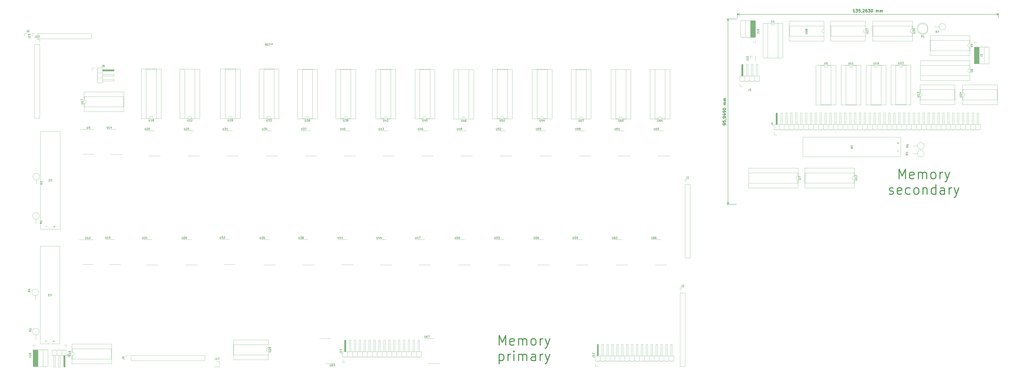
<source format=gbr>
%TF.GenerationSoftware,KiCad,Pcbnew,6.0.2-378541a8eb~116~ubuntu21.10.1*%
%TF.CreationDate,2022-02-16T18:13:43+01:00*%
%TF.ProjectId,register_file_kicad,72656769-7374-4657-925f-66696c655f6b,Rev v0.4*%
%TF.SameCoordinates,Original*%
%TF.FileFunction,Legend,Top*%
%TF.FilePolarity,Positive*%
%FSLAX46Y46*%
G04 Gerber Fmt 4.6, Leading zero omitted, Abs format (unit mm)*
G04 Created by KiCad (PCBNEW 6.0.2-378541a8eb~116~ubuntu21.10.1) date 2022-02-16 18:13:43*
%MOMM*%
%LPD*%
G01*
G04 APERTURE LIST*
%ADD10C,0.500000*%
%ADD11C,0.300000*%
%ADD12C,0.200000*%
%ADD13C,0.150000*%
%ADD14C,0.120000*%
G04 APERTURE END LIST*
D10*
X483607857Y-115176904D02*
X483607857Y-110176904D01*
X485274523Y-113748333D01*
X486941190Y-110176904D01*
X486941190Y-115176904D01*
X491226904Y-114938809D02*
X490750714Y-115176904D01*
X489798333Y-115176904D01*
X489322142Y-114938809D01*
X489084047Y-114462619D01*
X489084047Y-112557857D01*
X489322142Y-112081666D01*
X489798333Y-111843571D01*
X490750714Y-111843571D01*
X491226904Y-112081666D01*
X491465000Y-112557857D01*
X491465000Y-113034047D01*
X489084047Y-113510238D01*
X493607857Y-115176904D02*
X493607857Y-111843571D01*
X493607857Y-112319761D02*
X493845952Y-112081666D01*
X494322142Y-111843571D01*
X495036428Y-111843571D01*
X495512619Y-112081666D01*
X495750714Y-112557857D01*
X495750714Y-115176904D01*
X495750714Y-112557857D02*
X495988809Y-112081666D01*
X496465000Y-111843571D01*
X497179285Y-111843571D01*
X497655476Y-112081666D01*
X497893571Y-112557857D01*
X497893571Y-115176904D01*
X500988809Y-115176904D02*
X500512619Y-114938809D01*
X500274523Y-114700714D01*
X500036428Y-114224523D01*
X500036428Y-112795952D01*
X500274523Y-112319761D01*
X500512619Y-112081666D01*
X500988809Y-111843571D01*
X501703095Y-111843571D01*
X502179285Y-112081666D01*
X502417380Y-112319761D01*
X502655476Y-112795952D01*
X502655476Y-114224523D01*
X502417380Y-114700714D01*
X502179285Y-114938809D01*
X501703095Y-115176904D01*
X500988809Y-115176904D01*
X504798333Y-115176904D02*
X504798333Y-111843571D01*
X504798333Y-112795952D02*
X505036428Y-112319761D01*
X505274523Y-112081666D01*
X505750714Y-111843571D01*
X506226904Y-111843571D01*
X507417380Y-111843571D02*
X508607857Y-115176904D01*
X509798333Y-111843571D02*
X508607857Y-115176904D01*
X508131666Y-116367380D01*
X507893571Y-116605476D01*
X507417380Y-116843571D01*
X478607857Y-122988809D02*
X479084047Y-123226904D01*
X480036428Y-123226904D01*
X480512619Y-122988809D01*
X480750714Y-122512619D01*
X480750714Y-122274523D01*
X480512619Y-121798333D01*
X480036428Y-121560238D01*
X479322142Y-121560238D01*
X478845952Y-121322142D01*
X478607857Y-120845952D01*
X478607857Y-120607857D01*
X478845952Y-120131666D01*
X479322142Y-119893571D01*
X480036428Y-119893571D01*
X480512619Y-120131666D01*
X484798333Y-122988809D02*
X484322142Y-123226904D01*
X483369761Y-123226904D01*
X482893571Y-122988809D01*
X482655476Y-122512619D01*
X482655476Y-120607857D01*
X482893571Y-120131666D01*
X483369761Y-119893571D01*
X484322142Y-119893571D01*
X484798333Y-120131666D01*
X485036428Y-120607857D01*
X485036428Y-121084047D01*
X482655476Y-121560238D01*
X489322142Y-122988809D02*
X488845952Y-123226904D01*
X487893571Y-123226904D01*
X487417380Y-122988809D01*
X487179285Y-122750714D01*
X486941190Y-122274523D01*
X486941190Y-120845952D01*
X487179285Y-120369761D01*
X487417380Y-120131666D01*
X487893571Y-119893571D01*
X488845952Y-119893571D01*
X489322142Y-120131666D01*
X492179285Y-123226904D02*
X491703095Y-122988809D01*
X491465000Y-122750714D01*
X491226904Y-122274523D01*
X491226904Y-120845952D01*
X491465000Y-120369761D01*
X491703095Y-120131666D01*
X492179285Y-119893571D01*
X492893571Y-119893571D01*
X493369761Y-120131666D01*
X493607857Y-120369761D01*
X493845952Y-120845952D01*
X493845952Y-122274523D01*
X493607857Y-122750714D01*
X493369761Y-122988809D01*
X492893571Y-123226904D01*
X492179285Y-123226904D01*
X495988809Y-119893571D02*
X495988809Y-123226904D01*
X495988809Y-120369761D02*
X496226904Y-120131666D01*
X496703095Y-119893571D01*
X497417380Y-119893571D01*
X497893571Y-120131666D01*
X498131666Y-120607857D01*
X498131666Y-123226904D01*
X502655476Y-123226904D02*
X502655476Y-118226904D01*
X502655476Y-122988809D02*
X502179285Y-123226904D01*
X501226904Y-123226904D01*
X500750714Y-122988809D01*
X500512619Y-122750714D01*
X500274523Y-122274523D01*
X500274523Y-120845952D01*
X500512619Y-120369761D01*
X500750714Y-120131666D01*
X501226904Y-119893571D01*
X502179285Y-119893571D01*
X502655476Y-120131666D01*
X507179285Y-123226904D02*
X507179285Y-120607857D01*
X506941190Y-120131666D01*
X506465000Y-119893571D01*
X505512619Y-119893571D01*
X505036428Y-120131666D01*
X507179285Y-122988809D02*
X506703095Y-123226904D01*
X505512619Y-123226904D01*
X505036428Y-122988809D01*
X504798333Y-122512619D01*
X504798333Y-122036428D01*
X505036428Y-121560238D01*
X505512619Y-121322142D01*
X506703095Y-121322142D01*
X507179285Y-121084047D01*
X509560238Y-123226904D02*
X509560238Y-119893571D01*
X509560238Y-120845952D02*
X509798333Y-120369761D01*
X510036428Y-120131666D01*
X510512619Y-119893571D01*
X510988809Y-119893571D01*
X512179285Y-119893571D02*
X513369761Y-123226904D01*
X514560238Y-119893571D02*
X513369761Y-123226904D01*
X512893571Y-124417380D01*
X512655476Y-124655476D01*
X512179285Y-124893571D01*
X276483857Y-201379904D02*
X276483857Y-196379904D01*
X278150523Y-199951333D01*
X279817190Y-196379904D01*
X279817190Y-201379904D01*
X284102904Y-201141809D02*
X283626714Y-201379904D01*
X282674333Y-201379904D01*
X282198142Y-201141809D01*
X281960047Y-200665619D01*
X281960047Y-198760857D01*
X282198142Y-198284666D01*
X282674333Y-198046571D01*
X283626714Y-198046571D01*
X284102904Y-198284666D01*
X284341000Y-198760857D01*
X284341000Y-199237047D01*
X281960047Y-199713238D01*
X286483857Y-201379904D02*
X286483857Y-198046571D01*
X286483857Y-198522761D02*
X286721952Y-198284666D01*
X287198142Y-198046571D01*
X287912428Y-198046571D01*
X288388619Y-198284666D01*
X288626714Y-198760857D01*
X288626714Y-201379904D01*
X288626714Y-198760857D02*
X288864809Y-198284666D01*
X289341000Y-198046571D01*
X290055285Y-198046571D01*
X290531476Y-198284666D01*
X290769571Y-198760857D01*
X290769571Y-201379904D01*
X293864809Y-201379904D02*
X293388619Y-201141809D01*
X293150523Y-200903714D01*
X292912428Y-200427523D01*
X292912428Y-198998952D01*
X293150523Y-198522761D01*
X293388619Y-198284666D01*
X293864809Y-198046571D01*
X294579095Y-198046571D01*
X295055285Y-198284666D01*
X295293380Y-198522761D01*
X295531476Y-198998952D01*
X295531476Y-200427523D01*
X295293380Y-200903714D01*
X295055285Y-201141809D01*
X294579095Y-201379904D01*
X293864809Y-201379904D01*
X297674333Y-201379904D02*
X297674333Y-198046571D01*
X297674333Y-198998952D02*
X297912428Y-198522761D01*
X298150523Y-198284666D01*
X298626714Y-198046571D01*
X299102904Y-198046571D01*
X300293380Y-198046571D02*
X301483857Y-201379904D01*
X302674333Y-198046571D02*
X301483857Y-201379904D01*
X301007666Y-202570380D01*
X300769571Y-202808476D01*
X300293380Y-203046571D01*
X276483857Y-206096571D02*
X276483857Y-211096571D01*
X276483857Y-206334666D02*
X276960047Y-206096571D01*
X277912428Y-206096571D01*
X278388619Y-206334666D01*
X278626714Y-206572761D01*
X278864809Y-207048952D01*
X278864809Y-208477523D01*
X278626714Y-208953714D01*
X278388619Y-209191809D01*
X277912428Y-209429904D01*
X276960047Y-209429904D01*
X276483857Y-209191809D01*
X281007666Y-209429904D02*
X281007666Y-206096571D01*
X281007666Y-207048952D02*
X281245761Y-206572761D01*
X281483857Y-206334666D01*
X281960047Y-206096571D01*
X282436238Y-206096571D01*
X284102904Y-209429904D02*
X284102904Y-206096571D01*
X284102904Y-204429904D02*
X283864809Y-204668000D01*
X284102904Y-204906095D01*
X284341000Y-204668000D01*
X284102904Y-204429904D01*
X284102904Y-204906095D01*
X286483857Y-209429904D02*
X286483857Y-206096571D01*
X286483857Y-206572761D02*
X286721952Y-206334666D01*
X287198142Y-206096571D01*
X287912428Y-206096571D01*
X288388619Y-206334666D01*
X288626714Y-206810857D01*
X288626714Y-209429904D01*
X288626714Y-206810857D02*
X288864809Y-206334666D01*
X289341000Y-206096571D01*
X290055285Y-206096571D01*
X290531476Y-206334666D01*
X290769571Y-206810857D01*
X290769571Y-209429904D01*
X295293380Y-209429904D02*
X295293380Y-206810857D01*
X295055285Y-206334666D01*
X294579095Y-206096571D01*
X293626714Y-206096571D01*
X293150523Y-206334666D01*
X295293380Y-209191809D02*
X294817190Y-209429904D01*
X293626714Y-209429904D01*
X293150523Y-209191809D01*
X292912428Y-208715619D01*
X292912428Y-208239428D01*
X293150523Y-207763238D01*
X293626714Y-207525142D01*
X294817190Y-207525142D01*
X295293380Y-207287047D01*
X297674333Y-209429904D02*
X297674333Y-206096571D01*
X297674333Y-207048952D02*
X297912428Y-206572761D01*
X298150523Y-206334666D01*
X298626714Y-206096571D01*
X299102904Y-206096571D01*
X300293380Y-206096571D02*
X301483857Y-209429904D01*
X302674333Y-206096571D02*
X301483857Y-209429904D01*
X301007666Y-210620380D01*
X300769571Y-210858476D01*
X300293380Y-211096571D01*
D11*
X460690785Y-28878571D02*
X459833642Y-28878571D01*
X460262214Y-28878571D02*
X460262214Y-27378571D01*
X460119357Y-27592857D01*
X459976500Y-27735714D01*
X459833642Y-27807142D01*
X461190785Y-27378571D02*
X462119357Y-27378571D01*
X461619357Y-27950000D01*
X461833642Y-27950000D01*
X461976500Y-28021428D01*
X462047928Y-28092857D01*
X462119357Y-28235714D01*
X462119357Y-28592857D01*
X462047928Y-28735714D01*
X461976500Y-28807142D01*
X461833642Y-28878571D01*
X461405071Y-28878571D01*
X461262214Y-28807142D01*
X461190785Y-28735714D01*
X463476500Y-27378571D02*
X462762214Y-27378571D01*
X462690785Y-28092857D01*
X462762214Y-28021428D01*
X462905071Y-27950000D01*
X463262214Y-27950000D01*
X463405071Y-28021428D01*
X463476500Y-28092857D01*
X463547928Y-28235714D01*
X463547928Y-28592857D01*
X463476500Y-28735714D01*
X463405071Y-28807142D01*
X463262214Y-28878571D01*
X462905071Y-28878571D01*
X462762214Y-28807142D01*
X462690785Y-28735714D01*
X464262214Y-28807142D02*
X464262214Y-28878571D01*
X464190785Y-29021428D01*
X464119357Y-29092857D01*
X464833642Y-27521428D02*
X464905071Y-27450000D01*
X465047928Y-27378571D01*
X465405071Y-27378571D01*
X465547928Y-27450000D01*
X465619357Y-27521428D01*
X465690785Y-27664285D01*
X465690785Y-27807142D01*
X465619357Y-28021428D01*
X464762214Y-28878571D01*
X465690785Y-28878571D01*
X466976500Y-27378571D02*
X466690785Y-27378571D01*
X466547928Y-27450000D01*
X466476500Y-27521428D01*
X466333642Y-27735714D01*
X466262214Y-28021428D01*
X466262214Y-28592857D01*
X466333642Y-28735714D01*
X466405071Y-28807142D01*
X466547928Y-28878571D01*
X466833642Y-28878571D01*
X466976500Y-28807142D01*
X467047928Y-28735714D01*
X467119357Y-28592857D01*
X467119357Y-28235714D01*
X467047928Y-28092857D01*
X466976500Y-28021428D01*
X466833642Y-27950000D01*
X466547928Y-27950000D01*
X466405071Y-28021428D01*
X466333642Y-28092857D01*
X466262214Y-28235714D01*
X467619357Y-27378571D02*
X468547928Y-27378571D01*
X468047928Y-27950000D01*
X468262214Y-27950000D01*
X468405071Y-28021428D01*
X468476500Y-28092857D01*
X468547928Y-28235714D01*
X468547928Y-28592857D01*
X468476500Y-28735714D01*
X468405071Y-28807142D01*
X468262214Y-28878571D01*
X467833642Y-28878571D01*
X467690785Y-28807142D01*
X467619357Y-28735714D01*
X469476500Y-27378571D02*
X469619357Y-27378571D01*
X469762214Y-27450000D01*
X469833642Y-27521428D01*
X469905071Y-27664285D01*
X469976500Y-27950000D01*
X469976500Y-28307142D01*
X469905071Y-28592857D01*
X469833642Y-28735714D01*
X469762214Y-28807142D01*
X469619357Y-28878571D01*
X469476500Y-28878571D01*
X469333642Y-28807142D01*
X469262214Y-28735714D01*
X469190785Y-28592857D01*
X469119357Y-28307142D01*
X469119357Y-27950000D01*
X469190785Y-27664285D01*
X469262214Y-27521428D01*
X469333642Y-27450000D01*
X469476500Y-27378571D01*
X471762214Y-28878571D02*
X471762214Y-27878571D01*
X471762214Y-28021428D02*
X471833642Y-27950000D01*
X471976500Y-27878571D01*
X472190785Y-27878571D01*
X472333642Y-27950000D01*
X472405071Y-28092857D01*
X472405071Y-28878571D01*
X472405071Y-28092857D02*
X472476500Y-27950000D01*
X472619357Y-27878571D01*
X472833642Y-27878571D01*
X472976500Y-27950000D01*
X473047928Y-28092857D01*
X473047928Y-28878571D01*
X473762214Y-28878571D02*
X473762214Y-27878571D01*
X473762214Y-28021428D02*
X473833642Y-27950000D01*
X473976500Y-27878571D01*
X474190785Y-27878571D01*
X474333642Y-27950000D01*
X474405071Y-28092857D01*
X474405071Y-28878571D01*
X474405071Y-28092857D02*
X474476500Y-27950000D01*
X474619357Y-27878571D01*
X474833642Y-27878571D01*
X474976500Y-27950000D01*
X475047928Y-28092857D01*
X475047928Y-28878571D01*
D12*
X399845000Y-31930000D02*
X399845000Y-29413580D01*
X535108000Y-31930000D02*
X535108000Y-29413580D01*
X399845000Y-30000000D02*
X535108000Y-30000000D01*
X399845000Y-30000000D02*
X535108000Y-30000000D01*
X399845000Y-30000000D02*
X400971504Y-30586421D01*
X399845000Y-30000000D02*
X400971504Y-29413579D01*
X535108000Y-30000000D02*
X533981496Y-29413579D01*
X535108000Y-30000000D02*
X533981496Y-30586421D01*
D11*
X393878571Y-87190214D02*
X393878571Y-86904500D01*
X393807142Y-86761642D01*
X393735714Y-86690214D01*
X393521428Y-86547357D01*
X393235714Y-86475928D01*
X392664285Y-86475928D01*
X392521428Y-86547357D01*
X392450000Y-86618785D01*
X392378571Y-86761642D01*
X392378571Y-87047357D01*
X392450000Y-87190214D01*
X392521428Y-87261642D01*
X392664285Y-87333071D01*
X393021428Y-87333071D01*
X393164285Y-87261642D01*
X393235714Y-87190214D01*
X393307142Y-87047357D01*
X393307142Y-86761642D01*
X393235714Y-86618785D01*
X393164285Y-86547357D01*
X393021428Y-86475928D01*
X392378571Y-85118785D02*
X392378571Y-85833071D01*
X393092857Y-85904500D01*
X393021428Y-85833071D01*
X392950000Y-85690214D01*
X392950000Y-85333071D01*
X393021428Y-85190214D01*
X393092857Y-85118785D01*
X393235714Y-85047357D01*
X393592857Y-85047357D01*
X393735714Y-85118785D01*
X393807142Y-85190214D01*
X393878571Y-85333071D01*
X393878571Y-85690214D01*
X393807142Y-85833071D01*
X393735714Y-85904500D01*
X393807142Y-84333071D02*
X393878571Y-84333071D01*
X394021428Y-84404500D01*
X394092857Y-84475928D01*
X393878571Y-83618785D02*
X393878571Y-83333071D01*
X393807142Y-83190214D01*
X393735714Y-83118785D01*
X393521428Y-82975928D01*
X393235714Y-82904500D01*
X392664285Y-82904500D01*
X392521428Y-82975928D01*
X392450000Y-83047357D01*
X392378571Y-83190214D01*
X392378571Y-83475928D01*
X392450000Y-83618785D01*
X392521428Y-83690214D01*
X392664285Y-83761642D01*
X393021428Y-83761642D01*
X393164285Y-83690214D01*
X393235714Y-83618785D01*
X393307142Y-83475928D01*
X393307142Y-83190214D01*
X393235714Y-83047357D01*
X393164285Y-82975928D01*
X393021428Y-82904500D01*
X392878571Y-81618785D02*
X393878571Y-81618785D01*
X392307142Y-81975928D02*
X393378571Y-82333071D01*
X393378571Y-81404500D01*
X393878571Y-80761642D02*
X393878571Y-80475928D01*
X393807142Y-80333071D01*
X393735714Y-80261642D01*
X393521428Y-80118785D01*
X393235714Y-80047357D01*
X392664285Y-80047357D01*
X392521428Y-80118785D01*
X392450000Y-80190214D01*
X392378571Y-80333071D01*
X392378571Y-80618785D01*
X392450000Y-80761642D01*
X392521428Y-80833071D01*
X392664285Y-80904500D01*
X393021428Y-80904500D01*
X393164285Y-80833071D01*
X393235714Y-80761642D01*
X393307142Y-80618785D01*
X393307142Y-80333071D01*
X393235714Y-80190214D01*
X393164285Y-80118785D01*
X393021428Y-80047357D01*
X392378571Y-79118785D02*
X392378571Y-78975928D01*
X392450000Y-78833071D01*
X392521428Y-78761642D01*
X392664285Y-78690214D01*
X392950000Y-78618785D01*
X393307142Y-78618785D01*
X393592857Y-78690214D01*
X393735714Y-78761642D01*
X393807142Y-78833071D01*
X393878571Y-78975928D01*
X393878571Y-79118785D01*
X393807142Y-79261642D01*
X393735714Y-79333071D01*
X393592857Y-79404500D01*
X393307142Y-79475928D01*
X392950000Y-79475928D01*
X392664285Y-79404500D01*
X392521428Y-79333071D01*
X392450000Y-79261642D01*
X392378571Y-79118785D01*
X393878571Y-76833071D02*
X392878571Y-76833071D01*
X393021428Y-76833071D02*
X392950000Y-76761642D01*
X392878571Y-76618785D01*
X392878571Y-76404500D01*
X392950000Y-76261642D01*
X393092857Y-76190214D01*
X393878571Y-76190214D01*
X393092857Y-76190214D02*
X392950000Y-76118785D01*
X392878571Y-75975928D01*
X392878571Y-75761642D01*
X392950000Y-75618785D01*
X393092857Y-75547357D01*
X393878571Y-75547357D01*
X393878571Y-74833071D02*
X392878571Y-74833071D01*
X393021428Y-74833071D02*
X392950000Y-74761642D01*
X392878571Y-74618785D01*
X392878571Y-74404500D01*
X392950000Y-74261642D01*
X393092857Y-74190214D01*
X393878571Y-74190214D01*
X393092857Y-74190214D02*
X392950000Y-74118785D01*
X392878571Y-73975928D01*
X392878571Y-73761642D01*
X392950000Y-73618785D01*
X393092857Y-73547357D01*
X393878571Y-73547357D01*
D12*
X399345000Y-32430000D02*
X394413580Y-32430000D01*
X399345000Y-128379000D02*
X394413580Y-128379000D01*
X395000000Y-32430000D02*
X395000000Y-128379000D01*
X395000000Y-32430000D02*
X395000000Y-128379000D01*
X395000000Y-32430000D02*
X394413579Y-33556504D01*
X395000000Y-32430000D02*
X395586421Y-33556504D01*
X395000000Y-128379000D02*
X395586421Y-127252496D01*
X395000000Y-128379000D02*
X394413579Y-127252496D01*
D13*
%TO.C,U45*%
X236711111Y-84501732D02*
X236711111Y-85311256D01*
X236758730Y-85406494D01*
X236806349Y-85454113D01*
X236901587Y-85501732D01*
X237092064Y-85501732D01*
X237187302Y-85454113D01*
X237234921Y-85406494D01*
X237282540Y-85311256D01*
X237282540Y-84501732D01*
X238187302Y-84835066D02*
X238187302Y-85501732D01*
X237949207Y-84454113D02*
X237711111Y-85168399D01*
X238330159Y-85168399D01*
X239187302Y-84501732D02*
X238711111Y-84501732D01*
X238663492Y-84977923D01*
X238711111Y-84930304D01*
X238806349Y-84882685D01*
X239044445Y-84882685D01*
X239139683Y-84930304D01*
X239187302Y-84977923D01*
X239234921Y-85073161D01*
X239234921Y-85311256D01*
X239187302Y-85406494D01*
X239139683Y-85454113D01*
X239044445Y-85501732D01*
X238806349Y-85501732D01*
X238711111Y-85454113D01*
X238663492Y-85406494D01*
%TO.C,J8*%
X70951666Y-56210380D02*
X70951666Y-56924666D01*
X70904047Y-57067523D01*
X70808809Y-57162761D01*
X70665952Y-57210380D01*
X70570714Y-57210380D01*
X71570714Y-56638952D02*
X71475476Y-56591333D01*
X71427857Y-56543714D01*
X71380238Y-56448476D01*
X71380238Y-56400857D01*
X71427857Y-56305619D01*
X71475476Y-56258000D01*
X71570714Y-56210380D01*
X71761190Y-56210380D01*
X71856428Y-56258000D01*
X71904047Y-56305619D01*
X71951666Y-56400857D01*
X71951666Y-56448476D01*
X71904047Y-56543714D01*
X71856428Y-56591333D01*
X71761190Y-56638952D01*
X71570714Y-56638952D01*
X71475476Y-56686571D01*
X71427857Y-56734190D01*
X71380238Y-56829428D01*
X71380238Y-57019904D01*
X71427857Y-57115142D01*
X71475476Y-57162761D01*
X71570714Y-57210380D01*
X71761190Y-57210380D01*
X71856428Y-57162761D01*
X71904047Y-57115142D01*
X71951666Y-57019904D01*
X71951666Y-56829428D01*
X71904047Y-56734190D01*
X71856428Y-56686571D01*
X71761190Y-56638952D01*
%TO.C,J18*%
X32978380Y-207572523D02*
X33692666Y-207572523D01*
X33835523Y-207620142D01*
X33930761Y-207715380D01*
X33978380Y-207858238D01*
X33978380Y-207953476D01*
X33978380Y-206572523D02*
X33978380Y-207143952D01*
X33978380Y-206858238D02*
X32978380Y-206858238D01*
X33121238Y-206953476D01*
X33216476Y-207048714D01*
X33264095Y-207143952D01*
X33406952Y-206001095D02*
X33359333Y-206096333D01*
X33311714Y-206143952D01*
X33216476Y-206191571D01*
X33168857Y-206191571D01*
X33073619Y-206143952D01*
X33026000Y-206096333D01*
X32978380Y-206001095D01*
X32978380Y-205810619D01*
X33026000Y-205715380D01*
X33073619Y-205667761D01*
X33168857Y-205620142D01*
X33216476Y-205620142D01*
X33311714Y-205667761D01*
X33359333Y-205715380D01*
X33406952Y-205810619D01*
X33406952Y-206001095D01*
X33454571Y-206096333D01*
X33502190Y-206143952D01*
X33597428Y-206191571D01*
X33787904Y-206191571D01*
X33883142Y-206143952D01*
X33930761Y-206096333D01*
X33978380Y-206001095D01*
X33978380Y-205810619D01*
X33930761Y-205715380D01*
X33883142Y-205667761D01*
X33787904Y-205620142D01*
X33597428Y-205620142D01*
X33502190Y-205667761D01*
X33454571Y-205715380D01*
X33406952Y-205810619D01*
%TO.C,U44*%
X212965111Y-145288542D02*
X212965111Y-146098066D01*
X213012730Y-146193304D01*
X213060349Y-146240923D01*
X213155587Y-146288542D01*
X213346064Y-146288542D01*
X213441302Y-146240923D01*
X213488921Y-146193304D01*
X213536540Y-146098066D01*
X213536540Y-145288542D01*
X214441302Y-145621876D02*
X214441302Y-146288542D01*
X214203207Y-145240923D02*
X213965111Y-145955209D01*
X214584159Y-145955209D01*
X215393683Y-145621876D02*
X215393683Y-146288542D01*
X215155587Y-145240923D02*
X214917492Y-145955209D01*
X215536540Y-145955209D01*
%TO.C,U2*%
X44731904Y-116560619D02*
X44731904Y-115751095D01*
X44684285Y-115655857D01*
X44636666Y-115608238D01*
X44541428Y-115560619D01*
X44350952Y-115560619D01*
X44255714Y-115608238D01*
X44208095Y-115655857D01*
X44160476Y-115751095D01*
X44160476Y-116560619D01*
X43731904Y-116465380D02*
X43684285Y-116513000D01*
X43589047Y-116560619D01*
X43350952Y-116560619D01*
X43255714Y-116513000D01*
X43208095Y-116465380D01*
X43160476Y-116370142D01*
X43160476Y-116274904D01*
X43208095Y-116132047D01*
X43779523Y-115560619D01*
X43160476Y-115560619D01*
X46350952Y-139941571D02*
X45589047Y-139941571D01*
X45970000Y-139560619D02*
X45970000Y-140322523D01*
X46350952Y-139941571D02*
X45589047Y-139941571D01*
X45970000Y-139560619D02*
X45970000Y-140322523D01*
X42350952Y-139941571D02*
X41589047Y-139941571D01*
%TO.C,J5*%
X405856177Y-68604391D02*
X405856177Y-69318677D01*
X405808558Y-69461534D01*
X405713320Y-69556772D01*
X405570463Y-69604391D01*
X405475225Y-69604391D01*
X406808558Y-68604391D02*
X406332368Y-68604391D01*
X406284749Y-69080582D01*
X406332368Y-69032963D01*
X406427606Y-68985344D01*
X406665701Y-68985344D01*
X406760939Y-69032963D01*
X406808558Y-69080582D01*
X406856177Y-69175820D01*
X406856177Y-69413915D01*
X406808558Y-69509153D01*
X406760939Y-69556772D01*
X406665701Y-69604391D01*
X406427606Y-69604391D01*
X406332368Y-69556772D01*
X406284749Y-69509153D01*
%TO.C,U12*%
X460816891Y-116020106D02*
X461626415Y-116020106D01*
X461721653Y-115972487D01*
X461769272Y-115924868D01*
X461816891Y-115829630D01*
X461816891Y-115639153D01*
X461769272Y-115543915D01*
X461721653Y-115496296D01*
X461626415Y-115448677D01*
X460816891Y-115448677D01*
X461816891Y-114448677D02*
X461816891Y-115020106D01*
X461816891Y-114734391D02*
X460816891Y-114734391D01*
X460959749Y-114829630D01*
X461054987Y-114924868D01*
X461102606Y-115020106D01*
X460912130Y-114067725D02*
X460864511Y-114020106D01*
X460816891Y-113924868D01*
X460816891Y-113686772D01*
X460864511Y-113591534D01*
X460912130Y-113543915D01*
X461007368Y-113496296D01*
X461102606Y-113496296D01*
X461245463Y-113543915D01*
X461816891Y-114115344D01*
X461816891Y-113496296D01*
%TO.C,U36*%
X175878111Y-84501732D02*
X175878111Y-85311256D01*
X175925730Y-85406494D01*
X175973349Y-85454113D01*
X176068587Y-85501732D01*
X176259064Y-85501732D01*
X176354302Y-85454113D01*
X176401921Y-85406494D01*
X176449540Y-85311256D01*
X176449540Y-84501732D01*
X176830492Y-84501732D02*
X177449540Y-84501732D01*
X177116207Y-84882685D01*
X177259064Y-84882685D01*
X177354302Y-84930304D01*
X177401921Y-84977923D01*
X177449540Y-85073161D01*
X177449540Y-85311256D01*
X177401921Y-85406494D01*
X177354302Y-85454113D01*
X177259064Y-85501732D01*
X176973349Y-85501732D01*
X176878111Y-85454113D01*
X176830492Y-85406494D01*
X178306683Y-84501732D02*
X178116207Y-84501732D01*
X178020968Y-84549352D01*
X177973349Y-84596971D01*
X177878111Y-84739828D01*
X177830492Y-84930304D01*
X177830492Y-85311256D01*
X177878111Y-85406494D01*
X177925730Y-85454113D01*
X178020968Y-85501732D01*
X178211445Y-85501732D01*
X178306683Y-85454113D01*
X178354302Y-85406494D01*
X178401921Y-85311256D01*
X178401921Y-85073161D01*
X178354302Y-84977923D01*
X178306683Y-84930304D01*
X178211445Y-84882685D01*
X178020968Y-84882685D01*
X177925730Y-84930304D01*
X177878111Y-84977923D01*
X177830492Y-85073161D01*
%TO.C,U62*%
X335046621Y-145288542D02*
X335046621Y-146098066D01*
X335094240Y-146193304D01*
X335141859Y-146240923D01*
X335237097Y-146288542D01*
X335427574Y-146288542D01*
X335522812Y-146240923D01*
X335570431Y-146193304D01*
X335618050Y-146098066D01*
X335618050Y-145288542D01*
X336522812Y-145288542D02*
X336332336Y-145288542D01*
X336237097Y-145336162D01*
X336189478Y-145383781D01*
X336094240Y-145526638D01*
X336046621Y-145717114D01*
X336046621Y-146098066D01*
X336094240Y-146193304D01*
X336141859Y-146240923D01*
X336237097Y-146288542D01*
X336427574Y-146288542D01*
X336522812Y-146240923D01*
X336570431Y-146193304D01*
X336618050Y-146098066D01*
X336618050Y-145859971D01*
X336570431Y-145764733D01*
X336522812Y-145717114D01*
X336427574Y-145669495D01*
X336237097Y-145669495D01*
X336141859Y-145717114D01*
X336094240Y-145764733D01*
X336046621Y-145859971D01*
X336999002Y-145383781D02*
X337046621Y-145336162D01*
X337141859Y-145288542D01*
X337379955Y-145288542D01*
X337475193Y-145336162D01*
X337522812Y-145383781D01*
X337570431Y-145479019D01*
X337570431Y-145574257D01*
X337522812Y-145717114D01*
X336951383Y-146288542D01*
X337570431Y-146288542D01*
%TO.C,J7*%
X52888380Y-207308822D02*
X53602666Y-207308822D01*
X53745523Y-207356441D01*
X53840761Y-207451679D01*
X53888380Y-207594536D01*
X53888380Y-207689774D01*
X52888380Y-206927869D02*
X52888380Y-206261203D01*
X53888380Y-206689774D01*
%TO.C,J13*%
X36269476Y-41029380D02*
X36269476Y-41743666D01*
X36221857Y-41886523D01*
X36126619Y-41981761D01*
X35983761Y-42029380D01*
X35888523Y-42029380D01*
X37269476Y-42029380D02*
X36698047Y-42029380D01*
X36983761Y-42029380D02*
X36983761Y-41029380D01*
X36888523Y-41172238D01*
X36793285Y-41267476D01*
X36698047Y-41315095D01*
X37602809Y-41029380D02*
X38221857Y-41029380D01*
X37888523Y-41410333D01*
X38031380Y-41410333D01*
X38126619Y-41457952D01*
X38174238Y-41505571D01*
X38221857Y-41600809D01*
X38221857Y-41838904D01*
X38174238Y-41934142D01*
X38126619Y-41981761D01*
X38031380Y-42029380D01*
X37745666Y-42029380D01*
X37650428Y-41981761D01*
X37602809Y-41934142D01*
%TO.C,U59*%
X314599621Y-145288542D02*
X314599621Y-146098066D01*
X314647240Y-146193304D01*
X314694859Y-146240923D01*
X314790097Y-146288542D01*
X314980574Y-146288542D01*
X315075812Y-146240923D01*
X315123431Y-146193304D01*
X315171050Y-146098066D01*
X315171050Y-145288542D01*
X316123431Y-145288542D02*
X315647240Y-145288542D01*
X315599621Y-145764733D01*
X315647240Y-145717114D01*
X315742478Y-145669495D01*
X315980574Y-145669495D01*
X316075812Y-145717114D01*
X316123431Y-145764733D01*
X316171050Y-145859971D01*
X316171050Y-146098066D01*
X316123431Y-146193304D01*
X316075812Y-146240923D01*
X315980574Y-146288542D01*
X315742478Y-146288542D01*
X315647240Y-146240923D01*
X315599621Y-146193304D01*
X316647240Y-146288542D02*
X316837717Y-146288542D01*
X316932955Y-146240923D01*
X316980574Y-146193304D01*
X317075812Y-146050447D01*
X317123431Y-145859971D01*
X317123431Y-145479019D01*
X317075812Y-145383781D01*
X317028193Y-145336162D01*
X316932955Y-145288542D01*
X316742478Y-145288542D01*
X316647240Y-145336162D01*
X316599621Y-145383781D01*
X316552002Y-145479019D01*
X316552002Y-145717114D01*
X316599621Y-145812352D01*
X316647240Y-145859971D01*
X316742478Y-145907590D01*
X316932955Y-145907590D01*
X317028193Y-145859971D01*
X317075812Y-145812352D01*
X317123431Y-145717114D01*
%TO.C,J11*%
X193863587Y-205309685D02*
X194577873Y-205309685D01*
X194720730Y-205357304D01*
X194815968Y-205452542D01*
X194863587Y-205595400D01*
X194863587Y-205690638D01*
X194863587Y-204309685D02*
X194863587Y-204881114D01*
X194863587Y-204595400D02*
X193863587Y-204595400D01*
X194006445Y-204690638D01*
X194101683Y-204785876D01*
X194149302Y-204881114D01*
X194863587Y-203357304D02*
X194863587Y-203928733D01*
X194863587Y-203643019D02*
X193863587Y-203643019D01*
X194006445Y-203738257D01*
X194101683Y-203833495D01*
X194149302Y-203928733D01*
%TO.C,U7*%
X431651891Y-115573915D02*
X432461415Y-115573915D01*
X432556653Y-115526296D01*
X432604272Y-115478677D01*
X432651891Y-115383439D01*
X432651891Y-115192963D01*
X432604272Y-115097725D01*
X432556653Y-115050106D01*
X432461415Y-115002487D01*
X431651891Y-115002487D01*
X431651891Y-114621534D02*
X431651891Y-113954868D01*
X432651891Y-114383439D01*
%TO.C,J4*%
X417371891Y-87100344D02*
X418086177Y-87100344D01*
X418229034Y-87147963D01*
X418324272Y-87243201D01*
X418371891Y-87386058D01*
X418371891Y-87481296D01*
X417705225Y-86195582D02*
X418371891Y-86195582D01*
X417324272Y-86433677D02*
X418038558Y-86671772D01*
X418038558Y-86052725D01*
%TO.C,J9*%
X81225587Y-208421750D02*
X81939873Y-208421750D01*
X82082730Y-208469369D01*
X82177968Y-208564607D01*
X82225587Y-208707464D01*
X82225587Y-208802702D01*
X82225587Y-207897940D02*
X82225587Y-207707464D01*
X82177968Y-207612226D01*
X82130349Y-207564607D01*
X81987492Y-207469369D01*
X81797016Y-207421750D01*
X81416064Y-207421750D01*
X81320826Y-207469369D01*
X81273207Y-207516988D01*
X81225587Y-207612226D01*
X81225587Y-207802702D01*
X81273207Y-207897940D01*
X81320826Y-207945559D01*
X81416064Y-207993178D01*
X81654159Y-207993178D01*
X81749397Y-207945559D01*
X81797016Y-207897940D01*
X81844635Y-207802702D01*
X81844635Y-207612226D01*
X81797016Y-207516988D01*
X81749397Y-207469369D01*
X81654159Y-207421750D01*
%TO.C,U68*%
X435112891Y-40148106D02*
X435922415Y-40148106D01*
X436017653Y-40100487D01*
X436065272Y-40052868D01*
X436112891Y-39957630D01*
X436112891Y-39767153D01*
X436065272Y-39671915D01*
X436017653Y-39624296D01*
X435922415Y-39576677D01*
X435112891Y-39576677D01*
X435112891Y-38671915D02*
X435112891Y-38862391D01*
X435160511Y-38957630D01*
X435208130Y-39005249D01*
X435350987Y-39100487D01*
X435541463Y-39148106D01*
X435922415Y-39148106D01*
X436017653Y-39100487D01*
X436065272Y-39052868D01*
X436112891Y-38957630D01*
X436112891Y-38767153D01*
X436065272Y-38671915D01*
X436017653Y-38624296D01*
X435922415Y-38576677D01*
X435684320Y-38576677D01*
X435589082Y-38624296D01*
X435541463Y-38671915D01*
X435493844Y-38767153D01*
X435493844Y-38957630D01*
X435541463Y-39052868D01*
X435589082Y-39100487D01*
X435684320Y-39148106D01*
X435541463Y-38005249D02*
X435493844Y-38100487D01*
X435446225Y-38148106D01*
X435350987Y-38195725D01*
X435303368Y-38195725D01*
X435208130Y-38148106D01*
X435160511Y-38100487D01*
X435112891Y-38005249D01*
X435112891Y-37814772D01*
X435160511Y-37719534D01*
X435208130Y-37671915D01*
X435303368Y-37624296D01*
X435350987Y-37624296D01*
X435446225Y-37671915D01*
X435493844Y-37719534D01*
X435541463Y-37814772D01*
X435541463Y-38005249D01*
X435589082Y-38100487D01*
X435636701Y-38148106D01*
X435731939Y-38195725D01*
X435922415Y-38195725D01*
X436017653Y-38148106D01*
X436065272Y-38100487D01*
X436112891Y-38005249D01*
X436112891Y-37814772D01*
X436065272Y-37719534D01*
X436017653Y-37671915D01*
X435922415Y-37624296D01*
X435731939Y-37624296D01*
X435636701Y-37671915D01*
X435589082Y-37719534D01*
X435541463Y-37814772D01*
%TO.C,J16*%
X404527380Y-53739523D02*
X405241666Y-53739523D01*
X405384523Y-53787142D01*
X405479761Y-53882380D01*
X405527380Y-54025238D01*
X405527380Y-54120476D01*
X405527380Y-52739523D02*
X405527380Y-53310952D01*
X405527380Y-53025238D02*
X404527380Y-53025238D01*
X404670238Y-53120476D01*
X404765476Y-53215714D01*
X404813095Y-53310952D01*
X404527380Y-51882380D02*
X404527380Y-52072857D01*
X404575000Y-52168095D01*
X404622619Y-52215714D01*
X404765476Y-52310952D01*
X404955952Y-52358571D01*
X405336904Y-52358571D01*
X405432142Y-52310952D01*
X405479761Y-52263333D01*
X405527380Y-52168095D01*
X405527380Y-51977619D01*
X405479761Y-51882380D01*
X405432142Y-51834761D01*
X405336904Y-51787142D01*
X405098809Y-51787142D01*
X405003571Y-51834761D01*
X404955952Y-51882380D01*
X404908333Y-51977619D01*
X404908333Y-52168095D01*
X404955952Y-52263333D01*
X405003571Y-52310952D01*
X405098809Y-52358571D01*
%TO.C,U29*%
X157228380Y-205031095D02*
X158037904Y-205031095D01*
X158133142Y-204983476D01*
X158180761Y-204935857D01*
X158228380Y-204840619D01*
X158228380Y-204650142D01*
X158180761Y-204554904D01*
X158133142Y-204507285D01*
X158037904Y-204459666D01*
X157228380Y-204459666D01*
X157323619Y-204031095D02*
X157276000Y-203983476D01*
X157228380Y-203888238D01*
X157228380Y-203650142D01*
X157276000Y-203554904D01*
X157323619Y-203507285D01*
X157418857Y-203459666D01*
X157514095Y-203459666D01*
X157656952Y-203507285D01*
X158228380Y-204078714D01*
X158228380Y-203459666D01*
X158228380Y-202983476D02*
X158228380Y-202793000D01*
X158180761Y-202697761D01*
X158133142Y-202650142D01*
X157990285Y-202554904D01*
X157799809Y-202507285D01*
X157418857Y-202507285D01*
X157323619Y-202554904D01*
X157276000Y-202602523D01*
X157228380Y-202697761D01*
X157228380Y-202888238D01*
X157276000Y-202983476D01*
X157323619Y-203031095D01*
X157418857Y-203078714D01*
X157656952Y-203078714D01*
X157752190Y-203031095D01*
X157799809Y-202983476D01*
X157847428Y-202888238D01*
X157847428Y-202697761D01*
X157799809Y-202602523D01*
X157752190Y-202554904D01*
X157656952Y-202507285D01*
%TO.C,U16*%
X53427380Y-206933584D02*
X54236904Y-206933584D01*
X54332142Y-206885965D01*
X54379761Y-206838346D01*
X54427380Y-206743108D01*
X54427380Y-206552631D01*
X54379761Y-206457393D01*
X54332142Y-206409774D01*
X54236904Y-206362155D01*
X53427380Y-206362155D01*
X54427380Y-205362155D02*
X54427380Y-205933584D01*
X54427380Y-205647869D02*
X53427380Y-205647869D01*
X53570238Y-205743108D01*
X53665476Y-205838346D01*
X53713095Y-205933584D01*
X53427380Y-204505012D02*
X53427380Y-204695489D01*
X53475000Y-204790727D01*
X53522619Y-204838346D01*
X53665476Y-204933584D01*
X53855952Y-204981203D01*
X54236904Y-204981203D01*
X54332142Y-204933584D01*
X54379761Y-204885965D01*
X54427380Y-204790727D01*
X54427380Y-204600250D01*
X54379761Y-204505012D01*
X54332142Y-204457393D01*
X54236904Y-204409774D01*
X53998809Y-204409774D01*
X53903571Y-204457393D01*
X53855952Y-204505012D01*
X53808333Y-204600250D01*
X53808333Y-204790727D01*
X53855952Y-204885965D01*
X53903571Y-204933584D01*
X53998809Y-204981203D01*
%TO.C,U1*%
X417437606Y-33149391D02*
X417437606Y-33958915D01*
X417485225Y-34054153D01*
X417532844Y-34101772D01*
X417628082Y-34149391D01*
X417818558Y-34149391D01*
X417913796Y-34101772D01*
X417961415Y-34054153D01*
X418009034Y-33958915D01*
X418009034Y-33149391D01*
X419009034Y-34149391D02*
X418437606Y-34149391D01*
X418723320Y-34149391D02*
X418723320Y-33149391D01*
X418628082Y-33292249D01*
X418532844Y-33387487D01*
X418437606Y-33435106D01*
%TO.C,U48*%
X256819111Y-84633732D02*
X256819111Y-85443256D01*
X256866730Y-85538494D01*
X256914349Y-85586113D01*
X257009587Y-85633732D01*
X257200064Y-85633732D01*
X257295302Y-85586113D01*
X257342921Y-85538494D01*
X257390540Y-85443256D01*
X257390540Y-84633732D01*
X258295302Y-84967066D02*
X258295302Y-85633732D01*
X258057207Y-84586113D02*
X257819111Y-85300399D01*
X258438159Y-85300399D01*
X258961968Y-85062304D02*
X258866730Y-85014685D01*
X258819111Y-84967066D01*
X258771492Y-84871828D01*
X258771492Y-84824209D01*
X258819111Y-84728971D01*
X258866730Y-84681352D01*
X258961968Y-84633732D01*
X259152445Y-84633732D01*
X259247683Y-84681352D01*
X259295302Y-84728971D01*
X259342921Y-84824209D01*
X259342921Y-84871828D01*
X259295302Y-84967066D01*
X259247683Y-85014685D01*
X259152445Y-85062304D01*
X258961968Y-85062304D01*
X258866730Y-85109923D01*
X258819111Y-85157542D01*
X258771492Y-85252780D01*
X258771492Y-85443256D01*
X258819111Y-85538494D01*
X258866730Y-85586113D01*
X258961968Y-85633732D01*
X259152445Y-85633732D01*
X259247683Y-85586113D01*
X259295302Y-85538494D01*
X259342921Y-85443256D01*
X259342921Y-85252780D01*
X259295302Y-85157542D01*
X259247683Y-85109923D01*
X259152445Y-85062304D01*
%TO.C,U39*%
X195690111Y-84501732D02*
X195690111Y-85311256D01*
X195737730Y-85406494D01*
X195785349Y-85454113D01*
X195880587Y-85501732D01*
X196071064Y-85501732D01*
X196166302Y-85454113D01*
X196213921Y-85406494D01*
X196261540Y-85311256D01*
X196261540Y-84501732D01*
X196642492Y-84501732D02*
X197261540Y-84501732D01*
X196928207Y-84882685D01*
X197071064Y-84882685D01*
X197166302Y-84930304D01*
X197213921Y-84977923D01*
X197261540Y-85073161D01*
X197261540Y-85311256D01*
X197213921Y-85406494D01*
X197166302Y-85454113D01*
X197071064Y-85501732D01*
X196785349Y-85501732D01*
X196690111Y-85454113D01*
X196642492Y-85406494D01*
X197737730Y-85501732D02*
X197928207Y-85501732D01*
X198023445Y-85454113D01*
X198071064Y-85406494D01*
X198166302Y-85263637D01*
X198213921Y-85073161D01*
X198213921Y-84692209D01*
X198166302Y-84596971D01*
X198118683Y-84549352D01*
X198023445Y-84501732D01*
X197832968Y-84501732D01*
X197737730Y-84549352D01*
X197690111Y-84596971D01*
X197642492Y-84692209D01*
X197642492Y-84930304D01*
X197690111Y-85025542D01*
X197737730Y-85073161D01*
X197832968Y-85120780D01*
X198023445Y-85120780D01*
X198118683Y-85073161D01*
X198166302Y-85025542D01*
X198213921Y-84930304D01*
%TO.C,U37*%
X173976111Y-88853732D02*
X173976111Y-89663256D01*
X174023730Y-89758494D01*
X174071349Y-89806113D01*
X174166587Y-89853732D01*
X174357064Y-89853732D01*
X174452302Y-89806113D01*
X174499921Y-89758494D01*
X174547540Y-89663256D01*
X174547540Y-88853732D01*
X174928492Y-88853732D02*
X175547540Y-88853732D01*
X175214207Y-89234685D01*
X175357064Y-89234685D01*
X175452302Y-89282304D01*
X175499921Y-89329923D01*
X175547540Y-89425161D01*
X175547540Y-89663256D01*
X175499921Y-89758494D01*
X175452302Y-89806113D01*
X175357064Y-89853732D01*
X175071349Y-89853732D01*
X174976111Y-89806113D01*
X174928492Y-89758494D01*
X175880873Y-88853732D02*
X176547540Y-88853732D01*
X176118968Y-89853732D01*
%TO.C,U63*%
X188798111Y-211306542D02*
X188798111Y-212116066D01*
X188845730Y-212211304D01*
X188893349Y-212258923D01*
X188988587Y-212306542D01*
X189179064Y-212306542D01*
X189274302Y-212258923D01*
X189321921Y-212211304D01*
X189369540Y-212116066D01*
X189369540Y-211306542D01*
X190274302Y-211306542D02*
X190083826Y-211306542D01*
X189988587Y-211354162D01*
X189940968Y-211401781D01*
X189845730Y-211544638D01*
X189798111Y-211735114D01*
X189798111Y-212116066D01*
X189845730Y-212211304D01*
X189893349Y-212258923D01*
X189988587Y-212306542D01*
X190179064Y-212306542D01*
X190274302Y-212258923D01*
X190321921Y-212211304D01*
X190369540Y-212116066D01*
X190369540Y-211877971D01*
X190321921Y-211782733D01*
X190274302Y-211735114D01*
X190179064Y-211687495D01*
X189988587Y-211687495D01*
X189893349Y-211735114D01*
X189845730Y-211782733D01*
X189798111Y-211877971D01*
X190702873Y-211306542D02*
X191321921Y-211306542D01*
X190988587Y-211687495D01*
X191131445Y-211687495D01*
X191226683Y-211735114D01*
X191274302Y-211782733D01*
X191321921Y-211877971D01*
X191321921Y-212116066D01*
X191274302Y-212211304D01*
X191226683Y-212258923D01*
X191131445Y-212306542D01*
X190845730Y-212306542D01*
X190750492Y-212258923D01*
X190702873Y-212211304D01*
%TO.C,R6*%
X488381891Y-98328677D02*
X487905701Y-98662011D01*
X488381891Y-98900106D02*
X487381891Y-98900106D01*
X487381891Y-98519153D01*
X487429511Y-98423915D01*
X487477130Y-98376296D01*
X487572368Y-98328677D01*
X487715225Y-98328677D01*
X487810463Y-98376296D01*
X487858082Y-98423915D01*
X487905701Y-98519153D01*
X487905701Y-98900106D01*
X487381891Y-97471534D02*
X487381891Y-97662011D01*
X487429511Y-97757249D01*
X487477130Y-97804868D01*
X487619987Y-97900106D01*
X487810463Y-97947725D01*
X488191415Y-97947725D01*
X488286653Y-97900106D01*
X488334272Y-97852487D01*
X488381891Y-97757249D01*
X488381891Y-97566772D01*
X488334272Y-97471534D01*
X488286653Y-97423915D01*
X488191415Y-97376296D01*
X487953320Y-97376296D01*
X487858082Y-97423915D01*
X487810463Y-97471534D01*
X487762844Y-97566772D01*
X487762844Y-97757249D01*
X487810463Y-97852487D01*
X487858082Y-97900106D01*
X487953320Y-97947725D01*
%TO.C,U26*%
X112127111Y-145288542D02*
X112127111Y-146098066D01*
X112174730Y-146193304D01*
X112222349Y-146240923D01*
X112317587Y-146288542D01*
X112508064Y-146288542D01*
X112603302Y-146240923D01*
X112650921Y-146193304D01*
X112698540Y-146098066D01*
X112698540Y-145288542D01*
X113127111Y-145383781D02*
X113174730Y-145336162D01*
X113269968Y-145288542D01*
X113508064Y-145288542D01*
X113603302Y-145336162D01*
X113650921Y-145383781D01*
X113698540Y-145479019D01*
X113698540Y-145574257D01*
X113650921Y-145717114D01*
X113079492Y-146288542D01*
X113698540Y-146288542D01*
X114555683Y-145288542D02*
X114365207Y-145288542D01*
X114269968Y-145336162D01*
X114222349Y-145383781D01*
X114127111Y-145526638D01*
X114079492Y-145717114D01*
X114079492Y-146098066D01*
X114127111Y-146193304D01*
X114174730Y-146240923D01*
X114269968Y-146288542D01*
X114460445Y-146288542D01*
X114555683Y-146240923D01*
X114603302Y-146193304D01*
X114650921Y-146098066D01*
X114650921Y-145859971D01*
X114603302Y-145764733D01*
X114555683Y-145717114D01*
X114460445Y-145669495D01*
X114269968Y-145669495D01*
X114174730Y-145717114D01*
X114127111Y-145764733D01*
X114079492Y-145859971D01*
%TO.C,U53*%
X274052111Y-145288542D02*
X274052111Y-146098066D01*
X274099730Y-146193304D01*
X274147349Y-146240923D01*
X274242587Y-146288542D01*
X274433064Y-146288542D01*
X274528302Y-146240923D01*
X274575921Y-146193304D01*
X274623540Y-146098066D01*
X274623540Y-145288542D01*
X275575921Y-145288542D02*
X275099730Y-145288542D01*
X275052111Y-145764733D01*
X275099730Y-145717114D01*
X275194968Y-145669495D01*
X275433064Y-145669495D01*
X275528302Y-145717114D01*
X275575921Y-145764733D01*
X275623540Y-145859971D01*
X275623540Y-146098066D01*
X275575921Y-146193304D01*
X275528302Y-146240923D01*
X275433064Y-146288542D01*
X275194968Y-146288542D01*
X275099730Y-146240923D01*
X275052111Y-146193304D01*
X275956873Y-145288542D02*
X276575921Y-145288542D01*
X276242587Y-145669495D01*
X276385445Y-145669495D01*
X276480683Y-145717114D01*
X276528302Y-145764733D01*
X276575921Y-145859971D01*
X276575921Y-146098066D01*
X276528302Y-146193304D01*
X276480683Y-146240923D01*
X276385445Y-146288542D01*
X276099730Y-146288542D01*
X276004492Y-146240923D01*
X275956873Y-146193304D01*
%TO.C,U21*%
X91680111Y-145288542D02*
X91680111Y-146098066D01*
X91727730Y-146193304D01*
X91775349Y-146240923D01*
X91870587Y-146288542D01*
X92061064Y-146288542D01*
X92156302Y-146240923D01*
X92203921Y-146193304D01*
X92251540Y-146098066D01*
X92251540Y-145288542D01*
X92680111Y-145383781D02*
X92727730Y-145336162D01*
X92822968Y-145288542D01*
X93061064Y-145288542D01*
X93156302Y-145336162D01*
X93203921Y-145383781D01*
X93251540Y-145479019D01*
X93251540Y-145574257D01*
X93203921Y-145717114D01*
X92632492Y-146288542D01*
X93251540Y-146288542D01*
X94203921Y-146288542D02*
X93632492Y-146288542D01*
X93918207Y-146288542D02*
X93918207Y-145288542D01*
X93822968Y-145431400D01*
X93727730Y-145526638D01*
X93632492Y-145574257D01*
%TO.C,U22*%
X114928111Y-84379732D02*
X114928111Y-85189256D01*
X114975730Y-85284494D01*
X115023349Y-85332113D01*
X115118587Y-85379732D01*
X115309064Y-85379732D01*
X115404302Y-85332113D01*
X115451921Y-85284494D01*
X115499540Y-85189256D01*
X115499540Y-84379732D01*
X115928111Y-84474971D02*
X115975730Y-84427352D01*
X116070968Y-84379732D01*
X116309064Y-84379732D01*
X116404302Y-84427352D01*
X116451921Y-84474971D01*
X116499540Y-84570209D01*
X116499540Y-84665447D01*
X116451921Y-84808304D01*
X115880492Y-85379732D01*
X116499540Y-85379732D01*
X116880492Y-84474971D02*
X116928111Y-84427352D01*
X117023349Y-84379732D01*
X117261445Y-84379732D01*
X117356683Y-84427352D01*
X117404302Y-84474971D01*
X117451921Y-84570209D01*
X117451921Y-84665447D01*
X117404302Y-84808304D01*
X116832873Y-85379732D01*
X117451921Y-85379732D01*
%TO.C,J2*%
X371169383Y-170132542D02*
X371169383Y-170846828D01*
X371121764Y-170989685D01*
X371026526Y-171084923D01*
X370883669Y-171132542D01*
X370788431Y-171132542D01*
X371597955Y-170227781D02*
X371645574Y-170180162D01*
X371740812Y-170132542D01*
X371978907Y-170132542D01*
X372074145Y-170180162D01*
X372121764Y-170227781D01*
X372169383Y-170323019D01*
X372169383Y-170418257D01*
X372121764Y-170561114D01*
X371550336Y-171132542D01*
X372169383Y-171132542D01*
%TO.C,J17*%
X129511476Y-207965380D02*
X129511476Y-208679666D01*
X129463857Y-208822523D01*
X129368619Y-208917761D01*
X129225761Y-208965380D01*
X129130523Y-208965380D01*
X130511476Y-208965380D02*
X129940047Y-208965380D01*
X130225761Y-208965380D02*
X130225761Y-207965380D01*
X130130523Y-208108238D01*
X130035285Y-208203476D01*
X129940047Y-208251095D01*
X130844809Y-207965380D02*
X131511476Y-207965380D01*
X131082904Y-208965380D01*
%TO.C,U17*%
X59888380Y-76497095D02*
X60697904Y-76497095D01*
X60793142Y-76449476D01*
X60840761Y-76401857D01*
X60888380Y-76306619D01*
X60888380Y-76116142D01*
X60840761Y-76020904D01*
X60793142Y-75973285D01*
X60697904Y-75925666D01*
X59888380Y-75925666D01*
X60888380Y-74925666D02*
X60888380Y-75497095D01*
X60888380Y-75211380D02*
X59888380Y-75211380D01*
X60031238Y-75306619D01*
X60126476Y-75401857D01*
X60174095Y-75497095D01*
X59888380Y-74592333D02*
X59888380Y-73925666D01*
X60888380Y-74354238D01*
%TO.C,U3*%
X44510904Y-175946619D02*
X44510904Y-175137095D01*
X44463285Y-175041857D01*
X44415666Y-174994238D01*
X44320428Y-174946619D01*
X44129952Y-174946619D01*
X44034714Y-174994238D01*
X43987095Y-175041857D01*
X43939476Y-175137095D01*
X43939476Y-175946619D01*
X43558523Y-175946619D02*
X42939476Y-175946619D01*
X43272809Y-175565666D01*
X43129952Y-175565666D01*
X43034714Y-175518047D01*
X42987095Y-175470428D01*
X42939476Y-175375190D01*
X42939476Y-175137095D01*
X42987095Y-175041857D01*
X43034714Y-174994238D01*
X43129952Y-174946619D01*
X43415666Y-174946619D01*
X43510904Y-174994238D01*
X43558523Y-175041857D01*
X46129952Y-199327571D02*
X45368047Y-199327571D01*
X45749000Y-198946619D02*
X45749000Y-199708523D01*
X42129952Y-199327571D02*
X41368047Y-199327571D01*
X46129952Y-199327571D02*
X45368047Y-199327571D01*
X45749000Y-198946619D02*
X45749000Y-199708523D01*
%TO.C,U47*%
X233031111Y-145288542D02*
X233031111Y-146098066D01*
X233078730Y-146193304D01*
X233126349Y-146240923D01*
X233221587Y-146288542D01*
X233412064Y-146288542D01*
X233507302Y-146240923D01*
X233554921Y-146193304D01*
X233602540Y-146098066D01*
X233602540Y-145288542D01*
X234507302Y-145621876D02*
X234507302Y-146288542D01*
X234269207Y-145240923D02*
X234031111Y-145955209D01*
X234650159Y-145955209D01*
X234935873Y-145288542D02*
X235602540Y-145288542D01*
X235173968Y-146288542D01*
%TO.C,U56*%
X294406621Y-145288542D02*
X294406621Y-146098066D01*
X294454240Y-146193304D01*
X294501859Y-146240923D01*
X294597097Y-146288542D01*
X294787574Y-146288542D01*
X294882812Y-146240923D01*
X294930431Y-146193304D01*
X294978050Y-146098066D01*
X294978050Y-145288542D01*
X295930431Y-145288542D02*
X295454240Y-145288542D01*
X295406621Y-145764733D01*
X295454240Y-145717114D01*
X295549478Y-145669495D01*
X295787574Y-145669495D01*
X295882812Y-145717114D01*
X295930431Y-145764733D01*
X295978050Y-145859971D01*
X295978050Y-146098066D01*
X295930431Y-146193304D01*
X295882812Y-146240923D01*
X295787574Y-146288542D01*
X295549478Y-146288542D01*
X295454240Y-146240923D01*
X295406621Y-146193304D01*
X296835193Y-145288542D02*
X296644717Y-145288542D01*
X296549478Y-145336162D01*
X296501859Y-145383781D01*
X296406621Y-145526638D01*
X296359002Y-145717114D01*
X296359002Y-146098066D01*
X296406621Y-146193304D01*
X296454240Y-146240923D01*
X296549478Y-146288542D01*
X296739955Y-146288542D01*
X296835193Y-146240923D01*
X296882812Y-146193304D01*
X296930431Y-146098066D01*
X296930431Y-145859971D01*
X296882812Y-145764733D01*
X296835193Y-145717114D01*
X296739955Y-145669495D01*
X296549478Y-145669495D01*
X296454240Y-145717114D01*
X296406621Y-145764733D01*
X296359002Y-145859971D01*
%TO.C,J12*%
X324683097Y-207460823D02*
X325397383Y-207460823D01*
X325540240Y-207508442D01*
X325635478Y-207603680D01*
X325683097Y-207746538D01*
X325683097Y-207841776D01*
X325683097Y-206460823D02*
X325683097Y-207032252D01*
X325683097Y-206746538D02*
X324683097Y-206746538D01*
X324825955Y-206841776D01*
X324921193Y-206937014D01*
X324968812Y-207032252D01*
X324778336Y-206079871D02*
X324730717Y-206032252D01*
X324683097Y-205937014D01*
X324683097Y-205698919D01*
X324730717Y-205603680D01*
X324778336Y-205556061D01*
X324873574Y-205508442D01*
X324968812Y-205508442D01*
X325111669Y-205556061D01*
X325683097Y-206127490D01*
X325683097Y-205508442D01*
%TO.C,U50*%
X253605111Y-145288542D02*
X253605111Y-146098066D01*
X253652730Y-146193304D01*
X253700349Y-146240923D01*
X253795587Y-146288542D01*
X253986064Y-146288542D01*
X254081302Y-146240923D01*
X254128921Y-146193304D01*
X254176540Y-146098066D01*
X254176540Y-145288542D01*
X255128921Y-145288542D02*
X254652730Y-145288542D01*
X254605111Y-145764733D01*
X254652730Y-145717114D01*
X254747968Y-145669495D01*
X254986064Y-145669495D01*
X255081302Y-145717114D01*
X255128921Y-145764733D01*
X255176540Y-145859971D01*
X255176540Y-146098066D01*
X255128921Y-146193304D01*
X255081302Y-146240923D01*
X254986064Y-146288542D01*
X254747968Y-146288542D01*
X254652730Y-146240923D01*
X254605111Y-146193304D01*
X255795587Y-145288542D02*
X255890826Y-145288542D01*
X255986064Y-145336162D01*
X256033683Y-145383781D01*
X256081302Y-145479019D01*
X256128921Y-145669495D01*
X256128921Y-145907590D01*
X256081302Y-146098066D01*
X256033683Y-146193304D01*
X255986064Y-146240923D01*
X255890826Y-146288542D01*
X255795587Y-146288542D01*
X255700349Y-146240923D01*
X255652730Y-146193304D01*
X255605111Y-146098066D01*
X255557492Y-145907590D01*
X255557492Y-145669495D01*
X255605111Y-145479019D01*
X255652730Y-145383781D01*
X255700349Y-145336162D01*
X255795587Y-145288542D01*
%TO.C,J15*%
X32503380Y-42092523D02*
X33217666Y-42092523D01*
X33360523Y-42140142D01*
X33455761Y-42235380D01*
X33503380Y-42378238D01*
X33503380Y-42473476D01*
X33503380Y-41092523D02*
X33503380Y-41663952D01*
X33503380Y-41378238D02*
X32503380Y-41378238D01*
X32646238Y-41473476D01*
X32741476Y-41568714D01*
X32789095Y-41663952D01*
X32503380Y-40187761D02*
X32503380Y-40663952D01*
X32979571Y-40711571D01*
X32931952Y-40663952D01*
X32884333Y-40568714D01*
X32884333Y-40330619D01*
X32931952Y-40235380D01*
X32979571Y-40187761D01*
X33074809Y-40140142D01*
X33312904Y-40140142D01*
X33408142Y-40187761D01*
X33455761Y-40235380D01*
X33503380Y-40330619D01*
X33503380Y-40568714D01*
X33455761Y-40663952D01*
X33408142Y-40711571D01*
%TO.C,U38*%
X172579111Y-145288542D02*
X172579111Y-146098066D01*
X172626730Y-146193304D01*
X172674349Y-146240923D01*
X172769587Y-146288542D01*
X172960064Y-146288542D01*
X173055302Y-146240923D01*
X173102921Y-146193304D01*
X173150540Y-146098066D01*
X173150540Y-145288542D01*
X173531492Y-145288542D02*
X174150540Y-145288542D01*
X173817207Y-145669495D01*
X173960064Y-145669495D01*
X174055302Y-145717114D01*
X174102921Y-145764733D01*
X174150540Y-145859971D01*
X174150540Y-146098066D01*
X174102921Y-146193304D01*
X174055302Y-146240923D01*
X173960064Y-146288542D01*
X173674349Y-146288542D01*
X173579111Y-146240923D01*
X173531492Y-146193304D01*
X174721968Y-145717114D02*
X174626730Y-145669495D01*
X174579111Y-145621876D01*
X174531492Y-145526638D01*
X174531492Y-145479019D01*
X174579111Y-145383781D01*
X174626730Y-145336162D01*
X174721968Y-145288542D01*
X174912445Y-145288542D01*
X175007683Y-145336162D01*
X175055302Y-145383781D01*
X175102921Y-145479019D01*
X175102921Y-145526638D01*
X175055302Y-145621876D01*
X175007683Y-145669495D01*
X174912445Y-145717114D01*
X174721968Y-145717114D01*
X174626730Y-145764733D01*
X174579111Y-145812352D01*
X174531492Y-145907590D01*
X174531492Y-146098066D01*
X174579111Y-146193304D01*
X174626730Y-146240923D01*
X174721968Y-146288542D01*
X174912445Y-146288542D01*
X175007683Y-146240923D01*
X175055302Y-146193304D01*
X175102921Y-146098066D01*
X175102921Y-145907590D01*
X175055302Y-145812352D01*
X175007683Y-145764733D01*
X174912445Y-145717114D01*
%TO.C,U18*%
X94979111Y-84374732D02*
X94979111Y-85184256D01*
X95026730Y-85279494D01*
X95074349Y-85327113D01*
X95169587Y-85374732D01*
X95360064Y-85374732D01*
X95455302Y-85327113D01*
X95502921Y-85279494D01*
X95550540Y-85184256D01*
X95550540Y-84374732D01*
X96550540Y-85374732D02*
X95979111Y-85374732D01*
X96264826Y-85374732D02*
X96264826Y-84374732D01*
X96169587Y-84517590D01*
X96074349Y-84612828D01*
X95979111Y-84660447D01*
X97121968Y-84803304D02*
X97026730Y-84755685D01*
X96979111Y-84708066D01*
X96931492Y-84612828D01*
X96931492Y-84565209D01*
X96979111Y-84469971D01*
X97026730Y-84422352D01*
X97121968Y-84374732D01*
X97312445Y-84374732D01*
X97407683Y-84422352D01*
X97455302Y-84469971D01*
X97502921Y-84565209D01*
X97502921Y-84612828D01*
X97455302Y-84708066D01*
X97407683Y-84755685D01*
X97312445Y-84803304D01*
X97121968Y-84803304D01*
X97026730Y-84850923D01*
X96979111Y-84898542D01*
X96931492Y-84993780D01*
X96931492Y-85184256D01*
X96979111Y-85279494D01*
X97026730Y-85327113D01*
X97121968Y-85374732D01*
X97312445Y-85374732D01*
X97407683Y-85327113D01*
X97455302Y-85279494D01*
X97502921Y-85184256D01*
X97502921Y-84993780D01*
X97455302Y-84898542D01*
X97407683Y-84850923D01*
X97312445Y-84803304D01*
%TO.C,U19*%
X470461415Y-54874391D02*
X470461415Y-55683915D01*
X470509034Y-55779153D01*
X470556653Y-55826772D01*
X470651891Y-55874391D01*
X470842368Y-55874391D01*
X470937606Y-55826772D01*
X470985225Y-55779153D01*
X471032844Y-55683915D01*
X471032844Y-54874391D01*
X472032844Y-55874391D02*
X471461415Y-55874391D01*
X471747130Y-55874391D02*
X471747130Y-54874391D01*
X471651891Y-55017249D01*
X471556653Y-55112487D01*
X471461415Y-55160106D01*
X472509034Y-55874391D02*
X472699511Y-55874391D01*
X472794749Y-55826772D01*
X472842368Y-55779153D01*
X472937606Y-55636296D01*
X472985225Y-55445820D01*
X472985225Y-55064868D01*
X472937606Y-54969630D01*
X472889987Y-54922011D01*
X472794749Y-54874391D01*
X472604272Y-54874391D01*
X472509034Y-54922011D01*
X472461415Y-54969630D01*
X472413796Y-55064868D01*
X472413796Y-55302963D01*
X472461415Y-55398201D01*
X472509034Y-55445820D01*
X472604272Y-55493439D01*
X472794749Y-55493439D01*
X472889987Y-55445820D01*
X472937606Y-55398201D01*
X472985225Y-55302963D01*
%TO.C,U66*%
X355366621Y-145288542D02*
X355366621Y-146098066D01*
X355414240Y-146193304D01*
X355461859Y-146240923D01*
X355557097Y-146288542D01*
X355747574Y-146288542D01*
X355842812Y-146240923D01*
X355890431Y-146193304D01*
X355938050Y-146098066D01*
X355938050Y-145288542D01*
X356842812Y-145288542D02*
X356652336Y-145288542D01*
X356557097Y-145336162D01*
X356509478Y-145383781D01*
X356414240Y-145526638D01*
X356366621Y-145717114D01*
X356366621Y-146098066D01*
X356414240Y-146193304D01*
X356461859Y-146240923D01*
X356557097Y-146288542D01*
X356747574Y-146288542D01*
X356842812Y-146240923D01*
X356890431Y-146193304D01*
X356938050Y-146098066D01*
X356938050Y-145859971D01*
X356890431Y-145764733D01*
X356842812Y-145717114D01*
X356747574Y-145669495D01*
X356557097Y-145669495D01*
X356461859Y-145717114D01*
X356414240Y-145764733D01*
X356366621Y-145859971D01*
X357795193Y-145288542D02*
X357604717Y-145288542D01*
X357509478Y-145336162D01*
X357461859Y-145383781D01*
X357366621Y-145526638D01*
X357319002Y-145717114D01*
X357319002Y-146098066D01*
X357366621Y-146193304D01*
X357414240Y-146240923D01*
X357509478Y-146288542D01*
X357699955Y-146288542D01*
X357795193Y-146240923D01*
X357842812Y-146193304D01*
X357890431Y-146098066D01*
X357890431Y-145859971D01*
X357842812Y-145764733D01*
X357795193Y-145717114D01*
X357699955Y-145669495D01*
X357509478Y-145669495D01*
X357414240Y-145717114D01*
X357366621Y-145764733D01*
X357319002Y-145859971D01*
%TO.C,U23*%
X483261415Y-54774391D02*
X483261415Y-55583915D01*
X483309034Y-55679153D01*
X483356653Y-55726772D01*
X483451891Y-55774391D01*
X483642368Y-55774391D01*
X483737606Y-55726772D01*
X483785225Y-55679153D01*
X483832844Y-55583915D01*
X483832844Y-54774391D01*
X484261415Y-54869630D02*
X484309034Y-54822011D01*
X484404272Y-54774391D01*
X484642368Y-54774391D01*
X484737606Y-54822011D01*
X484785225Y-54869630D01*
X484832844Y-54964868D01*
X484832844Y-55060106D01*
X484785225Y-55202963D01*
X484213796Y-55774391D01*
X484832844Y-55774391D01*
X485166177Y-54774391D02*
X485785225Y-54774391D01*
X485451891Y-55155344D01*
X485594749Y-55155344D01*
X485689987Y-55202963D01*
X485737606Y-55250582D01*
X485785225Y-55345820D01*
X485785225Y-55583915D01*
X485737606Y-55679153D01*
X485689987Y-55726772D01*
X485594749Y-55774391D01*
X485309034Y-55774391D01*
X485213796Y-55726772D01*
X485166177Y-55679153D01*
%TO.C,U25*%
X113270111Y-88853732D02*
X113270111Y-89663256D01*
X113317730Y-89758494D01*
X113365349Y-89806113D01*
X113460587Y-89853732D01*
X113651064Y-89853732D01*
X113746302Y-89806113D01*
X113793921Y-89758494D01*
X113841540Y-89663256D01*
X113841540Y-88853732D01*
X114270111Y-88948971D02*
X114317730Y-88901352D01*
X114412968Y-88853732D01*
X114651064Y-88853732D01*
X114746302Y-88901352D01*
X114793921Y-88948971D01*
X114841540Y-89044209D01*
X114841540Y-89139447D01*
X114793921Y-89282304D01*
X114222492Y-89853732D01*
X114841540Y-89853732D01*
X115746302Y-88853732D02*
X115270111Y-88853732D01*
X115222492Y-89329923D01*
X115270111Y-89282304D01*
X115365349Y-89234685D01*
X115603445Y-89234685D01*
X115698683Y-89282304D01*
X115746302Y-89329923D01*
X115793921Y-89425161D01*
X115793921Y-89663256D01*
X115746302Y-89758494D01*
X115698683Y-89806113D01*
X115603445Y-89853732D01*
X115365349Y-89853732D01*
X115270111Y-89806113D01*
X115222492Y-89758494D01*
%TO.C,J1*%
X373669383Y-113991732D02*
X373669383Y-114706018D01*
X373621764Y-114848875D01*
X373526526Y-114944113D01*
X373383669Y-114991732D01*
X373288431Y-114991732D01*
X374669383Y-114991732D02*
X374097955Y-114991732D01*
X374383669Y-114991732D02*
X374383669Y-113991732D01*
X374288431Y-114134590D01*
X374193193Y-114229828D01*
X374097955Y-114277447D01*
%TO.C,U42*%
X216391111Y-84501732D02*
X216391111Y-85311256D01*
X216438730Y-85406494D01*
X216486349Y-85454113D01*
X216581587Y-85501732D01*
X216772064Y-85501732D01*
X216867302Y-85454113D01*
X216914921Y-85406494D01*
X216962540Y-85311256D01*
X216962540Y-84501732D01*
X217867302Y-84835066D02*
X217867302Y-85501732D01*
X217629207Y-84454113D02*
X217391111Y-85168399D01*
X218010159Y-85168399D01*
X218343492Y-84596971D02*
X218391111Y-84549352D01*
X218486349Y-84501732D01*
X218724445Y-84501732D01*
X218819683Y-84549352D01*
X218867302Y-84596971D01*
X218914921Y-84692209D01*
X218914921Y-84787447D01*
X218867302Y-84930304D01*
X218295873Y-85501732D01*
X218914921Y-85501732D01*
%TO.C,R5*%
X488221891Y-102378677D02*
X487745701Y-102712011D01*
X488221891Y-102950106D02*
X487221891Y-102950106D01*
X487221891Y-102569153D01*
X487269511Y-102473915D01*
X487317130Y-102426296D01*
X487412368Y-102378677D01*
X487555225Y-102378677D01*
X487650463Y-102426296D01*
X487698082Y-102473915D01*
X487745701Y-102569153D01*
X487745701Y-102950106D01*
X487221891Y-101473915D02*
X487221891Y-101950106D01*
X487698082Y-101997725D01*
X487650463Y-101950106D01*
X487602844Y-101854868D01*
X487602844Y-101616772D01*
X487650463Y-101521534D01*
X487698082Y-101473915D01*
X487793320Y-101426296D01*
X488031415Y-101426296D01*
X488126653Y-101473915D01*
X488174272Y-101521534D01*
X488221891Y-101616772D01*
X488221891Y-101854868D01*
X488174272Y-101950106D01*
X488126653Y-101997725D01*
%TO.C,U20*%
X92950111Y-88853732D02*
X92950111Y-89663256D01*
X92997730Y-89758494D01*
X93045349Y-89806113D01*
X93140587Y-89853732D01*
X93331064Y-89853732D01*
X93426302Y-89806113D01*
X93473921Y-89758494D01*
X93521540Y-89663256D01*
X93521540Y-88853732D01*
X93950111Y-88948971D02*
X93997730Y-88901352D01*
X94092968Y-88853732D01*
X94331064Y-88853732D01*
X94426302Y-88901352D01*
X94473921Y-88948971D01*
X94521540Y-89044209D01*
X94521540Y-89139447D01*
X94473921Y-89282304D01*
X93902492Y-89853732D01*
X94521540Y-89853732D01*
X95140587Y-88853732D02*
X95235826Y-88853732D01*
X95331064Y-88901352D01*
X95378683Y-88948971D01*
X95426302Y-89044209D01*
X95473921Y-89234685D01*
X95473921Y-89472780D01*
X95426302Y-89663256D01*
X95378683Y-89758494D01*
X95331064Y-89806113D01*
X95235826Y-89853732D01*
X95140587Y-89853732D01*
X95045349Y-89806113D01*
X94997730Y-89758494D01*
X94950111Y-89663256D01*
X94902492Y-89472780D01*
X94902492Y-89234685D01*
X94950111Y-89044209D01*
X94997730Y-88948971D01*
X95045349Y-88901352D01*
X95140587Y-88853732D01*
%TO.C,U10*%
X62162904Y-145359190D02*
X62162904Y-146168714D01*
X62210523Y-146263952D01*
X62258142Y-146311571D01*
X62353380Y-146359190D01*
X62543857Y-146359190D01*
X62639095Y-146311571D01*
X62686714Y-146263952D01*
X62734333Y-146168714D01*
X62734333Y-145359190D01*
X63734333Y-146359190D02*
X63162904Y-146359190D01*
X63448619Y-146359190D02*
X63448619Y-145359190D01*
X63353380Y-145502048D01*
X63258142Y-145597286D01*
X63162904Y-145644905D01*
X64353380Y-145359190D02*
X64448619Y-145359190D01*
X64543857Y-145406810D01*
X64591476Y-145454429D01*
X64639095Y-145549667D01*
X64686714Y-145740143D01*
X64686714Y-145978238D01*
X64639095Y-146168714D01*
X64591476Y-146263952D01*
X64543857Y-146311571D01*
X64448619Y-146359190D01*
X64353380Y-146359190D01*
X64258142Y-146311571D01*
X64210523Y-146263952D01*
X64162904Y-146168714D01*
X64115285Y-145978238D01*
X64115285Y-145740143D01*
X64162904Y-145549667D01*
X64210523Y-145454429D01*
X64258142Y-145406810D01*
X64353380Y-145359190D01*
%TO.C,U34*%
X153783111Y-88853732D02*
X153783111Y-89663256D01*
X153830730Y-89758494D01*
X153878349Y-89806113D01*
X153973587Y-89853732D01*
X154164064Y-89853732D01*
X154259302Y-89806113D01*
X154306921Y-89758494D01*
X154354540Y-89663256D01*
X154354540Y-88853732D01*
X154735492Y-88853732D02*
X155354540Y-88853732D01*
X155021207Y-89234685D01*
X155164064Y-89234685D01*
X155259302Y-89282304D01*
X155306921Y-89329923D01*
X155354540Y-89425161D01*
X155354540Y-89663256D01*
X155306921Y-89758494D01*
X155259302Y-89806113D01*
X155164064Y-89853732D01*
X154878349Y-89853732D01*
X154783111Y-89806113D01*
X154735492Y-89758494D01*
X156211683Y-89187066D02*
X156211683Y-89853732D01*
X155973587Y-88806113D02*
X155735492Y-89520399D01*
X156354540Y-89520399D01*
%TO.C,R7*%
X503278333Y-39602380D02*
X502945000Y-39126190D01*
X502706904Y-39602380D02*
X502706904Y-38602380D01*
X503087857Y-38602380D01*
X503183095Y-38650000D01*
X503230714Y-38697619D01*
X503278333Y-38792857D01*
X503278333Y-38935714D01*
X503230714Y-39030952D01*
X503183095Y-39078571D01*
X503087857Y-39126190D01*
X502706904Y-39126190D01*
X503611666Y-38602380D02*
X504278333Y-38602380D01*
X503849761Y-39602380D01*
%TO.C,U58*%
X315923874Y-88853732D02*
X315923874Y-89663256D01*
X315971493Y-89758494D01*
X316019112Y-89806113D01*
X316114350Y-89853732D01*
X316304827Y-89853732D01*
X316400065Y-89806113D01*
X316447684Y-89758494D01*
X316495303Y-89663256D01*
X316495303Y-88853732D01*
X317447684Y-88853732D02*
X316971493Y-88853732D01*
X316923874Y-89329923D01*
X316971493Y-89282304D01*
X317066731Y-89234685D01*
X317304827Y-89234685D01*
X317400065Y-89282304D01*
X317447684Y-89329923D01*
X317495303Y-89425161D01*
X317495303Y-89663256D01*
X317447684Y-89758494D01*
X317400065Y-89806113D01*
X317304827Y-89853732D01*
X317066731Y-89853732D01*
X316971493Y-89806113D01*
X316923874Y-89758494D01*
X318066731Y-89282304D02*
X317971493Y-89234685D01*
X317923874Y-89187066D01*
X317876255Y-89091828D01*
X317876255Y-89044209D01*
X317923874Y-88948971D01*
X317971493Y-88901352D01*
X318066731Y-88853732D01*
X318257208Y-88853732D01*
X318352446Y-88901352D01*
X318400065Y-88948971D01*
X318447684Y-89044209D01*
X318447684Y-89091828D01*
X318400065Y-89187066D01*
X318352446Y-89234685D01*
X318257208Y-89282304D01*
X318066731Y-89282304D01*
X317971493Y-89329923D01*
X317923874Y-89377542D01*
X317876255Y-89472780D01*
X317876255Y-89663256D01*
X317923874Y-89758494D01*
X317971493Y-89806113D01*
X318066731Y-89853732D01*
X318257208Y-89853732D01*
X318352446Y-89806113D01*
X318400065Y-89758494D01*
X318447684Y-89663256D01*
X318447684Y-89472780D01*
X318400065Y-89377542D01*
X318352446Y-89329923D01*
X318257208Y-89282304D01*
%TO.C,R1*%
X39584624Y-137808910D02*
X39108434Y-138142244D01*
X39584624Y-138380339D02*
X38584624Y-138380339D01*
X38584624Y-137999386D01*
X38632244Y-137904148D01*
X38679863Y-137856529D01*
X38775101Y-137808910D01*
X38917958Y-137808910D01*
X39013196Y-137856529D01*
X39060815Y-137904148D01*
X39108434Y-137999386D01*
X39108434Y-138380339D01*
X39584624Y-136856529D02*
X39584624Y-137427958D01*
X39584624Y-137142244D02*
X38584624Y-137142244D01*
X38727482Y-137237482D01*
X38822720Y-137332720D01*
X38870339Y-137427958D01*
%TO.C,U15*%
X72442904Y-145189190D02*
X72442904Y-145998714D01*
X72490523Y-146093952D01*
X72538142Y-146141571D01*
X72633380Y-146189190D01*
X72823857Y-146189190D01*
X72919095Y-146141571D01*
X72966714Y-146093952D01*
X73014333Y-145998714D01*
X73014333Y-145189190D01*
X74014333Y-146189190D02*
X73442904Y-146189190D01*
X73728619Y-146189190D02*
X73728619Y-145189190D01*
X73633380Y-145332048D01*
X73538142Y-145427286D01*
X73442904Y-145474905D01*
X74919095Y-145189190D02*
X74442904Y-145189190D01*
X74395285Y-145665381D01*
X74442904Y-145617762D01*
X74538142Y-145570143D01*
X74776238Y-145570143D01*
X74871476Y-145617762D01*
X74919095Y-145665381D01*
X74966714Y-145760619D01*
X74966714Y-145998714D01*
X74919095Y-146093952D01*
X74871476Y-146141571D01*
X74776238Y-146189190D01*
X74538142Y-146189190D01*
X74442904Y-146141571D01*
X74395285Y-146093952D01*
%TO.C,U52*%
X274941111Y-88853732D02*
X274941111Y-89663256D01*
X274988730Y-89758494D01*
X275036349Y-89806113D01*
X275131587Y-89853732D01*
X275322064Y-89853732D01*
X275417302Y-89806113D01*
X275464921Y-89758494D01*
X275512540Y-89663256D01*
X275512540Y-88853732D01*
X276464921Y-88853732D02*
X275988730Y-88853732D01*
X275941111Y-89329923D01*
X275988730Y-89282304D01*
X276083968Y-89234685D01*
X276322064Y-89234685D01*
X276417302Y-89282304D01*
X276464921Y-89329923D01*
X276512540Y-89425161D01*
X276512540Y-89663256D01*
X276464921Y-89758494D01*
X276417302Y-89806113D01*
X276322064Y-89853732D01*
X276083968Y-89853732D01*
X275988730Y-89806113D01*
X275941111Y-89758494D01*
X276893492Y-88948971D02*
X276941111Y-88901352D01*
X277036349Y-88853732D01*
X277274445Y-88853732D01*
X277369683Y-88901352D01*
X277417302Y-88948971D01*
X277464921Y-89044209D01*
X277464921Y-89139447D01*
X277417302Y-89282304D01*
X276845873Y-89853732D01*
X277464921Y-89853732D01*
%TO.C,U9*%
X62893095Y-88162380D02*
X62893095Y-88971904D01*
X62940714Y-89067142D01*
X62988333Y-89114761D01*
X63083571Y-89162380D01*
X63274047Y-89162380D01*
X63369285Y-89114761D01*
X63416904Y-89067142D01*
X63464523Y-88971904D01*
X63464523Y-88162380D01*
X63988333Y-89162380D02*
X64178809Y-89162380D01*
X64274047Y-89114761D01*
X64321666Y-89067142D01*
X64416904Y-88924285D01*
X64464523Y-88733809D01*
X64464523Y-88352857D01*
X64416904Y-88257619D01*
X64369285Y-88210000D01*
X64274047Y-88162380D01*
X64083571Y-88162380D01*
X63988333Y-88210000D01*
X63940714Y-88257619D01*
X63893095Y-88352857D01*
X63893095Y-88590952D01*
X63940714Y-88686190D01*
X63988333Y-88733809D01*
X64083571Y-88781428D01*
X64274047Y-88781428D01*
X64369285Y-88733809D01*
X64416904Y-88686190D01*
X64464523Y-88590952D01*
%TO.C,U33*%
X155939111Y-84374732D02*
X155939111Y-85184256D01*
X155986730Y-85279494D01*
X156034349Y-85327113D01*
X156129587Y-85374732D01*
X156320064Y-85374732D01*
X156415302Y-85327113D01*
X156462921Y-85279494D01*
X156510540Y-85184256D01*
X156510540Y-84374732D01*
X156891492Y-84374732D02*
X157510540Y-84374732D01*
X157177207Y-84755685D01*
X157320064Y-84755685D01*
X157415302Y-84803304D01*
X157462921Y-84850923D01*
X157510540Y-84946161D01*
X157510540Y-85184256D01*
X157462921Y-85279494D01*
X157415302Y-85327113D01*
X157320064Y-85374732D01*
X157034349Y-85374732D01*
X156939111Y-85327113D01*
X156891492Y-85279494D01*
X157843873Y-84374732D02*
X158462921Y-84374732D01*
X158129587Y-84755685D01*
X158272445Y-84755685D01*
X158367683Y-84803304D01*
X158415302Y-84850923D01*
X158462921Y-84946161D01*
X158462921Y-85184256D01*
X158415302Y-85279494D01*
X158367683Y-85327113D01*
X158272445Y-85374732D01*
X157986730Y-85374732D01*
X157891492Y-85327113D01*
X157843873Y-85279494D01*
%TO.C,U49*%
X254621111Y-88853732D02*
X254621111Y-89663256D01*
X254668730Y-89758494D01*
X254716349Y-89806113D01*
X254811587Y-89853732D01*
X255002064Y-89853732D01*
X255097302Y-89806113D01*
X255144921Y-89758494D01*
X255192540Y-89663256D01*
X255192540Y-88853732D01*
X256097302Y-89187066D02*
X256097302Y-89853732D01*
X255859207Y-88806113D02*
X255621111Y-89520399D01*
X256240159Y-89520399D01*
X256668730Y-89853732D02*
X256859207Y-89853732D01*
X256954445Y-89806113D01*
X257002064Y-89758494D01*
X257097302Y-89615637D01*
X257144921Y-89425161D01*
X257144921Y-89044209D01*
X257097302Y-88948971D01*
X257049683Y-88901352D01*
X256954445Y-88853732D01*
X256763968Y-88853732D01*
X256668730Y-88901352D01*
X256621111Y-88948971D01*
X256573492Y-89044209D01*
X256573492Y-89282304D01*
X256621111Y-89377542D01*
X256668730Y-89425161D01*
X256763968Y-89472780D01*
X256954445Y-89472780D01*
X257049683Y-89425161D01*
X257097302Y-89377542D01*
X257144921Y-89282304D01*
%TO.C,U27*%
X466596891Y-39900106D02*
X467406415Y-39900106D01*
X467501653Y-39852487D01*
X467549272Y-39804868D01*
X467596891Y-39709630D01*
X467596891Y-39519153D01*
X467549272Y-39423915D01*
X467501653Y-39376296D01*
X467406415Y-39328677D01*
X466596891Y-39328677D01*
X466692130Y-38900106D02*
X466644511Y-38852487D01*
X466596891Y-38757249D01*
X466596891Y-38519153D01*
X466644511Y-38423915D01*
X466692130Y-38376296D01*
X466787368Y-38328677D01*
X466882606Y-38328677D01*
X467025463Y-38376296D01*
X467596891Y-38947725D01*
X467596891Y-38328677D01*
X466596891Y-37995344D02*
X466596891Y-37328677D01*
X467596891Y-37757249D01*
%TO.C,U65*%
X356636621Y-88853732D02*
X356636621Y-89663256D01*
X356684240Y-89758494D01*
X356731859Y-89806113D01*
X356827097Y-89853732D01*
X357017574Y-89853732D01*
X357112812Y-89806113D01*
X357160431Y-89758494D01*
X357208050Y-89663256D01*
X357208050Y-88853732D01*
X358112812Y-88853732D02*
X357922336Y-88853732D01*
X357827097Y-88901352D01*
X357779478Y-88948971D01*
X357684240Y-89091828D01*
X357636621Y-89282304D01*
X357636621Y-89663256D01*
X357684240Y-89758494D01*
X357731859Y-89806113D01*
X357827097Y-89853732D01*
X358017574Y-89853732D01*
X358112812Y-89806113D01*
X358160431Y-89758494D01*
X358208050Y-89663256D01*
X358208050Y-89425161D01*
X358160431Y-89329923D01*
X358112812Y-89282304D01*
X358017574Y-89234685D01*
X357827097Y-89234685D01*
X357731859Y-89282304D01*
X357684240Y-89329923D01*
X357636621Y-89425161D01*
X359112812Y-88853732D02*
X358636621Y-88853732D01*
X358589002Y-89329923D01*
X358636621Y-89282304D01*
X358731859Y-89234685D01*
X358969955Y-89234685D01*
X359065193Y-89282304D01*
X359112812Y-89329923D01*
X359160431Y-89425161D01*
X359160431Y-89663256D01*
X359112812Y-89758494D01*
X359065193Y-89806113D01*
X358969955Y-89853732D01*
X358731859Y-89853732D01*
X358636621Y-89806113D01*
X358589002Y-89758494D01*
%TO.C,U60*%
X338254621Y-84566732D02*
X338254621Y-85376256D01*
X338302240Y-85471494D01*
X338349859Y-85519113D01*
X338445097Y-85566732D01*
X338635574Y-85566732D01*
X338730812Y-85519113D01*
X338778431Y-85471494D01*
X338826050Y-85376256D01*
X338826050Y-84566732D01*
X339730812Y-84566732D02*
X339540336Y-84566732D01*
X339445097Y-84614352D01*
X339397478Y-84661971D01*
X339302240Y-84804828D01*
X339254621Y-84995304D01*
X339254621Y-85376256D01*
X339302240Y-85471494D01*
X339349859Y-85519113D01*
X339445097Y-85566732D01*
X339635574Y-85566732D01*
X339730812Y-85519113D01*
X339778431Y-85471494D01*
X339826050Y-85376256D01*
X339826050Y-85138161D01*
X339778431Y-85042923D01*
X339730812Y-84995304D01*
X339635574Y-84947685D01*
X339445097Y-84947685D01*
X339349859Y-84995304D01*
X339302240Y-85042923D01*
X339254621Y-85138161D01*
X340445097Y-84566732D02*
X340540336Y-84566732D01*
X340635574Y-84614352D01*
X340683193Y-84661971D01*
X340730812Y-84757209D01*
X340778431Y-84947685D01*
X340778431Y-85185780D01*
X340730812Y-85376256D01*
X340683193Y-85471494D01*
X340635574Y-85519113D01*
X340540336Y-85566732D01*
X340445097Y-85566732D01*
X340349859Y-85519113D01*
X340302240Y-85471494D01*
X340254621Y-85376256D01*
X340207002Y-85185780D01*
X340207002Y-84947685D01*
X340254621Y-84757209D01*
X340302240Y-84661971D01*
X340349859Y-84614352D01*
X340445097Y-84566732D01*
%TO.C,U57*%
X317644621Y-84628732D02*
X317644621Y-85438256D01*
X317692240Y-85533494D01*
X317739859Y-85581113D01*
X317835097Y-85628732D01*
X318025574Y-85628732D01*
X318120812Y-85581113D01*
X318168431Y-85533494D01*
X318216050Y-85438256D01*
X318216050Y-84628732D01*
X319168431Y-84628732D02*
X318692240Y-84628732D01*
X318644621Y-85104923D01*
X318692240Y-85057304D01*
X318787478Y-85009685D01*
X319025574Y-85009685D01*
X319120812Y-85057304D01*
X319168431Y-85104923D01*
X319216050Y-85200161D01*
X319216050Y-85438256D01*
X319168431Y-85533494D01*
X319120812Y-85581113D01*
X319025574Y-85628732D01*
X318787478Y-85628732D01*
X318692240Y-85581113D01*
X318644621Y-85533494D01*
X319549383Y-84628732D02*
X320216050Y-84628732D01*
X319787478Y-85628732D01*
%TO.C,J6*%
X31957666Y-38175380D02*
X31957666Y-38889666D01*
X31910047Y-39032523D01*
X31814809Y-39127761D01*
X31671952Y-39175380D01*
X31576714Y-39175380D01*
X32862428Y-38175380D02*
X32671952Y-38175380D01*
X32576714Y-38223000D01*
X32529095Y-38270619D01*
X32433857Y-38413476D01*
X32386238Y-38603952D01*
X32386238Y-38984904D01*
X32433857Y-39080142D01*
X32481476Y-39127761D01*
X32576714Y-39175380D01*
X32767190Y-39175380D01*
X32862428Y-39127761D01*
X32910047Y-39080142D01*
X32957666Y-38984904D01*
X32957666Y-38746809D01*
X32910047Y-38651571D01*
X32862428Y-38603952D01*
X32767190Y-38556333D01*
X32576714Y-38556333D01*
X32481476Y-38603952D01*
X32433857Y-38651571D01*
X32386238Y-38746809D01*
X155903666Y-46196380D02*
X155570333Y-45720190D01*
X155332238Y-46196380D02*
X155332238Y-45196380D01*
X155713190Y-45196380D01*
X155808428Y-45244000D01*
X155856047Y-45291619D01*
X155903666Y-45386857D01*
X155903666Y-45529714D01*
X155856047Y-45624952D01*
X155808428Y-45672571D01*
X155713190Y-45720190D01*
X155332238Y-45720190D01*
X156332238Y-45672571D02*
X156665571Y-45672571D01*
X156808428Y-46196380D02*
X156332238Y-46196380D01*
X156332238Y-45196380D01*
X156808428Y-45196380D01*
X157570333Y-45672571D02*
X157237000Y-45672571D01*
X157237000Y-46196380D02*
X157237000Y-45196380D01*
X157713190Y-45196380D01*
X158237000Y-45196380D02*
X158237000Y-45434476D01*
X157998904Y-45339238D02*
X158237000Y-45434476D01*
X158475095Y-45339238D01*
X158094142Y-45624952D02*
X158237000Y-45434476D01*
X158379857Y-45624952D01*
X158998904Y-45196380D02*
X158998904Y-45434476D01*
X158760809Y-45339238D02*
X158998904Y-45434476D01*
X159237000Y-45339238D01*
X158856047Y-45624952D02*
X158998904Y-45434476D01*
X159141761Y-45624952D01*
%TO.C,U31*%
X133336111Y-88853732D02*
X133336111Y-89663256D01*
X133383730Y-89758494D01*
X133431349Y-89806113D01*
X133526587Y-89853732D01*
X133717064Y-89853732D01*
X133812302Y-89806113D01*
X133859921Y-89758494D01*
X133907540Y-89663256D01*
X133907540Y-88853732D01*
X134288492Y-88853732D02*
X134907540Y-88853732D01*
X134574207Y-89234685D01*
X134717064Y-89234685D01*
X134812302Y-89282304D01*
X134859921Y-89329923D01*
X134907540Y-89425161D01*
X134907540Y-89663256D01*
X134859921Y-89758494D01*
X134812302Y-89806113D01*
X134717064Y-89853732D01*
X134431349Y-89853732D01*
X134336111Y-89806113D01*
X134288492Y-89758494D01*
X135859921Y-89853732D02*
X135288492Y-89853732D01*
X135574207Y-89853732D02*
X135574207Y-88853732D01*
X135478968Y-88996590D01*
X135383730Y-89091828D01*
X135288492Y-89139447D01*
%TO.C,U35*%
X152513111Y-145288542D02*
X152513111Y-146098066D01*
X152560730Y-146193304D01*
X152608349Y-146240923D01*
X152703587Y-146288542D01*
X152894064Y-146288542D01*
X152989302Y-146240923D01*
X153036921Y-146193304D01*
X153084540Y-146098066D01*
X153084540Y-145288542D01*
X153465492Y-145288542D02*
X154084540Y-145288542D01*
X153751207Y-145669495D01*
X153894064Y-145669495D01*
X153989302Y-145717114D01*
X154036921Y-145764733D01*
X154084540Y-145859971D01*
X154084540Y-146098066D01*
X154036921Y-146193304D01*
X153989302Y-146240923D01*
X153894064Y-146288542D01*
X153608349Y-146288542D01*
X153513111Y-146240923D01*
X153465492Y-146193304D01*
X154989302Y-145288542D02*
X154513111Y-145288542D01*
X154465492Y-145764733D01*
X154513111Y-145717114D01*
X154608349Y-145669495D01*
X154846445Y-145669495D01*
X154941683Y-145717114D01*
X154989302Y-145764733D01*
X155036921Y-145859971D01*
X155036921Y-146098066D01*
X154989302Y-146193304D01*
X154941683Y-146240923D01*
X154846445Y-146288542D01*
X154608349Y-146288542D01*
X154513111Y-146240923D01*
X154465492Y-146193304D01*
%TO.C,U55*%
X295603874Y-88853732D02*
X295603874Y-89663256D01*
X295651493Y-89758494D01*
X295699112Y-89806113D01*
X295794350Y-89853732D01*
X295984827Y-89853732D01*
X296080065Y-89806113D01*
X296127684Y-89758494D01*
X296175303Y-89663256D01*
X296175303Y-88853732D01*
X297127684Y-88853732D02*
X296651493Y-88853732D01*
X296603874Y-89329923D01*
X296651493Y-89282304D01*
X296746731Y-89234685D01*
X296984827Y-89234685D01*
X297080065Y-89282304D01*
X297127684Y-89329923D01*
X297175303Y-89425161D01*
X297175303Y-89663256D01*
X297127684Y-89758494D01*
X297080065Y-89806113D01*
X296984827Y-89853732D01*
X296746731Y-89853732D01*
X296651493Y-89806113D01*
X296603874Y-89758494D01*
X298080065Y-88853732D02*
X297603874Y-88853732D01*
X297556255Y-89329923D01*
X297603874Y-89282304D01*
X297699112Y-89234685D01*
X297937208Y-89234685D01*
X298032446Y-89282304D01*
X298080065Y-89329923D01*
X298127684Y-89425161D01*
X298127684Y-89663256D01*
X298080065Y-89758494D01*
X298032446Y-89806113D01*
X297937208Y-89853732D01*
X297699112Y-89853732D01*
X297603874Y-89806113D01*
X297556255Y-89758494D01*
%TO.C,R2*%
X34051380Y-193727750D02*
X33575190Y-194061084D01*
X34051380Y-194299179D02*
X33051380Y-194299179D01*
X33051380Y-193918226D01*
X33099000Y-193822988D01*
X33146619Y-193775369D01*
X33241857Y-193727750D01*
X33384714Y-193727750D01*
X33479952Y-193775369D01*
X33527571Y-193822988D01*
X33575190Y-193918226D01*
X33575190Y-194299179D01*
X33146619Y-193346798D02*
X33099000Y-193299179D01*
X33051380Y-193203941D01*
X33051380Y-192965845D01*
X33099000Y-192870607D01*
X33146619Y-192822988D01*
X33241857Y-192775369D01*
X33337095Y-192775369D01*
X33479952Y-192822988D01*
X34051380Y-193394417D01*
X34051380Y-192775369D01*
%TO.C,U14*%
X73204904Y-88119380D02*
X73204904Y-88928904D01*
X73252523Y-89024142D01*
X73300142Y-89071761D01*
X73395380Y-89119380D01*
X73585857Y-89119380D01*
X73681095Y-89071761D01*
X73728714Y-89024142D01*
X73776333Y-88928904D01*
X73776333Y-88119380D01*
X74776333Y-89119380D02*
X74204904Y-89119380D01*
X74490619Y-89119380D02*
X74490619Y-88119380D01*
X74395380Y-88262238D01*
X74300142Y-88357476D01*
X74204904Y-88405095D01*
X75633476Y-88452714D02*
X75633476Y-89119380D01*
X75395380Y-88071761D02*
X75157285Y-88786047D01*
X75776333Y-88786047D01*
%TO.C,U28*%
X135939111Y-84374732D02*
X135939111Y-85184256D01*
X135986730Y-85279494D01*
X136034349Y-85327113D01*
X136129587Y-85374732D01*
X136320064Y-85374732D01*
X136415302Y-85327113D01*
X136462921Y-85279494D01*
X136510540Y-85184256D01*
X136510540Y-84374732D01*
X136939111Y-84469971D02*
X136986730Y-84422352D01*
X137081968Y-84374732D01*
X137320064Y-84374732D01*
X137415302Y-84422352D01*
X137462921Y-84469971D01*
X137510540Y-84565209D01*
X137510540Y-84660447D01*
X137462921Y-84803304D01*
X136891492Y-85374732D01*
X137510540Y-85374732D01*
X138081968Y-84803304D02*
X137986730Y-84755685D01*
X137939111Y-84708066D01*
X137891492Y-84612828D01*
X137891492Y-84565209D01*
X137939111Y-84469971D01*
X137986730Y-84422352D01*
X138081968Y-84374732D01*
X138272445Y-84374732D01*
X138367683Y-84422352D01*
X138415302Y-84469971D01*
X138462921Y-84565209D01*
X138462921Y-84612828D01*
X138415302Y-84708066D01*
X138367683Y-84755685D01*
X138272445Y-84803304D01*
X138081968Y-84803304D01*
X137986730Y-84850923D01*
X137939111Y-84898542D01*
X137891492Y-84993780D01*
X137891492Y-85184256D01*
X137939111Y-85279494D01*
X137986730Y-85327113D01*
X138081968Y-85374732D01*
X138272445Y-85374732D01*
X138367683Y-85327113D01*
X138415302Y-85279494D01*
X138462921Y-85184256D01*
X138462921Y-84993780D01*
X138415302Y-84898542D01*
X138367683Y-84850923D01*
X138272445Y-84803304D01*
%TO.C,U40*%
X194169111Y-88853732D02*
X194169111Y-89663256D01*
X194216730Y-89758494D01*
X194264349Y-89806113D01*
X194359587Y-89853732D01*
X194550064Y-89853732D01*
X194645302Y-89806113D01*
X194692921Y-89758494D01*
X194740540Y-89663256D01*
X194740540Y-88853732D01*
X195645302Y-89187066D02*
X195645302Y-89853732D01*
X195407207Y-88806113D02*
X195169111Y-89520399D01*
X195788159Y-89520399D01*
X196359587Y-88853732D02*
X196454826Y-88853732D01*
X196550064Y-88901352D01*
X196597683Y-88948971D01*
X196645302Y-89044209D01*
X196692921Y-89234685D01*
X196692921Y-89472780D01*
X196645302Y-89663256D01*
X196597683Y-89758494D01*
X196550064Y-89806113D01*
X196454826Y-89853732D01*
X196359587Y-89853732D01*
X196264349Y-89806113D01*
X196216730Y-89758494D01*
X196169111Y-89663256D01*
X196121492Y-89472780D01*
X196121492Y-89234685D01*
X196169111Y-89044209D01*
X196216730Y-88948971D01*
X196264349Y-88901352D01*
X196359587Y-88853732D01*
%TO.C,U46*%
X234428111Y-88853732D02*
X234428111Y-89663256D01*
X234475730Y-89758494D01*
X234523349Y-89806113D01*
X234618587Y-89853732D01*
X234809064Y-89853732D01*
X234904302Y-89806113D01*
X234951921Y-89758494D01*
X234999540Y-89663256D01*
X234999540Y-88853732D01*
X235904302Y-89187066D02*
X235904302Y-89853732D01*
X235666207Y-88806113D02*
X235428111Y-89520399D01*
X236047159Y-89520399D01*
X236856683Y-88853732D02*
X236666207Y-88853732D01*
X236570968Y-88901352D01*
X236523349Y-88948971D01*
X236428111Y-89091828D01*
X236380492Y-89282304D01*
X236380492Y-89663256D01*
X236428111Y-89758494D01*
X236475730Y-89806113D01*
X236570968Y-89853732D01*
X236761445Y-89853732D01*
X236856683Y-89806113D01*
X236904302Y-89758494D01*
X236951921Y-89663256D01*
X236951921Y-89425161D01*
X236904302Y-89329923D01*
X236856683Y-89282304D01*
X236761445Y-89234685D01*
X236570968Y-89234685D01*
X236475730Y-89282304D01*
X236428111Y-89329923D01*
X236380492Y-89425161D01*
%TO.C,U61*%
X336316621Y-88853732D02*
X336316621Y-89663256D01*
X336364240Y-89758494D01*
X336411859Y-89806113D01*
X336507097Y-89853732D01*
X336697574Y-89853732D01*
X336792812Y-89806113D01*
X336840431Y-89758494D01*
X336888050Y-89663256D01*
X336888050Y-88853732D01*
X337792812Y-88853732D02*
X337602336Y-88853732D01*
X337507097Y-88901352D01*
X337459478Y-88948971D01*
X337364240Y-89091828D01*
X337316621Y-89282304D01*
X337316621Y-89663256D01*
X337364240Y-89758494D01*
X337411859Y-89806113D01*
X337507097Y-89853732D01*
X337697574Y-89853732D01*
X337792812Y-89806113D01*
X337840431Y-89758494D01*
X337888050Y-89663256D01*
X337888050Y-89425161D01*
X337840431Y-89329923D01*
X337792812Y-89282304D01*
X337697574Y-89234685D01*
X337507097Y-89234685D01*
X337411859Y-89282304D01*
X337364240Y-89329923D01*
X337316621Y-89425161D01*
X338840431Y-89853732D02*
X338269002Y-89853732D01*
X338554717Y-89853732D02*
X338554717Y-88853732D01*
X338459478Y-88996590D01*
X338364240Y-89091828D01*
X338269002Y-89139447D01*
%TO.C,U5*%
X444937606Y-54874391D02*
X444937606Y-55683915D01*
X444985225Y-55779153D01*
X445032844Y-55826772D01*
X445128082Y-55874391D01*
X445318558Y-55874391D01*
X445413796Y-55826772D01*
X445461415Y-55779153D01*
X445509034Y-55683915D01*
X445509034Y-54874391D01*
X446461415Y-54874391D02*
X445985225Y-54874391D01*
X445937606Y-55350582D01*
X445985225Y-55302963D01*
X446080463Y-55255344D01*
X446318558Y-55255344D01*
X446413796Y-55302963D01*
X446461415Y-55350582D01*
X446509034Y-55445820D01*
X446509034Y-55683915D01*
X446461415Y-55779153D01*
X446413796Y-55826772D01*
X446318558Y-55874391D01*
X446080463Y-55874391D01*
X445985225Y-55826772D01*
X445937606Y-55779153D01*
%TO.C,U4*%
X520686891Y-46901415D02*
X521496415Y-46901415D01*
X521591653Y-46853796D01*
X521639272Y-46806177D01*
X521686891Y-46710939D01*
X521686891Y-46520463D01*
X521639272Y-46425225D01*
X521591653Y-46377606D01*
X521496415Y-46329987D01*
X520686891Y-46329987D01*
X521020225Y-45425225D02*
X521686891Y-45425225D01*
X520639272Y-45663320D02*
X521353558Y-45901415D01*
X521353558Y-45282368D01*
%TO.C,R4*%
X33551380Y-173227750D02*
X33075190Y-173561084D01*
X33551380Y-173799179D02*
X32551380Y-173799179D01*
X32551380Y-173418226D01*
X32599000Y-173322988D01*
X32646619Y-173275369D01*
X32741857Y-173227750D01*
X32884714Y-173227750D01*
X32979952Y-173275369D01*
X33027571Y-173322988D01*
X33075190Y-173418226D01*
X33075190Y-173799179D01*
X32884714Y-172370607D02*
X33551380Y-172370607D01*
X32503761Y-172608703D02*
X33218047Y-172846798D01*
X33218047Y-172227750D01*
%TO.C,U30*%
X490871891Y-39900106D02*
X491681415Y-39900106D01*
X491776653Y-39852487D01*
X491824272Y-39804868D01*
X491871891Y-39709630D01*
X491871891Y-39519153D01*
X491824272Y-39423915D01*
X491776653Y-39376296D01*
X491681415Y-39328677D01*
X490871891Y-39328677D01*
X490871891Y-38947725D02*
X490871891Y-38328677D01*
X491252844Y-38662011D01*
X491252844Y-38519153D01*
X491300463Y-38423915D01*
X491348082Y-38376296D01*
X491443320Y-38328677D01*
X491681415Y-38328677D01*
X491776653Y-38376296D01*
X491824272Y-38423915D01*
X491871891Y-38519153D01*
X491871891Y-38804868D01*
X491824272Y-38900106D01*
X491776653Y-38947725D01*
X490871891Y-37709630D02*
X490871891Y-37614391D01*
X490919511Y-37519153D01*
X490967130Y-37471534D01*
X491062368Y-37423915D01*
X491252844Y-37376296D01*
X491490939Y-37376296D01*
X491681415Y-37423915D01*
X491776653Y-37471534D01*
X491824272Y-37519153D01*
X491871891Y-37614391D01*
X491871891Y-37709630D01*
X491824272Y-37804868D01*
X491776653Y-37852487D01*
X491681415Y-37900106D01*
X491490939Y-37947725D01*
X491252844Y-37947725D01*
X491062368Y-37900106D01*
X490967130Y-37852487D01*
X490919511Y-37804868D01*
X490871891Y-37709630D01*
%TO.C,R3*%
X39838624Y-117488910D02*
X39362434Y-117822244D01*
X39838624Y-118060339D02*
X38838624Y-118060339D01*
X38838624Y-117679386D01*
X38886244Y-117584148D01*
X38933863Y-117536529D01*
X39029101Y-117488910D01*
X39171958Y-117488910D01*
X39267196Y-117536529D01*
X39314815Y-117584148D01*
X39362434Y-117679386D01*
X39362434Y-118060339D01*
X38838624Y-117155577D02*
X38838624Y-116536529D01*
X39219577Y-116869863D01*
X39219577Y-116727005D01*
X39267196Y-116631767D01*
X39314815Y-116584148D01*
X39410053Y-116536529D01*
X39648148Y-116536529D01*
X39743386Y-116584148D01*
X39791005Y-116631767D01*
X39838624Y-116727005D01*
X39838624Y-117012720D01*
X39791005Y-117107958D01*
X39743386Y-117155577D01*
%TO.C,J19*%
X410092380Y-39759523D02*
X410806666Y-39759523D01*
X410949523Y-39807142D01*
X411044761Y-39902380D01*
X411092380Y-40045238D01*
X411092380Y-40140476D01*
X411092380Y-38759523D02*
X411092380Y-39330952D01*
X411092380Y-39045238D02*
X410092380Y-39045238D01*
X410235238Y-39140476D01*
X410330476Y-39235714D01*
X410378095Y-39330952D01*
X411092380Y-38283333D02*
X411092380Y-38092857D01*
X411044761Y-37997619D01*
X410997142Y-37950000D01*
X410854285Y-37854761D01*
X410663809Y-37807142D01*
X410282857Y-37807142D01*
X410187619Y-37854761D01*
X410140000Y-37902380D01*
X410092380Y-37997619D01*
X410092380Y-38188095D01*
X410140000Y-38283333D01*
X410187619Y-38330952D01*
X410282857Y-38378571D01*
X410520952Y-38378571D01*
X410616190Y-38330952D01*
X410663809Y-38283333D01*
X410711428Y-38188095D01*
X410711428Y-37997619D01*
X410663809Y-37902380D01*
X410616190Y-37854761D01*
X410520952Y-37807142D01*
%TO.C,J3*%
X525797380Y-51638333D02*
X526511666Y-51638333D01*
X526654523Y-51685952D01*
X526749761Y-51781190D01*
X526797380Y-51924047D01*
X526797380Y-52019285D01*
X525797380Y-51257380D02*
X525797380Y-50638333D01*
X526178333Y-50971666D01*
X526178333Y-50828809D01*
X526225952Y-50733571D01*
X526273571Y-50685952D01*
X526368809Y-50638333D01*
X526606904Y-50638333D01*
X526702142Y-50685952D01*
X526749761Y-50733571D01*
X526797380Y-50828809D01*
X526797380Y-51114523D01*
X526749761Y-51209761D01*
X526702142Y-51257380D01*
%TO.C,U24*%
X515001891Y-72857606D02*
X515811415Y-72857606D01*
X515906653Y-72809987D01*
X515954272Y-72762368D01*
X516001891Y-72667130D01*
X516001891Y-72476653D01*
X515954272Y-72381415D01*
X515906653Y-72333796D01*
X515811415Y-72286177D01*
X515001891Y-72286177D01*
X515097130Y-71857606D02*
X515049511Y-71809987D01*
X515001891Y-71714749D01*
X515001891Y-71476653D01*
X515049511Y-71381415D01*
X515097130Y-71333796D01*
X515192368Y-71286177D01*
X515287606Y-71286177D01*
X515430463Y-71333796D01*
X516001891Y-71905225D01*
X516001891Y-71286177D01*
X515335225Y-70429034D02*
X516001891Y-70429034D01*
X514954272Y-70667130D02*
X515668558Y-70905225D01*
X515668558Y-70286177D01*
%TO.C,U67*%
X237806111Y-196466542D02*
X237806111Y-197276066D01*
X237853730Y-197371304D01*
X237901349Y-197418923D01*
X237996587Y-197466542D01*
X238187064Y-197466542D01*
X238282302Y-197418923D01*
X238329921Y-197371304D01*
X238377540Y-197276066D01*
X238377540Y-196466542D01*
X239282302Y-196466542D02*
X239091826Y-196466542D01*
X238996587Y-196514162D01*
X238948968Y-196561781D01*
X238853730Y-196704638D01*
X238806111Y-196895114D01*
X238806111Y-197276066D01*
X238853730Y-197371304D01*
X238901349Y-197418923D01*
X238996587Y-197466542D01*
X239187064Y-197466542D01*
X239282302Y-197418923D01*
X239329921Y-197371304D01*
X239377540Y-197276066D01*
X239377540Y-197037971D01*
X239329921Y-196942733D01*
X239282302Y-196895114D01*
X239187064Y-196847495D01*
X238996587Y-196847495D01*
X238901349Y-196895114D01*
X238853730Y-196942733D01*
X238806111Y-197037971D01*
X239710873Y-196466542D02*
X240377540Y-196466542D01*
X239948968Y-197466542D01*
%TO.C,U43*%
X214108111Y-88853732D02*
X214108111Y-89663256D01*
X214155730Y-89758494D01*
X214203349Y-89806113D01*
X214298587Y-89853732D01*
X214489064Y-89853732D01*
X214584302Y-89806113D01*
X214631921Y-89758494D01*
X214679540Y-89663256D01*
X214679540Y-88853732D01*
X215584302Y-89187066D02*
X215584302Y-89853732D01*
X215346207Y-88806113D02*
X215108111Y-89520399D01*
X215727159Y-89520399D01*
X216012873Y-88853732D02*
X216631921Y-88853732D01*
X216298587Y-89234685D01*
X216441445Y-89234685D01*
X216536683Y-89282304D01*
X216584302Y-89329923D01*
X216631921Y-89425161D01*
X216631921Y-89663256D01*
X216584302Y-89758494D01*
X216536683Y-89806113D01*
X216441445Y-89853732D01*
X216155730Y-89853732D01*
X216060492Y-89806113D01*
X216012873Y-89758494D01*
%TO.C,U6*%
X520711891Y-59901415D02*
X521521415Y-59901415D01*
X521616653Y-59853796D01*
X521664272Y-59806177D01*
X521711891Y-59710939D01*
X521711891Y-59520463D01*
X521664272Y-59425225D01*
X521616653Y-59377606D01*
X521521415Y-59329987D01*
X520711891Y-59329987D01*
X520711891Y-58425225D02*
X520711891Y-58615701D01*
X520759511Y-58710939D01*
X520807130Y-58758558D01*
X520949987Y-58853796D01*
X521140463Y-58901415D01*
X521521415Y-58901415D01*
X521616653Y-58853796D01*
X521664272Y-58806177D01*
X521711891Y-58710939D01*
X521711891Y-58520463D01*
X521664272Y-58425225D01*
X521616653Y-58377606D01*
X521521415Y-58329987D01*
X521283320Y-58329987D01*
X521188082Y-58377606D01*
X521140463Y-58425225D01*
X521092844Y-58520463D01*
X521092844Y-58710939D01*
X521140463Y-58806177D01*
X521188082Y-58853796D01*
X521283320Y-58901415D01*
%TO.C,U64*%
X358504621Y-84566732D02*
X358504621Y-85376256D01*
X358552240Y-85471494D01*
X358599859Y-85519113D01*
X358695097Y-85566732D01*
X358885574Y-85566732D01*
X358980812Y-85519113D01*
X359028431Y-85471494D01*
X359076050Y-85376256D01*
X359076050Y-84566732D01*
X359980812Y-84566732D02*
X359790336Y-84566732D01*
X359695097Y-84614352D01*
X359647478Y-84661971D01*
X359552240Y-84804828D01*
X359504621Y-84995304D01*
X359504621Y-85376256D01*
X359552240Y-85471494D01*
X359599859Y-85519113D01*
X359695097Y-85566732D01*
X359885574Y-85566732D01*
X359980812Y-85519113D01*
X360028431Y-85471494D01*
X360076050Y-85376256D01*
X360076050Y-85138161D01*
X360028431Y-85042923D01*
X359980812Y-84995304D01*
X359885574Y-84947685D01*
X359695097Y-84947685D01*
X359599859Y-84995304D01*
X359552240Y-85042923D01*
X359504621Y-85138161D01*
X360933193Y-84900066D02*
X360933193Y-85566732D01*
X360695097Y-84519113D02*
X360457002Y-85233399D01*
X361076050Y-85233399D01*
%TO.C,U13*%
X493001891Y-72857606D02*
X493811415Y-72857606D01*
X493906653Y-72809987D01*
X493954272Y-72762368D01*
X494001891Y-72667130D01*
X494001891Y-72476653D01*
X493954272Y-72381415D01*
X493906653Y-72333796D01*
X493811415Y-72286177D01*
X493001891Y-72286177D01*
X494001891Y-71286177D02*
X494001891Y-71857606D01*
X494001891Y-71571891D02*
X493001891Y-71571891D01*
X493144749Y-71667130D01*
X493239987Y-71762368D01*
X493287606Y-71857606D01*
X493001891Y-70952844D02*
X493001891Y-70333796D01*
X493382844Y-70667130D01*
X493382844Y-70524272D01*
X493430463Y-70429034D01*
X493478082Y-70381415D01*
X493573320Y-70333796D01*
X493811415Y-70333796D01*
X493906653Y-70381415D01*
X493954272Y-70429034D01*
X494001891Y-70524272D01*
X494001891Y-70809987D01*
X493954272Y-70905225D01*
X493906653Y-70952844D01*
%TO.C,U8*%
X459667130Y-97940106D02*
X458857606Y-97940106D01*
X458762368Y-97987725D01*
X458714749Y-98035344D01*
X458667130Y-98130582D01*
X458667130Y-98321058D01*
X458714749Y-98416296D01*
X458762368Y-98463915D01*
X458857606Y-98511534D01*
X459667130Y-98511534D01*
X459238558Y-99130582D02*
X459286177Y-99035344D01*
X459333796Y-98987725D01*
X459429034Y-98940106D01*
X459476653Y-98940106D01*
X459571891Y-98987725D01*
X459619511Y-99035344D01*
X459667130Y-99130582D01*
X459667130Y-99321058D01*
X459619511Y-99416296D01*
X459571891Y-99463915D01*
X459476653Y-99511534D01*
X459429034Y-99511534D01*
X459333796Y-99463915D01*
X459286177Y-99416296D01*
X459238558Y-99321058D01*
X459238558Y-99130582D01*
X459190939Y-99035344D01*
X459143320Y-98987725D01*
X459048082Y-98940106D01*
X458857606Y-98940106D01*
X458762368Y-98987725D01*
X458714749Y-99035344D01*
X458667130Y-99130582D01*
X458667130Y-99321058D01*
X458714749Y-99416296D01*
X458762368Y-99463915D01*
X458857606Y-99511534D01*
X459048082Y-99511534D01*
X459143320Y-99463915D01*
X459190939Y-99416296D01*
X459238558Y-99321058D01*
X483048082Y-96321058D02*
X483048082Y-97082963D01*
X482667130Y-96702011D02*
X483429034Y-96702011D01*
X483048082Y-96321058D02*
X483048082Y-97082963D01*
X482667130Y-96702011D02*
X483429034Y-96702011D01*
X483048082Y-100321058D02*
X483048082Y-101082963D01*
%TO.C,D1*%
X495111904Y-41842380D02*
X495111904Y-40842380D01*
X495350000Y-40842380D01*
X495492857Y-40890000D01*
X495588095Y-40985238D01*
X495635714Y-41080476D01*
X495683333Y-41270952D01*
X495683333Y-41413809D01*
X495635714Y-41604285D01*
X495588095Y-41699523D01*
X495492857Y-41794761D01*
X495350000Y-41842380D01*
X495111904Y-41842380D01*
X496635714Y-41842380D02*
X496064285Y-41842380D01*
X496350000Y-41842380D02*
X496350000Y-40842380D01*
X496254761Y-40985238D01*
X496159523Y-41080476D01*
X496064285Y-41128095D01*
%TO.C,U51*%
X276819111Y-84501732D02*
X276819111Y-85311256D01*
X276866730Y-85406494D01*
X276914349Y-85454113D01*
X277009587Y-85501732D01*
X277200064Y-85501732D01*
X277295302Y-85454113D01*
X277342921Y-85406494D01*
X277390540Y-85311256D01*
X277390540Y-84501732D01*
X278342921Y-84501732D02*
X277866730Y-84501732D01*
X277819111Y-84977923D01*
X277866730Y-84930304D01*
X277961968Y-84882685D01*
X278200064Y-84882685D01*
X278295302Y-84930304D01*
X278342921Y-84977923D01*
X278390540Y-85073161D01*
X278390540Y-85311256D01*
X278342921Y-85406494D01*
X278295302Y-85454113D01*
X278200064Y-85501732D01*
X277961968Y-85501732D01*
X277866730Y-85454113D01*
X277819111Y-85406494D01*
X279342921Y-85501732D02*
X278771492Y-85501732D01*
X279057207Y-85501732D02*
X279057207Y-84501732D01*
X278961968Y-84644590D01*
X278866730Y-84739828D01*
X278771492Y-84787447D01*
%TO.C,U11*%
X457461415Y-54874391D02*
X457461415Y-55683915D01*
X457509034Y-55779153D01*
X457556653Y-55826772D01*
X457651891Y-55874391D01*
X457842368Y-55874391D01*
X457937606Y-55826772D01*
X457985225Y-55779153D01*
X458032844Y-55683915D01*
X458032844Y-54874391D01*
X459032844Y-55874391D02*
X458461415Y-55874391D01*
X458747130Y-55874391D02*
X458747130Y-54874391D01*
X458651891Y-55017249D01*
X458556653Y-55112487D01*
X458461415Y-55160106D01*
X459985225Y-55874391D02*
X459413796Y-55874391D01*
X459699511Y-55874391D02*
X459699511Y-54874391D01*
X459604272Y-55017249D01*
X459509034Y-55112487D01*
X459413796Y-55160106D01*
%TO.C,U41*%
X192899111Y-145223542D02*
X192899111Y-146033066D01*
X192946730Y-146128304D01*
X192994349Y-146175923D01*
X193089587Y-146223542D01*
X193280064Y-146223542D01*
X193375302Y-146175923D01*
X193422921Y-146128304D01*
X193470540Y-146033066D01*
X193470540Y-145223542D01*
X194375302Y-145556876D02*
X194375302Y-146223542D01*
X194137207Y-145175923D02*
X193899111Y-145890209D01*
X194518159Y-145890209D01*
X195422921Y-146223542D02*
X194851492Y-146223542D01*
X195137207Y-146223542D02*
X195137207Y-145223542D01*
X195041968Y-145366400D01*
X194946730Y-145461638D01*
X194851492Y-145509257D01*
%TO.C,U32*%
X131821111Y-145096542D02*
X131821111Y-145906066D01*
X131868730Y-146001304D01*
X131916349Y-146048923D01*
X132011587Y-146096542D01*
X132202064Y-146096542D01*
X132297302Y-146048923D01*
X132344921Y-146001304D01*
X132392540Y-145906066D01*
X132392540Y-145096542D01*
X132773492Y-145096542D02*
X133392540Y-145096542D01*
X133059207Y-145477495D01*
X133202064Y-145477495D01*
X133297302Y-145525114D01*
X133344921Y-145572733D01*
X133392540Y-145667971D01*
X133392540Y-145906066D01*
X133344921Y-146001304D01*
X133297302Y-146048923D01*
X133202064Y-146096542D01*
X132916349Y-146096542D01*
X132821111Y-146048923D01*
X132773492Y-146001304D01*
X133773492Y-145191781D02*
X133821111Y-145144162D01*
X133916349Y-145096542D01*
X134154445Y-145096542D01*
X134249683Y-145144162D01*
X134297302Y-145191781D01*
X134344921Y-145287019D01*
X134344921Y-145382257D01*
X134297302Y-145525114D01*
X133725873Y-146096542D01*
X134344921Y-146096542D01*
%TO.C,U54*%
X297461621Y-84506732D02*
X297461621Y-85316256D01*
X297509240Y-85411494D01*
X297556859Y-85459113D01*
X297652097Y-85506732D01*
X297842574Y-85506732D01*
X297937812Y-85459113D01*
X297985431Y-85411494D01*
X298033050Y-85316256D01*
X298033050Y-84506732D01*
X298985431Y-84506732D02*
X298509240Y-84506732D01*
X298461621Y-84982923D01*
X298509240Y-84935304D01*
X298604478Y-84887685D01*
X298842574Y-84887685D01*
X298937812Y-84935304D01*
X298985431Y-84982923D01*
X299033050Y-85078161D01*
X299033050Y-85316256D01*
X298985431Y-85411494D01*
X298937812Y-85459113D01*
X298842574Y-85506732D01*
X298604478Y-85506732D01*
X298509240Y-85459113D01*
X298461621Y-85411494D01*
X299890193Y-84840066D02*
X299890193Y-85506732D01*
X299652097Y-84459113D02*
X299414002Y-85173399D01*
X300033050Y-85173399D01*
D14*
%TO.C,U45*%
X243089207Y-58469352D02*
X232809207Y-58469352D01*
X232809207Y-84109352D02*
X243089207Y-84109352D01*
X235299207Y-58529352D02*
X235299207Y-84049352D01*
X240599207Y-84049352D02*
X240599207Y-58529352D01*
X235299207Y-84049352D02*
X236949207Y-84049352D01*
X238949207Y-84049352D02*
X240599207Y-84049352D01*
X243089207Y-84109352D02*
X243089207Y-58469352D01*
X240599207Y-58529352D02*
X235299207Y-58529352D01*
X232809207Y-58469352D02*
X232809207Y-84109352D01*
X238949207Y-84049352D02*
G75*
G03*
X236949207Y-84049352I-1000000J0D01*
G01*
%TO.C,J8*%
X67942929Y-63728000D02*
X68340000Y-63728000D01*
X77000000Y-64488000D02*
X71000000Y-64488000D01*
X65630000Y-57758000D02*
X66900000Y-57758000D01*
X67942929Y-61948000D02*
X68340000Y-61948000D01*
X77000000Y-63728000D02*
X77000000Y-64488000D01*
X71000000Y-65438000D02*
X71000000Y-57698000D01*
X77000000Y-59408000D02*
X71000000Y-59408000D01*
X71000000Y-58708000D02*
X77000000Y-58708000D01*
X68340000Y-57698000D02*
X68340000Y-65438000D01*
X65630000Y-59028000D02*
X65630000Y-57758000D01*
X67942929Y-61188000D02*
X68340000Y-61188000D01*
X68340000Y-60298000D02*
X71000000Y-60298000D01*
X71000000Y-61188000D02*
X77000000Y-61188000D01*
X71000000Y-58948000D02*
X77000000Y-58948000D01*
X71000000Y-57698000D02*
X68340000Y-57698000D01*
X77000000Y-61188000D02*
X77000000Y-61948000D01*
X71000000Y-59068000D02*
X77000000Y-59068000D01*
X77000000Y-58648000D02*
X77000000Y-59408000D01*
X71000000Y-58828000D02*
X77000000Y-58828000D01*
X68010000Y-59408000D02*
X68340000Y-59408000D01*
X68010000Y-58648000D02*
X68340000Y-58648000D01*
X68340000Y-65438000D02*
X71000000Y-65438000D01*
X71000000Y-59308000D02*
X77000000Y-59308000D01*
X71000000Y-58648000D02*
X77000000Y-58648000D01*
X77000000Y-61948000D02*
X71000000Y-61948000D01*
X67942929Y-64488000D02*
X68340000Y-64488000D01*
X68340000Y-62838000D02*
X71000000Y-62838000D01*
X71000000Y-63728000D02*
X77000000Y-63728000D01*
X71000000Y-59188000D02*
X77000000Y-59188000D01*
%TO.C,J18*%
X34966000Y-203843000D02*
X42706000Y-203843000D01*
X37447900Y-212473000D02*
X37447900Y-203843000D01*
X38476000Y-203843000D02*
X38476000Y-203433000D01*
X36385045Y-212473000D02*
X36385045Y-203843000D01*
X35440285Y-212473000D02*
X35440285Y-203843000D01*
X36621235Y-212473000D02*
X36621235Y-203843000D01*
X34966000Y-212473000D02*
X34966000Y-203843000D01*
X37211710Y-212473000D02*
X37211710Y-203843000D01*
X39196000Y-203843000D02*
X39196000Y-203433000D01*
X36030760Y-212473000D02*
X36030760Y-203843000D01*
X36975520Y-212473000D02*
X36975520Y-203843000D01*
X35558380Y-212473000D02*
X35558380Y-203843000D01*
X35912665Y-212473000D02*
X35912665Y-203843000D01*
X35936000Y-203843000D02*
X35936000Y-203493000D01*
X35794570Y-212473000D02*
X35794570Y-203843000D01*
X34966000Y-212473000D02*
X42706000Y-212473000D01*
X36266950Y-212473000D02*
X36266950Y-203843000D01*
X36857425Y-212473000D02*
X36857425Y-203843000D01*
X35086000Y-212473000D02*
X35086000Y-203843000D01*
X34966000Y-202383000D02*
X34966000Y-201273000D01*
X41736000Y-203843000D02*
X41736000Y-203433000D01*
X42706000Y-212473000D02*
X42706000Y-203843000D01*
X37093615Y-212473000D02*
X37093615Y-203843000D01*
X41016000Y-203843000D02*
X41016000Y-203433000D01*
X35204095Y-212473000D02*
X35204095Y-203843000D01*
X40106000Y-212473000D02*
X40106000Y-203843000D01*
X36656000Y-203843000D02*
X36656000Y-203493000D01*
X34966000Y-201273000D02*
X36296000Y-201273000D01*
X35322190Y-212473000D02*
X35322190Y-203843000D01*
X37566000Y-212473000D02*
X37566000Y-203843000D01*
X36739330Y-212473000D02*
X36739330Y-203843000D01*
X35676475Y-212473000D02*
X35676475Y-203843000D01*
X36503140Y-212473000D02*
X36503140Y-203843000D01*
X36148855Y-212473000D02*
X36148855Y-203843000D01*
X37329805Y-212473000D02*
X37329805Y-203843000D01*
%TO.C,U44*%
X214893207Y-159786162D02*
X220893207Y-159786162D01*
X212893207Y-146726162D02*
X217893207Y-146726162D01*
%TO.C,U2*%
X49050000Y-90663000D02*
X38890000Y-90663000D01*
X38890000Y-90663000D02*
X38890000Y-141363000D01*
X38890000Y-141363000D02*
X49050000Y-141363000D01*
X49050000Y-141363000D02*
X49050000Y-90663000D01*
%TO.C,J5*%
X408739511Y-64587011D02*
X408739511Y-61927011D01*
X407089511Y-61927011D02*
X407089511Y-55927011D01*
X409629511Y-64984082D02*
X409629511Y-64587011D01*
X402769511Y-55927011D02*
X402769511Y-61927011D01*
X402009511Y-64917011D02*
X402009511Y-64587011D01*
X404549511Y-61927011D02*
X404549511Y-55927011D01*
X402309511Y-61927011D02*
X402309511Y-55927011D01*
X411339511Y-61927011D02*
X401059511Y-61927011D01*
X410389511Y-64984082D02*
X410389511Y-64587011D01*
X405309511Y-55927011D02*
X405309511Y-61927011D01*
X402389511Y-67297011D02*
X401119511Y-67297011D01*
X402069511Y-61927011D02*
X402069511Y-55927011D01*
X401059511Y-61927011D02*
X401059511Y-64587011D01*
X402769511Y-64917011D02*
X402769511Y-64587011D01*
X406199511Y-64587011D02*
X406199511Y-61927011D01*
X402669511Y-61927011D02*
X402669511Y-55927011D01*
X404549511Y-64984082D02*
X404549511Y-64587011D01*
X407849511Y-55927011D02*
X407849511Y-61927011D01*
X409629511Y-61927011D02*
X409629511Y-55927011D01*
X402549511Y-61927011D02*
X402549511Y-55927011D01*
X409629511Y-55927011D02*
X410389511Y-55927011D01*
X403659511Y-64587011D02*
X403659511Y-61927011D01*
X407849511Y-64984082D02*
X407849511Y-64587011D01*
X401059511Y-64587011D02*
X411339511Y-64587011D01*
X407089511Y-64984082D02*
X407089511Y-64587011D01*
X402009511Y-61927011D02*
X402009511Y-55927011D01*
X401119511Y-67297011D02*
X401119511Y-66027011D01*
X410389511Y-55927011D02*
X410389511Y-61927011D01*
X402189511Y-61927011D02*
X402189511Y-55927011D01*
X411339511Y-64587011D02*
X411339511Y-61927011D01*
X405309511Y-64984082D02*
X405309511Y-64587011D01*
X402429511Y-61927011D02*
X402429511Y-55927011D01*
X404549511Y-55927011D02*
X405309511Y-55927011D01*
X407089511Y-55927011D02*
X407849511Y-55927011D01*
X402009511Y-55927011D02*
X402769511Y-55927011D01*
%TO.C,U12*%
X434784511Y-109642011D02*
X434784511Y-119922011D01*
X434844511Y-112132011D02*
X434844511Y-117432011D01*
X460364511Y-117432011D02*
X460364511Y-115782011D01*
X460424511Y-119922011D02*
X460424511Y-109642011D01*
X434844511Y-117432011D02*
X460364511Y-117432011D01*
X460364511Y-112132011D02*
X434844511Y-112132011D01*
X460364511Y-113782011D02*
X460364511Y-112132011D01*
X434784511Y-119922011D02*
X460424511Y-119922011D01*
X460424511Y-109642011D02*
X434784511Y-109642011D01*
X460364511Y-113782011D02*
G75*
G03*
X460364511Y-115782011I0J-1000000D01*
G01*
%TO.C,U36*%
X174466207Y-58529352D02*
X174466207Y-84049352D01*
X178116207Y-84049352D02*
X179766207Y-84049352D01*
X182256207Y-58469352D02*
X171976207Y-58469352D01*
X174466207Y-84049352D02*
X176116207Y-84049352D01*
X179766207Y-58529352D02*
X174466207Y-58529352D01*
X171976207Y-84109352D02*
X182256207Y-84109352D01*
X179766207Y-84049352D02*
X179766207Y-58529352D01*
X182256207Y-84109352D02*
X182256207Y-58469352D01*
X171976207Y-58469352D02*
X171976207Y-84109352D01*
X178116207Y-84049352D02*
G75*
G03*
X176116207Y-84049352I-1000000J0D01*
G01*
%TO.C,U62*%
X336974717Y-159786162D02*
X342974717Y-159786162D01*
X334974717Y-146726162D02*
X339974717Y-146726162D01*
%TO.C,J7*%
X51246000Y-206690489D02*
X51246000Y-212690489D01*
X51546000Y-206690489D02*
X51546000Y-212690489D01*
X49896000Y-204030489D02*
X49896000Y-206690489D01*
X44756000Y-204030489D02*
X44756000Y-206690489D01*
X46466000Y-212690489D02*
X45706000Y-212690489D01*
X49006000Y-212690489D02*
X48246000Y-212690489D01*
X50786000Y-212690489D02*
X50786000Y-206690489D01*
X48246000Y-212690489D02*
X48246000Y-206690489D01*
X45706000Y-212690489D02*
X45706000Y-206690489D01*
X47356000Y-204030489D02*
X47356000Y-206690489D01*
X45706000Y-203633418D02*
X45706000Y-204030489D01*
X52496000Y-206690489D02*
X52496000Y-204030489D01*
X51486000Y-206690489D02*
X51486000Y-212690489D01*
X49006000Y-203633418D02*
X49006000Y-204030489D01*
X50886000Y-206690489D02*
X50886000Y-212690489D01*
X49006000Y-206690489D02*
X49006000Y-212690489D01*
X52436000Y-201320489D02*
X52436000Y-202590489D01*
X51366000Y-206690489D02*
X51366000Y-212690489D01*
X51006000Y-206690489D02*
X51006000Y-212690489D01*
X46466000Y-203633418D02*
X46466000Y-204030489D01*
X52496000Y-204030489D02*
X44756000Y-204030489D01*
X51546000Y-212690489D02*
X50786000Y-212690489D01*
X51166000Y-201320489D02*
X52436000Y-201320489D01*
X51126000Y-206690489D02*
X51126000Y-212690489D01*
X51546000Y-203700489D02*
X51546000Y-204030489D01*
X44756000Y-206690489D02*
X52496000Y-206690489D01*
X46466000Y-206690489D02*
X46466000Y-212690489D01*
X48246000Y-203633418D02*
X48246000Y-204030489D01*
X50786000Y-203700489D02*
X50786000Y-204030489D01*
%TO.C,J13*%
X37079000Y-43017000D02*
X38409000Y-43017000D01*
X38409000Y-43017000D02*
X38409000Y-44347000D01*
X35749000Y-45617000D02*
X38409000Y-45617000D01*
X38409000Y-45617000D02*
X38409000Y-83777000D01*
X35749000Y-45617000D02*
X35749000Y-83777000D01*
X35749000Y-83777000D02*
X38409000Y-83777000D01*
%TO.C,U59*%
X314527717Y-146726162D02*
X319527717Y-146726162D01*
X316527717Y-159786162D02*
X322527717Y-159786162D01*
%TO.C,J11*%
X200491207Y-207445162D02*
X200491207Y-204785162D01*
X218271207Y-207445162D02*
X218271207Y-204785162D01*
X216621207Y-198785162D02*
X217381207Y-198785162D01*
X234401207Y-198785162D02*
X235161207Y-198785162D01*
X219161207Y-204785162D02*
X219161207Y-198785162D01*
X199601207Y-207842233D02*
X199601207Y-207445162D01*
X222461207Y-198785162D02*
X222461207Y-204785162D01*
X233511207Y-207445162D02*
X233511207Y-204785162D01*
X216621207Y-207842233D02*
X216621207Y-207445162D01*
X224241207Y-204785162D02*
X224241207Y-198785162D01*
X217381207Y-207842233D02*
X217381207Y-207445162D01*
X225891207Y-207445162D02*
X225891207Y-204785162D01*
X229321207Y-198785162D02*
X230081207Y-198785162D01*
X195351207Y-207445162D02*
X236111207Y-207445162D01*
X236111207Y-207445162D02*
X236111207Y-204785162D01*
X229321207Y-207842233D02*
X229321207Y-207445162D01*
X196601207Y-204785162D02*
X196601207Y-198785162D01*
X214841207Y-207842233D02*
X214841207Y-207445162D01*
X222461207Y-207842233D02*
X222461207Y-207445162D01*
X224241207Y-198785162D02*
X225001207Y-198785162D01*
X217381207Y-198785162D02*
X217381207Y-204785162D01*
X195411207Y-210155162D02*
X195411207Y-208885162D01*
X209001207Y-198785162D02*
X209761207Y-198785162D01*
X203031207Y-207445162D02*
X203031207Y-204785162D01*
X225001207Y-198785162D02*
X225001207Y-204785162D01*
X214081207Y-198785162D02*
X214841207Y-198785162D01*
X216621207Y-204785162D02*
X216621207Y-198785162D01*
X214081207Y-207842233D02*
X214081207Y-207445162D01*
X235161207Y-198785162D02*
X235161207Y-204785162D01*
X203921207Y-198785162D02*
X204681207Y-198785162D01*
X224241207Y-207842233D02*
X224241207Y-207445162D01*
X196841207Y-204785162D02*
X196841207Y-198785162D01*
X203921207Y-204785162D02*
X203921207Y-198785162D01*
X197061207Y-198785162D02*
X197061207Y-204785162D01*
X198841207Y-198785162D02*
X199601207Y-198785162D01*
X207221207Y-198785162D02*
X207221207Y-204785162D01*
X201381207Y-207842233D02*
X201381207Y-207445162D01*
X235161207Y-207842233D02*
X235161207Y-207445162D01*
X196301207Y-207775162D02*
X196301207Y-207445162D01*
X227541207Y-207842233D02*
X227541207Y-207445162D01*
X219921207Y-198785162D02*
X219921207Y-204785162D01*
X221701207Y-204785162D02*
X221701207Y-198785162D01*
X234401207Y-204785162D02*
X234401207Y-198785162D01*
X199601207Y-198785162D02*
X199601207Y-204785162D01*
X206461207Y-204785162D02*
X206461207Y-198785162D01*
X209001207Y-207842233D02*
X209001207Y-207445162D01*
X221701207Y-198785162D02*
X222461207Y-198785162D01*
X208111207Y-207445162D02*
X208111207Y-204785162D01*
X227541207Y-198785162D02*
X227541207Y-204785162D01*
X196961207Y-204785162D02*
X196961207Y-198785162D01*
X205571207Y-207445162D02*
X205571207Y-204785162D01*
X232621207Y-198785162D02*
X232621207Y-204785162D01*
X229321207Y-204785162D02*
X229321207Y-198785162D01*
X231861207Y-207842233D02*
X231861207Y-207445162D01*
X232621207Y-207842233D02*
X232621207Y-207445162D01*
X212301207Y-198785162D02*
X212301207Y-204785162D01*
X236111207Y-204785162D02*
X195351207Y-204785162D01*
X215731207Y-207445162D02*
X215731207Y-204785162D01*
X209761207Y-207842233D02*
X209761207Y-207445162D01*
X209001207Y-204785162D02*
X209001207Y-198785162D01*
X196481207Y-204785162D02*
X196481207Y-198785162D01*
X219161207Y-207842233D02*
X219161207Y-207445162D01*
X201381207Y-204785162D02*
X201381207Y-198785162D01*
X211541207Y-207842233D02*
X211541207Y-207445162D01*
X206461207Y-207842233D02*
X206461207Y-207445162D01*
X196721207Y-204785162D02*
X196721207Y-198785162D01*
X201381207Y-198785162D02*
X202141207Y-198785162D01*
X226781207Y-207842233D02*
X226781207Y-207445162D01*
X231861207Y-204785162D02*
X231861207Y-198785162D01*
X213191207Y-207445162D02*
X213191207Y-204785162D01*
X210651207Y-207445162D02*
X210651207Y-204785162D01*
X212301207Y-207842233D02*
X212301207Y-207445162D01*
X225001207Y-207842233D02*
X225001207Y-207445162D01*
X196681207Y-210155162D02*
X195411207Y-210155162D01*
X202141207Y-198785162D02*
X202141207Y-204785162D01*
X221701207Y-207842233D02*
X221701207Y-207445162D01*
X230971207Y-207445162D02*
X230971207Y-204785162D01*
X198841207Y-204785162D02*
X198841207Y-198785162D01*
X196361207Y-204785162D02*
X196361207Y-198785162D01*
X228431207Y-207445162D02*
X228431207Y-204785162D01*
X234401207Y-207842233D02*
X234401207Y-207445162D01*
X219921207Y-207842233D02*
X219921207Y-207445162D01*
X231861207Y-198785162D02*
X232621207Y-198785162D01*
X226781207Y-204785162D02*
X226781207Y-198785162D01*
X214841207Y-198785162D02*
X214841207Y-204785162D01*
X204681207Y-198785162D02*
X204681207Y-204785162D01*
X230081207Y-198785162D02*
X230081207Y-204785162D01*
X220811207Y-207445162D02*
X220811207Y-204785162D01*
X209761207Y-198785162D02*
X209761207Y-204785162D01*
X196301207Y-204785162D02*
X196301207Y-198785162D01*
X197061207Y-207775162D02*
X197061207Y-207445162D01*
X197951207Y-207445162D02*
X197951207Y-204785162D01*
X230081207Y-207842233D02*
X230081207Y-207445162D01*
X214081207Y-204785162D02*
X214081207Y-198785162D01*
X204681207Y-207842233D02*
X204681207Y-207445162D01*
X219161207Y-198785162D02*
X219921207Y-198785162D01*
X207221207Y-207842233D02*
X207221207Y-207445162D01*
X202141207Y-207842233D02*
X202141207Y-207445162D01*
X206461207Y-198785162D02*
X207221207Y-198785162D01*
X195351207Y-204785162D02*
X195351207Y-207445162D01*
X198841207Y-207842233D02*
X198841207Y-207445162D01*
X226781207Y-198785162D02*
X227541207Y-198785162D01*
X196301207Y-198785162D02*
X197061207Y-198785162D01*
X223351207Y-207445162D02*
X223351207Y-204785162D01*
X211541207Y-204785162D02*
X211541207Y-198785162D01*
X203921207Y-207842233D02*
X203921207Y-207445162D01*
X211541207Y-198785162D02*
X212301207Y-198785162D01*
%TO.C,U7*%
X405679511Y-112162011D02*
X405679511Y-117462011D01*
X405619511Y-119952011D02*
X431259511Y-119952011D01*
X431199511Y-117462011D02*
X431199511Y-115812011D01*
X431259511Y-109672011D02*
X405619511Y-109672011D01*
X431199511Y-112162011D02*
X405679511Y-112162011D01*
X431199511Y-113812011D02*
X431199511Y-112162011D01*
X405619511Y-109672011D02*
X405619511Y-119952011D01*
X431259511Y-119952011D02*
X431259511Y-109672011D01*
X405679511Y-117462011D02*
X431199511Y-117462011D01*
X431199511Y-113812011D02*
G75*
G03*
X431199511Y-115812011I0J-1000000D01*
G01*
%TO.C,J4*%
X420569511Y-90042011D02*
X420569511Y-89712011D01*
X420229511Y-87052011D02*
X420229511Y-81052011D01*
X428189511Y-81052011D02*
X428189511Y-87052011D01*
X453589511Y-81052011D02*
X453589511Y-87052011D01*
X509469511Y-90109082D02*
X509469511Y-89712011D01*
X456129511Y-81052011D02*
X456129511Y-87052011D01*
X475689511Y-90109082D02*
X475689511Y-89712011D01*
X432509511Y-90109082D02*
X432509511Y-89712011D01*
X419809511Y-90042011D02*
X419809511Y-89712011D01*
X418859511Y-87052011D02*
X418859511Y-89712011D01*
X470609511Y-90109082D02*
X470609511Y-89712011D01*
X483309511Y-81052011D02*
X484069511Y-81052011D01*
X420349511Y-87052011D02*
X420349511Y-81052011D01*
X420189511Y-92422011D02*
X418919511Y-92422011D01*
X493469511Y-81052011D02*
X494229511Y-81052011D01*
X484959511Y-89712011D02*
X484959511Y-87052011D01*
X463749511Y-90109082D02*
X463749511Y-89712011D01*
X509469511Y-81052011D02*
X509469511Y-87052011D01*
X466289511Y-81052011D02*
X466289511Y-87052011D01*
X435809511Y-81052011D02*
X435809511Y-87052011D01*
X524015551Y-90109082D02*
X524015551Y-89712011D01*
X421459511Y-89712011D02*
X421459511Y-87052011D01*
X468069511Y-81052011D02*
X468829511Y-81052011D01*
X464639511Y-89712011D02*
X464639511Y-87052011D01*
X484069511Y-90109082D02*
X484069511Y-89712011D01*
X490929511Y-81052011D02*
X491689511Y-81052011D01*
X485849511Y-90109082D02*
X485849511Y-89712011D01*
X456129511Y-90109082D02*
X456129511Y-89712011D01*
X491689511Y-81052011D02*
X491689511Y-87052011D01*
X425649511Y-81052011D02*
X425649511Y-87052011D01*
X423109511Y-81052011D02*
X423109511Y-87052011D01*
X432509511Y-81052011D02*
X433269511Y-81052011D01*
X420109511Y-87052011D02*
X420109511Y-81052011D01*
X462099511Y-89712011D02*
X462099511Y-87052011D01*
X470609511Y-81052011D02*
X471369511Y-81052011D01*
X496769511Y-90109082D02*
X496769511Y-89712011D01*
X441779511Y-89712011D02*
X441779511Y-87052011D01*
X493469511Y-87052011D02*
X493469511Y-81052011D01*
X471369511Y-90109082D02*
X471369511Y-89712011D01*
X492579511Y-89712011D02*
X492579511Y-87052011D01*
X483309511Y-87052011D02*
X483309511Y-81052011D01*
X522235551Y-90109082D02*
X522235551Y-89712011D01*
X498549511Y-87052011D02*
X498549511Y-81052011D01*
X468069511Y-90109082D02*
X468069511Y-89712011D01*
X465529511Y-81052011D02*
X466289511Y-81052011D01*
X459559511Y-89712011D02*
X459559511Y-87052011D01*
X518869511Y-81052011D02*
X519629511Y-81052011D01*
X427429511Y-87052011D02*
X427429511Y-81052011D01*
X497659511Y-89712011D02*
X497659511Y-87052011D01*
X423999511Y-89712011D02*
X423999511Y-87052011D01*
X508709511Y-90109082D02*
X508709511Y-89712011D01*
X458669511Y-81052011D02*
X458669511Y-87052011D01*
X502739511Y-89712011D02*
X502739511Y-87052011D01*
X466289511Y-90109082D02*
X466289511Y-89712011D01*
X447749511Y-90109082D02*
X447749511Y-89712011D01*
X510359511Y-89712011D02*
X510359511Y-87052011D01*
X501849511Y-81052011D02*
X501849511Y-87052011D01*
X496009511Y-81052011D02*
X496769511Y-81052011D01*
X476449511Y-90109082D02*
X476449511Y-89712011D01*
X506929511Y-81052011D02*
X506929511Y-87052011D01*
X445209511Y-90109082D02*
X445209511Y-89712011D01*
X451049511Y-81052011D02*
X451049511Y-87052011D01*
X518869511Y-90109082D02*
X518869511Y-89712011D01*
X504389511Y-81052011D02*
X504389511Y-87052011D01*
X506169511Y-81052011D02*
X506929511Y-81052011D01*
X491689511Y-90109082D02*
X491689511Y-89712011D01*
X435049511Y-81052011D02*
X435809511Y-81052011D01*
X422349511Y-81052011D02*
X423109511Y-81052011D01*
X423109511Y-90109082D02*
X423109511Y-89712011D01*
X503629511Y-90109082D02*
X503629511Y-89712011D01*
X490929511Y-87052011D02*
X490929511Y-81052011D01*
X489149511Y-90109082D02*
X489149511Y-89712011D01*
X496769511Y-81052011D02*
X496769511Y-87052011D01*
X512899511Y-89712011D02*
X512899511Y-87052011D01*
X442669511Y-90109082D02*
X442669511Y-89712011D01*
X520585551Y-89712011D02*
X520585551Y-87052011D01*
X473149511Y-90109082D02*
X473149511Y-89712011D01*
X521475551Y-81052011D02*
X522235551Y-81052011D01*
X500199511Y-89712011D02*
X500199511Y-87052011D01*
X504389511Y-90109082D02*
X504389511Y-89712011D01*
X445209511Y-81052011D02*
X445969511Y-81052011D01*
X474799511Y-89712011D02*
X474799511Y-87052011D01*
X430729511Y-90109082D02*
X430729511Y-89712011D01*
X428189511Y-90109082D02*
X428189511Y-89712011D01*
X462989511Y-81052011D02*
X463749511Y-81052011D01*
X435809511Y-90109082D02*
X435809511Y-89712011D01*
X419989511Y-87052011D02*
X419989511Y-81052011D01*
X481529511Y-90109082D02*
X481529511Y-89712011D01*
X516329511Y-90109082D02*
X516329511Y-89712011D01*
X419809511Y-81052011D02*
X420569511Y-81052011D01*
X452829511Y-90109082D02*
X452829511Y-89712011D01*
X488389511Y-81052011D02*
X489149511Y-81052011D01*
X521475551Y-90109082D02*
X521475551Y-89712011D01*
X513789511Y-90109082D02*
X513789511Y-89712011D01*
X485849511Y-87052011D02*
X485849511Y-81052011D01*
X447749511Y-87052011D02*
X447749511Y-81052011D01*
X443429511Y-81052011D02*
X443429511Y-87052011D01*
X427429511Y-90109082D02*
X427429511Y-89712011D01*
X437589511Y-87052011D02*
X437589511Y-81052011D01*
X448509511Y-81052011D02*
X448509511Y-87052011D01*
X468069511Y-87052011D02*
X468069511Y-81052011D01*
X461209511Y-81052011D02*
X461209511Y-87052011D01*
X440129511Y-87052011D02*
X440129511Y-81052011D01*
X516329511Y-87052011D02*
X516329511Y-81052011D01*
X513789511Y-81052011D02*
X514549511Y-81052011D01*
X455369511Y-81052011D02*
X456129511Y-81052011D01*
X521475551Y-87052011D02*
X521475551Y-81052011D01*
X467179511Y-89712011D02*
X467179511Y-87052011D01*
X488389511Y-87052011D02*
X488389511Y-81052011D01*
X458669511Y-90109082D02*
X458669511Y-89712011D01*
X506169511Y-87052011D02*
X506169511Y-81052011D01*
X473149511Y-87052011D02*
X473149511Y-81052011D01*
X479879511Y-89712011D02*
X479879511Y-87052011D01*
X512009511Y-90109082D02*
X512009511Y-89712011D01*
X451939511Y-89712011D02*
X451939511Y-87052011D01*
X454479511Y-89712011D02*
X454479511Y-87052011D01*
X496009511Y-90109082D02*
X496009511Y-89712011D01*
X524015551Y-87052011D02*
X524015551Y-81052011D01*
X438349511Y-90109082D02*
X438349511Y-89712011D01*
X445969511Y-81052011D02*
X445969511Y-87052011D01*
X511249511Y-87052011D02*
X511249511Y-81052011D01*
X418919511Y-92422011D02*
X418919511Y-91152011D01*
X511249511Y-81052011D02*
X512009511Y-81052011D01*
X508709511Y-81052011D02*
X509469511Y-81052011D01*
X425649511Y-90109082D02*
X425649511Y-89712011D01*
X507819511Y-89712011D02*
X507819511Y-87052011D01*
X473909511Y-81052011D02*
X473909511Y-87052011D01*
X427429511Y-81052011D02*
X428189511Y-81052011D01*
X494229511Y-81052011D02*
X494229511Y-87052011D01*
X450289511Y-87052011D02*
X450289511Y-81052011D01*
X426539511Y-89712011D02*
X426539511Y-87052011D01*
X511249511Y-90109082D02*
X511249511Y-89712011D01*
X420469511Y-87052011D02*
X420469511Y-81052011D01*
X453589511Y-90109082D02*
X453589511Y-89712011D01*
X493469511Y-90109082D02*
X493469511Y-89712011D01*
X457909511Y-90109082D02*
X457909511Y-89712011D01*
X498549511Y-90109082D02*
X498549511Y-89712011D01*
X424889511Y-81052011D02*
X425649511Y-81052011D01*
X451049511Y-90109082D02*
X451049511Y-89712011D01*
X442669511Y-81052011D02*
X443429511Y-81052011D01*
X452829511Y-87052011D02*
X452829511Y-81052011D01*
X430729511Y-81052011D02*
X430729511Y-87052011D01*
X506169511Y-90109082D02*
X506169511Y-89712011D01*
X478229511Y-90109082D02*
X478229511Y-89712011D01*
X440129511Y-90109082D02*
X440129511Y-89712011D01*
X523125551Y-89712011D02*
X523125551Y-87052011D01*
X460449511Y-81052011D02*
X461209511Y-81052011D01*
X438349511Y-81052011D02*
X438349511Y-87052011D01*
X442669511Y-87052011D02*
X442669511Y-81052011D01*
X524775551Y-90109082D02*
X524775551Y-89712011D01*
X418859511Y-89712011D02*
X525665551Y-89712011D01*
X447749511Y-81052011D02*
X448509511Y-81052011D01*
X435049511Y-90109082D02*
X435049511Y-89712011D01*
X516329511Y-81052011D02*
X517089511Y-81052011D01*
X433269511Y-81052011D02*
X433269511Y-87052011D01*
X506929511Y-90109082D02*
X506929511Y-89712011D01*
X432509511Y-87052011D02*
X432509511Y-81052011D01*
X519629511Y-90109082D02*
X519629511Y-89712011D01*
X525665551Y-87052011D02*
X418859511Y-87052011D01*
X435049511Y-87052011D02*
X435049511Y-81052011D01*
X429969511Y-81052011D02*
X430729511Y-81052011D01*
X455369511Y-87052011D02*
X455369511Y-81052011D01*
X486609511Y-90109082D02*
X486609511Y-89712011D01*
X455369511Y-90109082D02*
X455369511Y-89712011D01*
X440129511Y-81052011D02*
X440889511Y-81052011D01*
X433269511Y-90109082D02*
X433269511Y-89712011D01*
X429969511Y-87052011D02*
X429969511Y-81052011D01*
X437589511Y-81052011D02*
X438349511Y-81052011D01*
X457909511Y-87052011D02*
X457909511Y-81052011D01*
X484069511Y-81052011D02*
X484069511Y-87052011D01*
X470609511Y-87052011D02*
X470609511Y-81052011D01*
X450289511Y-81052011D02*
X451049511Y-81052011D01*
X482419511Y-89712011D02*
X482419511Y-87052011D01*
X477339511Y-89712011D02*
X477339511Y-87052011D01*
X465529511Y-90109082D02*
X465529511Y-89712011D01*
X517089511Y-81052011D02*
X517089511Y-87052011D01*
X501089511Y-87052011D02*
X501089511Y-81052011D01*
X450289511Y-90109082D02*
X450289511Y-89712011D01*
X508709511Y-87052011D02*
X508709511Y-81052011D01*
X505279511Y-89712011D02*
X505279511Y-87052011D01*
X457019511Y-89712011D02*
X457019511Y-87052011D01*
X436699511Y-89712011D02*
X436699511Y-87052011D01*
X490929511Y-90109082D02*
X490929511Y-89712011D01*
X518869511Y-87052011D02*
X518869511Y-81052011D01*
X462989511Y-87052011D02*
X462989511Y-81052011D01*
X424889511Y-87052011D02*
X424889511Y-81052011D01*
X490039511Y-89712011D02*
X490039511Y-87052011D01*
X481529511Y-81052011D02*
X481529511Y-87052011D01*
X480769511Y-90109082D02*
X480769511Y-89712011D01*
X457909511Y-81052011D02*
X458669511Y-81052011D01*
X472259511Y-89712011D02*
X472259511Y-87052011D01*
X480769511Y-81052011D02*
X481529511Y-81052011D01*
X478989511Y-90109082D02*
X478989511Y-89712011D01*
X483309511Y-90109082D02*
X483309511Y-89712011D01*
X431619511Y-89712011D02*
X431619511Y-87052011D01*
X462989511Y-90109082D02*
X462989511Y-89712011D01*
X475689511Y-87052011D02*
X475689511Y-81052011D01*
X422349511Y-87052011D02*
X422349511Y-81052011D01*
X445209511Y-87052011D02*
X445209511Y-81052011D01*
X463749511Y-81052011D02*
X463749511Y-87052011D01*
X496009511Y-87052011D02*
X496009511Y-81052011D01*
X486609511Y-81052011D02*
X486609511Y-87052011D01*
X501089511Y-81052011D02*
X501849511Y-81052011D01*
X419809511Y-87052011D02*
X419809511Y-81052011D01*
X478989511Y-81052011D02*
X478989511Y-87052011D01*
X519629511Y-81052011D02*
X519629511Y-87052011D01*
X524015551Y-81052011D02*
X524775551Y-81052011D01*
X476449511Y-81052011D02*
X476449511Y-87052011D01*
X465529511Y-87052011D02*
X465529511Y-81052011D01*
X514549511Y-90109082D02*
X514549511Y-89712011D01*
X498549511Y-81052011D02*
X499309511Y-81052011D01*
X469719511Y-89712011D02*
X469719511Y-87052011D01*
X452829511Y-81052011D02*
X453589511Y-81052011D01*
X514549511Y-81052011D02*
X514549511Y-87052011D01*
X424889511Y-90109082D02*
X424889511Y-89712011D01*
X429969511Y-90109082D02*
X429969511Y-89712011D01*
X439239511Y-89712011D02*
X439239511Y-87052011D01*
X499309511Y-81052011D02*
X499309511Y-87052011D01*
X419869511Y-87052011D02*
X419869511Y-81052011D01*
X485849511Y-81052011D02*
X486609511Y-81052011D01*
X517979511Y-89712011D02*
X517979511Y-87052011D01*
X440889511Y-90109082D02*
X440889511Y-89712011D01*
X515439511Y-89712011D02*
X515439511Y-87052011D01*
X437589511Y-90109082D02*
X437589511Y-89712011D01*
X513789511Y-87052011D02*
X513789511Y-81052011D01*
X503629511Y-81052011D02*
X504389511Y-81052011D01*
X440889511Y-81052011D02*
X440889511Y-87052011D01*
X461209511Y-90109082D02*
X461209511Y-89712011D01*
X489149511Y-81052011D02*
X489149511Y-87052011D01*
X468829511Y-90109082D02*
X468829511Y-89712011D01*
X449399511Y-89712011D02*
X449399511Y-87052011D01*
X475689511Y-81052011D02*
X476449511Y-81052011D01*
X494229511Y-90109082D02*
X494229511Y-89712011D01*
X522235551Y-81052011D02*
X522235551Y-87052011D01*
X480769511Y-87052011D02*
X480769511Y-81052011D01*
X478229511Y-87052011D02*
X478229511Y-81052011D01*
X512009511Y-81052011D02*
X512009511Y-87052011D01*
X473909511Y-90109082D02*
X473909511Y-89712011D01*
X488389511Y-90109082D02*
X488389511Y-89712011D01*
X444319511Y-89712011D02*
X444319511Y-87052011D01*
X446859511Y-89712011D02*
X446859511Y-87052011D01*
X495119511Y-89712011D02*
X495119511Y-87052011D01*
X503629511Y-87052011D02*
X503629511Y-81052011D01*
X422349511Y-90109082D02*
X422349511Y-89712011D01*
X517089511Y-90109082D02*
X517089511Y-89712011D01*
X445969511Y-90109082D02*
X445969511Y-89712011D01*
X525665551Y-89712011D02*
X525665551Y-87052011D01*
X501089511Y-90109082D02*
X501089511Y-89712011D01*
X471369511Y-81052011D02*
X471369511Y-87052011D01*
X460449511Y-87052011D02*
X460449511Y-81052011D01*
X501849511Y-90109082D02*
X501849511Y-89712011D01*
X460449511Y-90109082D02*
X460449511Y-89712011D01*
X420569511Y-81052011D02*
X420569511Y-87052011D01*
X478229511Y-81052011D02*
X478989511Y-81052011D01*
X487499511Y-89712011D02*
X487499511Y-87052011D01*
X473149511Y-81052011D02*
X473909511Y-81052011D01*
X443429511Y-90109082D02*
X443429511Y-89712011D01*
X499309511Y-90109082D02*
X499309511Y-89712011D01*
X468829511Y-81052011D02*
X468829511Y-87052011D01*
X429079511Y-89712011D02*
X429079511Y-87052011D01*
X448509511Y-90109082D02*
X448509511Y-89712011D01*
X524775551Y-81052011D02*
X524775551Y-87052011D01*
X434159511Y-89712011D02*
X434159511Y-87052011D01*
%TO.C,J9*%
X123973207Y-209418417D02*
X123973207Y-206758417D01*
X85813207Y-206758417D02*
X123973207Y-206758417D01*
X85813207Y-209418417D02*
X85813207Y-206758417D01*
X83213207Y-208088417D02*
X83213207Y-206758417D01*
X85813207Y-209418417D02*
X123973207Y-209418417D01*
X83213207Y-206758417D02*
X84543207Y-206758417D01*
%TO.C,U68*%
X444704511Y-43802011D02*
X444704511Y-33522011D01*
X444644511Y-36012011D02*
X426744511Y-36012011D01*
X426744511Y-41312011D02*
X444644511Y-41312011D01*
X426744511Y-36012011D02*
X426744511Y-41312011D01*
X444704511Y-33522011D02*
X426684511Y-33522011D01*
X426684511Y-43802011D02*
X444704511Y-43802011D01*
X444644511Y-41312011D02*
X444644511Y-39662011D01*
X444644511Y-37662011D02*
X444644511Y-36012011D01*
X426684511Y-33522011D02*
X426684511Y-43802011D01*
X444644511Y-37662011D02*
G75*
G03*
X444644511Y-39662011I0J-1000000D01*
G01*
%TO.C,J16*%
X409055000Y-54260000D02*
X409175000Y-54260000D01*
X406515000Y-51600000D02*
X407845000Y-51600000D01*
X406515000Y-52930000D02*
X406515000Y-51600000D01*
X409055000Y-51600000D02*
X409175000Y-51600000D01*
X409175000Y-54260000D02*
X409175000Y-51600000D01*
%TO.C,U29*%
X156776000Y-202793000D02*
X156776000Y-201143000D01*
X156836000Y-208933000D02*
X156836000Y-198653000D01*
X156776000Y-206443000D02*
X156776000Y-204793000D01*
X138876000Y-206443000D02*
X156776000Y-206443000D01*
X138816000Y-208933000D02*
X156836000Y-208933000D01*
X156776000Y-201143000D02*
X138876000Y-201143000D01*
X138876000Y-201143000D02*
X138876000Y-206443000D01*
X156836000Y-198653000D02*
X138816000Y-198653000D01*
X138816000Y-198653000D02*
X138816000Y-208933000D01*
X156776000Y-202793000D02*
G75*
G03*
X156776000Y-204793000I0J-1000000D01*
G01*
%TO.C,U16*%
X55115000Y-211079489D02*
X75675000Y-211079489D01*
X75615000Y-203289489D02*
X55175000Y-203289489D01*
X75675000Y-211079489D02*
X75675000Y-200799489D01*
X55115000Y-200799489D02*
X55115000Y-211079489D01*
X55175000Y-206939489D02*
X55175000Y-208589489D01*
X75615000Y-208589489D02*
X75615000Y-203289489D01*
X55175000Y-203289489D02*
X55175000Y-204939489D01*
X75675000Y-200799489D02*
X55115000Y-200799489D01*
X55175000Y-208589489D02*
X75615000Y-208589489D01*
X55175000Y-206939489D02*
G75*
G03*
X55175000Y-204939489I0J1000000D01*
G01*
%TO.C,U1*%
X415549511Y-52597011D02*
X420849511Y-52597011D01*
X413059511Y-52657011D02*
X423339511Y-52657011D01*
X420849511Y-52597011D02*
X420849511Y-34697011D01*
X417199511Y-34697011D02*
X415549511Y-34697011D01*
X420849511Y-34697011D02*
X419199511Y-34697011D01*
X423339511Y-52657011D02*
X423339511Y-34637011D01*
X413059511Y-34637011D02*
X413059511Y-52657011D01*
X415549511Y-34697011D02*
X415549511Y-52597011D01*
X423339511Y-34637011D02*
X413059511Y-34637011D01*
X417199511Y-34697011D02*
G75*
G03*
X419199511Y-34697011I1000000J0D01*
G01*
%TO.C,U48*%
X260707207Y-58661352D02*
X255407207Y-58661352D01*
X255407207Y-84181352D02*
X257057207Y-84181352D01*
X255407207Y-58661352D02*
X255407207Y-84181352D01*
X263197207Y-84241352D02*
X263197207Y-58601352D01*
X252917207Y-58601352D02*
X252917207Y-84241352D01*
X260707207Y-84181352D02*
X260707207Y-58661352D01*
X252917207Y-84241352D02*
X263197207Y-84241352D01*
X263197207Y-58601352D02*
X252917207Y-58601352D01*
X259057207Y-84181352D02*
X260707207Y-84181352D01*
X259057207Y-84181352D02*
G75*
G03*
X257057207Y-84181352I-1000000J0D01*
G01*
%TO.C,U39*%
X202068207Y-84109352D02*
X202068207Y-58469352D01*
X202068207Y-58469352D02*
X191788207Y-58469352D01*
X199578207Y-58529352D02*
X194278207Y-58529352D01*
X191788207Y-84109352D02*
X202068207Y-84109352D01*
X194278207Y-84049352D02*
X195928207Y-84049352D01*
X191788207Y-58469352D02*
X191788207Y-84109352D01*
X199578207Y-84049352D02*
X199578207Y-58529352D01*
X197928207Y-84049352D02*
X199578207Y-84049352D01*
X194278207Y-58529352D02*
X194278207Y-84049352D01*
X197928207Y-84049352D02*
G75*
G03*
X195928207Y-84049352I-1000000J0D01*
G01*
%TO.C,U37*%
X173904207Y-90291352D02*
X178904207Y-90291352D01*
X175904207Y-103351352D02*
X181904207Y-103351352D01*
%TO.C,U63*%
X191346207Y-210964162D02*
X186346207Y-210964162D01*
X189346207Y-197904162D02*
X183346207Y-197904162D01*
%TO.C,R6*%
X493109511Y-98152011D02*
X490849511Y-98152011D01*
X496549511Y-98152011D02*
G75*
G03*
X496549511Y-98152011I-1720000J0D01*
G01*
%TO.C,U26*%
X114055207Y-159786162D02*
X120055207Y-159786162D01*
X112055207Y-146726162D02*
X117055207Y-146726162D01*
%TO.C,U53*%
X273980207Y-146726162D02*
X278980207Y-146726162D01*
X275980207Y-159786162D02*
X281980207Y-159786162D01*
%TO.C,U21*%
X91608207Y-146726162D02*
X96608207Y-146726162D01*
X93608207Y-159786162D02*
X99608207Y-159786162D01*
%TO.C,U22*%
X121306207Y-58347352D02*
X111026207Y-58347352D01*
X117166207Y-83927352D02*
X118816207Y-83927352D01*
X113516207Y-58407352D02*
X113516207Y-83927352D01*
X121306207Y-83987352D02*
X121306207Y-58347352D01*
X111026207Y-83987352D02*
X121306207Y-83987352D01*
X118816207Y-83927352D02*
X118816207Y-58407352D01*
X118816207Y-58407352D02*
X113516207Y-58407352D01*
X111026207Y-58347352D02*
X111026207Y-83987352D01*
X113516207Y-83927352D02*
X115166207Y-83927352D01*
X117166207Y-83927352D02*
G75*
G03*
X115166207Y-83927352I-1000000J0D01*
G01*
%TO.C,J2*%
X370172717Y-171680162D02*
X371502717Y-171680162D01*
X370172717Y-173010162D02*
X370172717Y-171680162D01*
X372832717Y-174280162D02*
X372832717Y-212440162D01*
X370172717Y-174280162D02*
X372832717Y-174280162D01*
X370172717Y-212440162D02*
X372832717Y-212440162D01*
X370172717Y-174280162D02*
X370172717Y-212440162D01*
%TO.C,J17*%
X131651000Y-209953000D02*
X131651000Y-211283000D01*
X128991000Y-212493000D02*
X128991000Y-212613000D01*
X128991000Y-212613000D02*
X131651000Y-212613000D01*
X131651000Y-212493000D02*
X131651000Y-212613000D01*
X130321000Y-209953000D02*
X131651000Y-209953000D01*
%TO.C,U17*%
X81876000Y-72609000D02*
X61436000Y-72609000D01*
X61376000Y-80399000D02*
X81936000Y-80399000D01*
X61436000Y-72609000D02*
X61436000Y-74259000D01*
X81876000Y-77909000D02*
X81876000Y-72609000D01*
X61436000Y-76259000D02*
X61436000Y-77909000D01*
X81936000Y-80399000D02*
X81936000Y-70119000D01*
X61376000Y-70119000D02*
X61376000Y-80399000D01*
X81936000Y-70119000D02*
X61376000Y-70119000D01*
X61436000Y-77909000D02*
X81876000Y-77909000D01*
X61436000Y-76259000D02*
G75*
G03*
X61436000Y-74259000I0J1000000D01*
G01*
%TO.C,U3*%
X48829000Y-150049000D02*
X38669000Y-150049000D01*
X38669000Y-150049000D02*
X38669000Y-200749000D01*
X38669000Y-200749000D02*
X48829000Y-200749000D01*
X48829000Y-200749000D02*
X48829000Y-150049000D01*
%TO.C,U47*%
X232959207Y-146726162D02*
X237959207Y-146726162D01*
X234959207Y-159786162D02*
X240959207Y-159786162D01*
%TO.C,U56*%
X294334717Y-146726162D02*
X299334717Y-146726162D01*
X296334717Y-159786162D02*
X302334717Y-159786162D01*
%TO.C,J12*%
X358360717Y-200936300D02*
X358360717Y-206936300D01*
X349980717Y-206936300D02*
X349980717Y-200936300D01*
X359250717Y-209596300D02*
X359250717Y-206936300D01*
X357600717Y-206936300D02*
X357600717Y-200936300D01*
X332960717Y-209993371D02*
X332960717Y-209596300D01*
X327180717Y-206936300D02*
X327180717Y-200936300D01*
X332200717Y-209993371D02*
X332200717Y-209596300D01*
X332200717Y-206936300D02*
X332200717Y-200936300D01*
X353280717Y-209993371D02*
X353280717Y-209596300D01*
X327300717Y-206936300D02*
X327300717Y-200936300D01*
X338040717Y-200936300D02*
X338040717Y-206936300D01*
X350740717Y-200936300D02*
X350740717Y-206936300D01*
X351630717Y-209596300D02*
X351630717Y-206936300D01*
X360140717Y-209993371D02*
X360140717Y-209596300D01*
X334740717Y-200936300D02*
X335500717Y-200936300D01*
X327540717Y-206936300D02*
X327540717Y-200936300D01*
X365980717Y-200936300D02*
X365980717Y-206936300D01*
X326170717Y-206936300D02*
X326170717Y-209596300D01*
X355820717Y-209993371D02*
X355820717Y-209596300D01*
X327880717Y-209926300D02*
X327880717Y-209596300D01*
X366930717Y-206936300D02*
X326170717Y-206936300D01*
X342360717Y-209993371D02*
X342360717Y-209596300D01*
X327120717Y-200936300D02*
X327880717Y-200936300D01*
X327660717Y-206936300D02*
X327660717Y-200936300D01*
X326230717Y-212306300D02*
X326230717Y-211036300D01*
X335500717Y-200936300D02*
X335500717Y-206936300D01*
X349980717Y-209993371D02*
X349980717Y-209596300D01*
X363440717Y-209993371D02*
X363440717Y-209596300D01*
X366930717Y-209596300D02*
X366930717Y-206936300D01*
X345660717Y-209993371D02*
X345660717Y-209596300D01*
X349090717Y-209596300D02*
X349090717Y-206936300D01*
X328770717Y-209596300D02*
X328770717Y-206936300D01*
X338930717Y-209596300D02*
X338930717Y-206936300D01*
X365980717Y-209993371D02*
X365980717Y-209596300D01*
X327500717Y-212306300D02*
X326230717Y-212306300D01*
X353280717Y-200936300D02*
X353280717Y-206936300D01*
X336390717Y-209596300D02*
X336390717Y-206936300D01*
X355060717Y-200936300D02*
X355820717Y-200936300D01*
X342360717Y-206936300D02*
X342360717Y-200936300D01*
X365220717Y-200936300D02*
X365980717Y-200936300D01*
X344010717Y-209596300D02*
X344010717Y-206936300D01*
X337280717Y-206936300D02*
X337280717Y-200936300D01*
X357600717Y-200936300D02*
X358360717Y-200936300D01*
X344900717Y-206936300D02*
X344900717Y-200936300D01*
X362680717Y-209993371D02*
X362680717Y-209596300D01*
X360140717Y-200936300D02*
X360900717Y-200936300D01*
X327120717Y-209926300D02*
X327120717Y-209596300D01*
X339820717Y-206936300D02*
X339820717Y-200936300D01*
X352520717Y-209993371D02*
X352520717Y-209596300D01*
X356710717Y-209596300D02*
X356710717Y-206936300D01*
X330420717Y-200936300D02*
X330420717Y-206936300D01*
X337280717Y-200936300D02*
X338040717Y-200936300D01*
X347440717Y-206936300D02*
X347440717Y-200936300D01*
X341470717Y-209596300D02*
X341470717Y-206936300D01*
X355820717Y-200936300D02*
X355820717Y-206936300D01*
X337280717Y-209993371D02*
X337280717Y-209596300D01*
X327120717Y-206936300D02*
X327120717Y-200936300D01*
X327880717Y-200936300D02*
X327880717Y-206936300D01*
X363440717Y-200936300D02*
X363440717Y-206936300D01*
X327420717Y-206936300D02*
X327420717Y-200936300D01*
X343120717Y-209993371D02*
X343120717Y-209596300D01*
X365220717Y-209993371D02*
X365220717Y-209596300D01*
X330420717Y-209993371D02*
X330420717Y-209596300D01*
X329660717Y-200936300D02*
X330420717Y-200936300D01*
X352520717Y-206936300D02*
X352520717Y-200936300D01*
X335500717Y-209993371D02*
X335500717Y-209596300D01*
X333850717Y-209596300D02*
X333850717Y-206936300D01*
X348200717Y-209993371D02*
X348200717Y-209596300D01*
X334740717Y-206936300D02*
X334740717Y-200936300D01*
X362680717Y-200936300D02*
X363440717Y-200936300D01*
X360900717Y-209993371D02*
X360900717Y-209596300D01*
X364330717Y-209596300D02*
X364330717Y-206936300D01*
X326170717Y-209596300D02*
X366930717Y-209596300D01*
X355060717Y-206936300D02*
X355060717Y-200936300D01*
X339820717Y-200936300D02*
X340580717Y-200936300D01*
X340580717Y-200936300D02*
X340580717Y-206936300D01*
X332200717Y-200936300D02*
X332960717Y-200936300D01*
X357600717Y-209993371D02*
X357600717Y-209596300D01*
X342360717Y-200936300D02*
X343120717Y-200936300D01*
X360900717Y-200936300D02*
X360900717Y-206936300D01*
X355060717Y-209993371D02*
X355060717Y-209596300D01*
X346550717Y-209596300D02*
X346550717Y-206936300D01*
X332960717Y-200936300D02*
X332960717Y-206936300D01*
X343120717Y-200936300D02*
X343120717Y-206936300D01*
X354170717Y-209596300D02*
X354170717Y-206936300D01*
X361790717Y-209596300D02*
X361790717Y-206936300D01*
X352520717Y-200936300D02*
X353280717Y-200936300D01*
X340580717Y-209993371D02*
X340580717Y-209596300D01*
X347440717Y-200936300D02*
X348200717Y-200936300D01*
X344900717Y-200936300D02*
X345660717Y-200936300D01*
X327780717Y-206936300D02*
X327780717Y-200936300D01*
X334740717Y-209993371D02*
X334740717Y-209596300D01*
X345660717Y-200936300D02*
X345660717Y-206936300D01*
X329660717Y-209993371D02*
X329660717Y-209596300D01*
X365220717Y-206936300D02*
X365220717Y-200936300D01*
X344900717Y-209993371D02*
X344900717Y-209596300D01*
X349980717Y-200936300D02*
X350740717Y-200936300D01*
X348200717Y-200936300D02*
X348200717Y-206936300D01*
X360140717Y-206936300D02*
X360140717Y-200936300D01*
X362680717Y-206936300D02*
X362680717Y-200936300D01*
X358360717Y-209993371D02*
X358360717Y-209596300D01*
X331310717Y-209596300D02*
X331310717Y-206936300D01*
X350740717Y-209993371D02*
X350740717Y-209596300D01*
X347440717Y-209993371D02*
X347440717Y-209596300D01*
X338040717Y-209993371D02*
X338040717Y-209596300D01*
X329660717Y-206936300D02*
X329660717Y-200936300D01*
X339820717Y-209993371D02*
X339820717Y-209596300D01*
%TO.C,U50*%
X255533207Y-159786162D02*
X261533207Y-159786162D01*
X253533207Y-146726162D02*
X258533207Y-146726162D01*
%TO.C,J15*%
X34491000Y-41283000D02*
X34491000Y-39953000D01*
X37091000Y-42613000D02*
X65091000Y-42613000D01*
X37091000Y-42613000D02*
X37091000Y-39953000D01*
X65091000Y-42613000D02*
X65091000Y-39953000D01*
X34491000Y-39953000D02*
X35821000Y-39953000D01*
X37091000Y-39953000D02*
X65091000Y-39953000D01*
%TO.C,U38*%
X174507207Y-159786162D02*
X180507207Y-159786162D01*
X172507207Y-146726162D02*
X177507207Y-146726162D01*
%TO.C,U18*%
X101357207Y-83982352D02*
X101357207Y-58342352D01*
X91077207Y-58342352D02*
X91077207Y-83982352D01*
X91077207Y-83982352D02*
X101357207Y-83982352D01*
X98867207Y-83922352D02*
X98867207Y-58402352D01*
X98867207Y-58402352D02*
X93567207Y-58402352D01*
X93567207Y-83922352D02*
X95217207Y-83922352D01*
X101357207Y-58342352D02*
X91077207Y-58342352D01*
X93567207Y-58402352D02*
X93567207Y-83922352D01*
X97217207Y-83922352D02*
X98867207Y-83922352D01*
X97217207Y-83922352D02*
G75*
G03*
X95217207Y-83922352I-1000000J0D01*
G01*
%TO.C,U19*%
X470699511Y-56422011D02*
X469049511Y-56422011D01*
X466559511Y-56362011D02*
X466559511Y-76922011D01*
X466559511Y-76922011D02*
X476839511Y-76922011D01*
X476839511Y-76922011D02*
X476839511Y-56362011D01*
X474349511Y-76862011D02*
X474349511Y-56422011D01*
X469049511Y-76862011D02*
X474349511Y-76862011D01*
X469049511Y-56422011D02*
X469049511Y-76862011D01*
X476839511Y-56362011D02*
X466559511Y-56362011D01*
X474349511Y-56422011D02*
X472699511Y-56422011D01*
X470699511Y-56422011D02*
G75*
G03*
X472699511Y-56422011I1000000J0D01*
G01*
%TO.C,U66*%
X357294717Y-159786162D02*
X363294717Y-159786162D01*
X355294717Y-146726162D02*
X360294717Y-146726162D01*
%TO.C,U23*%
X481849511Y-76762011D02*
X487149511Y-76762011D01*
X487149511Y-56322011D02*
X485499511Y-56322011D01*
X489639511Y-56262011D02*
X479359511Y-56262011D01*
X483499511Y-56322011D02*
X481849511Y-56322011D01*
X489639511Y-76822011D02*
X489639511Y-56262011D01*
X481849511Y-56322011D02*
X481849511Y-76762011D01*
X479359511Y-76822011D02*
X489639511Y-76822011D01*
X479359511Y-56262011D02*
X479359511Y-76822011D01*
X487149511Y-76762011D02*
X487149511Y-56322011D01*
X483499511Y-56322011D02*
G75*
G03*
X485499511Y-56322011I1000000J0D01*
G01*
%TO.C,U25*%
X115198207Y-103351352D02*
X121198207Y-103351352D01*
X113198207Y-90291352D02*
X118198207Y-90291352D01*
%TO.C,J1*%
X375332717Y-118139352D02*
X375332717Y-156299352D01*
X372672717Y-156299352D02*
X375332717Y-156299352D01*
X372672717Y-118139352D02*
X372672717Y-156299352D01*
X372672717Y-118139352D02*
X375332717Y-118139352D01*
X372672717Y-116869352D02*
X372672717Y-115539352D01*
X372672717Y-115539352D02*
X374002717Y-115539352D01*
%TO.C,U42*%
X214979207Y-58529352D02*
X214979207Y-84049352D01*
X212489207Y-84109352D02*
X222769207Y-84109352D01*
X222769207Y-58469352D02*
X212489207Y-58469352D01*
X214979207Y-84049352D02*
X216629207Y-84049352D01*
X220279207Y-84049352D02*
X220279207Y-58529352D01*
X222769207Y-84109352D02*
X222769207Y-58469352D01*
X218629207Y-84049352D02*
X220279207Y-84049352D01*
X220279207Y-58529352D02*
X214979207Y-58529352D01*
X212489207Y-58469352D02*
X212489207Y-84109352D01*
X218629207Y-84049352D02*
G75*
G03*
X216629207Y-84049352I-1000000J0D01*
G01*
%TO.C,R5*%
X493109511Y-102152011D02*
X490849511Y-102152011D01*
X496549511Y-102152011D02*
G75*
G03*
X496549511Y-102152011I-1720000J0D01*
G01*
%TO.C,U20*%
X92878207Y-90291352D02*
X97878207Y-90291352D01*
X94878207Y-103351352D02*
X100878207Y-103351352D01*
%TO.C,U10*%
X63401000Y-159566810D02*
X66051000Y-159566810D01*
X63401000Y-146746810D02*
X58951000Y-146746810D01*
X63401000Y-146746810D02*
X66051000Y-146746810D01*
X63401000Y-159566810D02*
X60751000Y-159566810D01*
%TO.C,U34*%
X155711207Y-103351352D02*
X161711207Y-103351352D01*
X153711207Y-90291352D02*
X158711207Y-90291352D01*
%TO.C,R7*%
X504265000Y-36430000D02*
X502005000Y-36430000D01*
X507705000Y-36430000D02*
G75*
G03*
X507705000Y-36430000I-1720000J0D01*
G01*
%TO.C,U58*%
X317851970Y-103351352D02*
X323851970Y-103351352D01*
X315851970Y-90291352D02*
X320851970Y-90291352D01*
%TO.C,R1*%
X36412244Y-136083244D02*
X36412244Y-138343244D01*
X38132244Y-134363244D02*
G75*
G03*
X38132244Y-134363244I-1720000J0D01*
G01*
%TO.C,U15*%
X72371000Y-146626810D02*
X77371000Y-146626810D01*
X74371000Y-159686810D02*
X80371000Y-159686810D01*
%TO.C,U52*%
X274869207Y-90291352D02*
X279869207Y-90291352D01*
X276869207Y-103351352D02*
X282869207Y-103351352D01*
%TO.C,U9*%
X63655000Y-89550000D02*
X59205000Y-89550000D01*
X63655000Y-102370000D02*
X61005000Y-102370000D01*
X63655000Y-102370000D02*
X66305000Y-102370000D01*
X63655000Y-89550000D02*
X66305000Y-89550000D01*
%TO.C,U33*%
X154527207Y-83922352D02*
X156177207Y-83922352D01*
X152037207Y-83982352D02*
X162317207Y-83982352D01*
X152037207Y-58342352D02*
X152037207Y-83982352D01*
X159827207Y-83922352D02*
X159827207Y-58402352D01*
X162317207Y-58342352D02*
X152037207Y-58342352D01*
X162317207Y-83982352D02*
X162317207Y-58342352D01*
X159827207Y-58402352D02*
X154527207Y-58402352D01*
X158177207Y-83922352D02*
X159827207Y-83922352D01*
X154527207Y-58402352D02*
X154527207Y-83922352D01*
X158177207Y-83922352D02*
G75*
G03*
X156177207Y-83922352I-1000000J0D01*
G01*
%TO.C,U49*%
X254549207Y-90291352D02*
X259549207Y-90291352D01*
X256549207Y-103351352D02*
X262549207Y-103351352D01*
%TO.C,U27*%
X466144511Y-36012011D02*
X448244511Y-36012011D01*
X466144511Y-41312011D02*
X466144511Y-39662011D01*
X448184511Y-33522011D02*
X448184511Y-43802011D01*
X466144511Y-37662011D02*
X466144511Y-36012011D01*
X466204511Y-43802011D02*
X466204511Y-33522011D01*
X448244511Y-36012011D02*
X448244511Y-41312011D01*
X466204511Y-33522011D02*
X448184511Y-33522011D01*
X448184511Y-43802011D02*
X466204511Y-43802011D01*
X448244511Y-41312011D02*
X466144511Y-41312011D01*
X466144511Y-37662011D02*
G75*
G03*
X466144511Y-39662011I0J-1000000D01*
G01*
%TO.C,U65*%
X358564717Y-103351352D02*
X364564717Y-103351352D01*
X356564717Y-90291352D02*
X361564717Y-90291352D01*
%TO.C,U60*%
X334352717Y-84174352D02*
X344632717Y-84174352D01*
X336842717Y-58594352D02*
X336842717Y-84114352D01*
X334352717Y-58534352D02*
X334352717Y-84174352D01*
X344632717Y-84174352D02*
X344632717Y-58534352D01*
X340492717Y-84114352D02*
X342142717Y-84114352D01*
X342142717Y-84114352D02*
X342142717Y-58594352D01*
X342142717Y-58594352D02*
X336842717Y-58594352D01*
X336842717Y-84114352D02*
X338492717Y-84114352D01*
X344632717Y-58534352D02*
X334352717Y-58534352D01*
X340492717Y-84114352D02*
G75*
G03*
X338492717Y-84114352I-1000000J0D01*
G01*
%TO.C,U57*%
X316232717Y-84176352D02*
X317882717Y-84176352D01*
X313742717Y-58596352D02*
X313742717Y-84236352D01*
X321532717Y-58656352D02*
X316232717Y-58656352D01*
X324022717Y-58596352D02*
X313742717Y-58596352D01*
X316232717Y-58656352D02*
X316232717Y-84176352D01*
X324022717Y-84236352D02*
X324022717Y-58596352D01*
X319882717Y-84176352D02*
X321532717Y-84176352D01*
X313742717Y-84236352D02*
X324022717Y-84236352D01*
X321532717Y-84176352D02*
X321532717Y-58656352D01*
X319882717Y-84176352D02*
G75*
G03*
X317882717Y-84176352I-1000000J0D01*
G01*
%TO.C,J6*%
X30551000Y-41283000D02*
X30551000Y-40013000D01*
X30551000Y-40013000D02*
X31821000Y-40013000D01*
%TO.C,U31*%
X135264207Y-103351352D02*
X141264207Y-103351352D01*
X133264207Y-90291352D02*
X138264207Y-90291352D01*
%TO.C,U35*%
X154441207Y-159786162D02*
X160441207Y-159786162D01*
X152441207Y-146726162D02*
X157441207Y-146726162D01*
%TO.C,U55*%
X297531970Y-103351352D02*
X303531970Y-103351352D01*
X295531970Y-90291352D02*
X300531970Y-90291352D01*
%TO.C,R2*%
X36409000Y-196141084D02*
X36409000Y-198401084D01*
X38129000Y-194421084D02*
G75*
G03*
X38129000Y-194421084I-1720000J0D01*
G01*
%TO.C,U14*%
X73133000Y-89557000D02*
X78133000Y-89557000D01*
X75133000Y-102617000D02*
X81133000Y-102617000D01*
%TO.C,U28*%
X142317207Y-58342352D02*
X132037207Y-58342352D01*
X139827207Y-83922352D02*
X139827207Y-58402352D01*
X132037207Y-58342352D02*
X132037207Y-83982352D01*
X138177207Y-83922352D02*
X139827207Y-83922352D01*
X142317207Y-83982352D02*
X142317207Y-58342352D01*
X134527207Y-83922352D02*
X136177207Y-83922352D01*
X134527207Y-58402352D02*
X134527207Y-83922352D01*
X139827207Y-58402352D02*
X134527207Y-58402352D01*
X132037207Y-83982352D02*
X142317207Y-83982352D01*
X138177207Y-83922352D02*
G75*
G03*
X136177207Y-83922352I-1000000J0D01*
G01*
%TO.C,U40*%
X196097207Y-103351352D02*
X202097207Y-103351352D01*
X194097207Y-90291352D02*
X199097207Y-90291352D01*
%TO.C,U46*%
X234356207Y-90291352D02*
X239356207Y-90291352D01*
X236356207Y-103351352D02*
X242356207Y-103351352D01*
%TO.C,U61*%
X336244717Y-90291352D02*
X341244717Y-90291352D01*
X338244717Y-103351352D02*
X344244717Y-103351352D01*
%TO.C,U5*%
X450839511Y-56362011D02*
X440559511Y-56362011D01*
X440559511Y-56362011D02*
X440559511Y-76922011D01*
X444699511Y-56422011D02*
X443049511Y-56422011D01*
X443049511Y-76862011D02*
X448349511Y-76862011D01*
X448349511Y-56422011D02*
X446699511Y-56422011D01*
X443049511Y-56422011D02*
X443049511Y-76862011D01*
X450839511Y-76922011D02*
X450839511Y-56362011D01*
X440559511Y-76922011D02*
X450839511Y-76922011D01*
X448349511Y-76862011D02*
X448349511Y-56422011D01*
X444699511Y-56422011D02*
G75*
G03*
X446699511Y-56422011I1000000J0D01*
G01*
%TO.C,U4*%
X520294511Y-40999511D02*
X499734511Y-40999511D01*
X520234511Y-48789511D02*
X520234511Y-47139511D01*
X499734511Y-51279511D02*
X520294511Y-51279511D01*
X520294511Y-51279511D02*
X520294511Y-40999511D01*
X499794511Y-48789511D02*
X520234511Y-48789511D01*
X499794511Y-43489511D02*
X499794511Y-48789511D01*
X520234511Y-43489511D02*
X499794511Y-43489511D01*
X520234511Y-45139511D02*
X520234511Y-43489511D01*
X499734511Y-40999511D02*
X499734511Y-51279511D01*
X520234511Y-45139511D02*
G75*
G03*
X520234511Y-47139511I0J-1000000D01*
G01*
%TO.C,R4*%
X36129000Y-175741000D02*
X36129000Y-178001000D01*
X37849000Y-174021000D02*
G75*
G03*
X37849000Y-174021000I-1720000J0D01*
G01*
%TO.C,U30*%
X469979511Y-41312011D02*
X490419511Y-41312011D01*
X469919511Y-33522011D02*
X469919511Y-43802011D01*
X490479511Y-43802011D02*
X490479511Y-33522011D01*
X490419511Y-36012011D02*
X469979511Y-36012011D01*
X490419511Y-37662011D02*
X490419511Y-36012011D01*
X490419511Y-41312011D02*
X490419511Y-39662011D01*
X469979511Y-36012011D02*
X469979511Y-41312011D01*
X469919511Y-43802011D02*
X490479511Y-43802011D01*
X490479511Y-33522011D02*
X469919511Y-33522011D01*
X490419511Y-37662011D02*
G75*
G03*
X490419511Y-39662011I0J-1000000D01*
G01*
%TO.C,R3*%
X36666244Y-115763244D02*
X36666244Y-118023244D01*
X38386244Y-114043244D02*
G75*
G03*
X38386244Y-114043244I-1720000J0D01*
G01*
%TO.C,J19*%
X405690000Y-41870000D02*
X405690000Y-42280000D01*
X408961905Y-33240000D02*
X408961905Y-41870000D01*
X408489525Y-33240000D02*
X408489525Y-41870000D01*
X407780955Y-33240000D02*
X407780955Y-41870000D01*
X407544765Y-33240000D02*
X407544765Y-41870000D01*
X408843810Y-33240000D02*
X408843810Y-41870000D01*
X401460000Y-33240000D02*
X401460000Y-41870000D01*
X402430000Y-41870000D02*
X402430000Y-42280000D01*
X408230000Y-41870000D02*
X408230000Y-42220000D01*
X407662860Y-33240000D02*
X407662860Y-41870000D01*
X408371430Y-33240000D02*
X408371430Y-41870000D01*
X408017145Y-33240000D02*
X408017145Y-41870000D01*
X404060000Y-33240000D02*
X404060000Y-41870000D01*
X409080000Y-33240000D02*
X409080000Y-41870000D01*
X409200000Y-33240000D02*
X409200000Y-41870000D01*
X407190480Y-33240000D02*
X407190480Y-41870000D01*
X404970000Y-41870000D02*
X404970000Y-42280000D01*
X403150000Y-41870000D02*
X403150000Y-42280000D01*
X408135240Y-33240000D02*
X408135240Y-41870000D01*
X409200000Y-41870000D02*
X401460000Y-41870000D01*
X407510000Y-41870000D02*
X407510000Y-42220000D01*
X408725715Y-33240000D02*
X408725715Y-41870000D01*
X406600000Y-33240000D02*
X406600000Y-41870000D01*
X407072385Y-33240000D02*
X407072385Y-41870000D01*
X408253335Y-33240000D02*
X408253335Y-41870000D01*
X406718100Y-33240000D02*
X406718100Y-41870000D01*
X406836195Y-33240000D02*
X406836195Y-41870000D01*
X409200000Y-44440000D02*
X407870000Y-44440000D01*
X407899050Y-33240000D02*
X407899050Y-41870000D01*
X408607620Y-33240000D02*
X408607620Y-41870000D01*
X407426670Y-33240000D02*
X407426670Y-41870000D01*
X407308575Y-33240000D02*
X407308575Y-41870000D01*
X406954290Y-33240000D02*
X406954290Y-41870000D01*
X409200000Y-43330000D02*
X409200000Y-44440000D01*
X409200000Y-33240000D02*
X401460000Y-33240000D01*
%TO.C,J3*%
X522490000Y-46990000D02*
X530230000Y-46990000D01*
X523200475Y-55620000D02*
X523200475Y-46990000D01*
X522490000Y-44420000D02*
X523820000Y-44420000D01*
X523082380Y-55620000D02*
X523082380Y-46990000D01*
X523554760Y-55620000D02*
X523554760Y-46990000D01*
X526000000Y-46990000D02*
X526000000Y-46580000D01*
X522964285Y-55620000D02*
X522964285Y-46990000D01*
X522490000Y-55620000D02*
X522490000Y-46990000D01*
X527630000Y-55620000D02*
X527630000Y-46990000D01*
X524381425Y-55620000D02*
X524381425Y-46990000D01*
X522846190Y-55620000D02*
X522846190Y-46990000D01*
X524853805Y-55620000D02*
X524853805Y-46990000D01*
X524145235Y-55620000D02*
X524145235Y-46990000D01*
X523790950Y-55620000D02*
X523790950Y-46990000D01*
X528540000Y-46990000D02*
X528540000Y-46580000D01*
X529260000Y-46990000D02*
X529260000Y-46580000D01*
X526720000Y-46990000D02*
X526720000Y-46580000D01*
X524735710Y-55620000D02*
X524735710Y-46990000D01*
X524027140Y-55620000D02*
X524027140Y-46990000D01*
X524180000Y-46990000D02*
X524180000Y-46640000D01*
X524617615Y-55620000D02*
X524617615Y-46990000D01*
X522490000Y-45530000D02*
X522490000Y-44420000D01*
X524499520Y-55620000D02*
X524499520Y-46990000D01*
X530230000Y-55620000D02*
X530230000Y-46990000D01*
X523672855Y-55620000D02*
X523672855Y-46990000D01*
X523318570Y-55620000D02*
X523318570Y-46990000D01*
X523909045Y-55620000D02*
X523909045Y-46990000D01*
X524971900Y-55620000D02*
X524971900Y-46990000D01*
X523436665Y-55620000D02*
X523436665Y-46990000D01*
X524263330Y-55620000D02*
X524263330Y-46990000D01*
X522490000Y-55620000D02*
X530230000Y-55620000D01*
X523460000Y-46990000D02*
X523460000Y-46640000D01*
X522610000Y-55620000D02*
X522610000Y-46990000D01*
X522728095Y-55620000D02*
X522728095Y-46990000D01*
X525090000Y-55620000D02*
X525090000Y-46990000D01*
%TO.C,U24*%
X516549511Y-74269511D02*
X534449511Y-74269511D01*
X516549511Y-68969511D02*
X516549511Y-70619511D01*
X516489511Y-66479511D02*
X516489511Y-76759511D01*
X516549511Y-72619511D02*
X516549511Y-74269511D01*
X516489511Y-76759511D02*
X534509511Y-76759511D01*
X534449511Y-68969511D02*
X516549511Y-68969511D01*
X534449511Y-74269511D02*
X534449511Y-68969511D01*
X534509511Y-76759511D02*
X534509511Y-66479511D01*
X534509511Y-66479511D02*
X516489511Y-66479511D01*
X516549511Y-72619511D02*
G75*
G03*
X516549511Y-70619511I0J1000000D01*
G01*
%TO.C,U67*%
X239734207Y-210964162D02*
X245734207Y-210964162D01*
X237734207Y-197904162D02*
X242734207Y-197904162D01*
%TO.C,U43*%
X216036207Y-103351352D02*
X222036207Y-103351352D01*
X214036207Y-90291352D02*
X219036207Y-90291352D01*
%TO.C,U6*%
X520319511Y-53999511D02*
X494679511Y-53999511D01*
X494739511Y-56489511D02*
X494739511Y-61789511D01*
X494739511Y-61789511D02*
X520259511Y-61789511D01*
X494679511Y-53999511D02*
X494679511Y-64279511D01*
X520259511Y-56489511D02*
X494739511Y-56489511D01*
X520259511Y-58139511D02*
X520259511Y-56489511D01*
X520259511Y-61789511D02*
X520259511Y-60139511D01*
X520319511Y-64279511D02*
X520319511Y-53999511D01*
X494679511Y-64279511D02*
X520319511Y-64279511D01*
X520259511Y-58139511D02*
G75*
G03*
X520259511Y-60139511I0J-1000000D01*
G01*
%TO.C,U64*%
X362392717Y-58594352D02*
X357092717Y-58594352D01*
X354602717Y-58534352D02*
X354602717Y-84174352D01*
X362392717Y-84114352D02*
X362392717Y-58594352D01*
X357092717Y-58594352D02*
X357092717Y-84114352D01*
X354602717Y-84174352D02*
X364882717Y-84174352D01*
X357092717Y-84114352D02*
X358742717Y-84114352D01*
X360742717Y-84114352D02*
X362392717Y-84114352D01*
X364882717Y-58534352D02*
X354602717Y-58534352D01*
X364882717Y-84174352D02*
X364882717Y-58534352D01*
X360742717Y-84114352D02*
G75*
G03*
X358742717Y-84114352I-1000000J0D01*
G01*
%TO.C,U13*%
X494549511Y-72619511D02*
X494549511Y-74269511D01*
X512449511Y-74269511D02*
X512449511Y-68969511D01*
X494549511Y-74269511D02*
X512449511Y-74269511D01*
X512449511Y-68969511D02*
X494549511Y-68969511D01*
X512509511Y-66479511D02*
X494489511Y-66479511D01*
X494549511Y-68969511D02*
X494549511Y-70619511D01*
X494489511Y-76759511D02*
X512509511Y-76759511D01*
X494489511Y-66479511D02*
X494489511Y-76759511D01*
X512509511Y-76759511D02*
X512509511Y-66479511D01*
X494549511Y-72619511D02*
G75*
G03*
X494549511Y-70619511I0J1000000D01*
G01*
%TO.C,U8*%
X433769511Y-93622011D02*
X484469511Y-93622011D01*
X484469511Y-93622011D02*
X484469511Y-103782011D01*
X484469511Y-103782011D02*
X433769511Y-103782011D01*
X433769511Y-103782011D02*
X433769511Y-93622011D01*
%TO.C,D1*%
X498410000Y-38975000D02*
X498410000Y-35885000D01*
X498410000Y-35885170D02*
G75*
G03*
X492860000Y-37430462I-2560000J-1544830D01*
G01*
X492860000Y-37429538D02*
G75*
G03*
X498410000Y-38974830I2990000J-462D01*
G01*
X498350000Y-37430000D02*
G75*
G03*
X498350000Y-37430000I-2500000J0D01*
G01*
%TO.C,U51*%
X275407207Y-84049352D02*
X277057207Y-84049352D01*
X280707207Y-58529352D02*
X275407207Y-58529352D01*
X283197207Y-58469352D02*
X272917207Y-58469352D01*
X280707207Y-84049352D02*
X280707207Y-58529352D01*
X272917207Y-58469352D02*
X272917207Y-84109352D01*
X275407207Y-58529352D02*
X275407207Y-84049352D01*
X279057207Y-84049352D02*
X280707207Y-84049352D01*
X272917207Y-84109352D02*
X283197207Y-84109352D01*
X283197207Y-84109352D02*
X283197207Y-58469352D01*
X279057207Y-84049352D02*
G75*
G03*
X277057207Y-84049352I-1000000J0D01*
G01*
%TO.C,U11*%
X456049511Y-76862011D02*
X461349511Y-76862011D01*
X463839511Y-76922011D02*
X463839511Y-56362011D01*
X456049511Y-56422011D02*
X456049511Y-76862011D01*
X457699511Y-56422011D02*
X456049511Y-56422011D01*
X453559511Y-56362011D02*
X453559511Y-76922011D01*
X461349511Y-56422011D02*
X459699511Y-56422011D01*
X453559511Y-76922011D02*
X463839511Y-76922011D01*
X463839511Y-56362011D02*
X453559511Y-56362011D01*
X461349511Y-76862011D02*
X461349511Y-56422011D01*
X457699511Y-56422011D02*
G75*
G03*
X459699511Y-56422011I1000000J0D01*
G01*
%TO.C,U41*%
X194827207Y-159721162D02*
X200827207Y-159721162D01*
X192827207Y-146661162D02*
X197827207Y-146661162D01*
%TO.C,U32*%
X133749207Y-159594162D02*
X139749207Y-159594162D01*
X131749207Y-146534162D02*
X136749207Y-146534162D01*
%TO.C,U54*%
X299699717Y-84054352D02*
X301349717Y-84054352D01*
X296049717Y-84054352D02*
X297699717Y-84054352D01*
X293559717Y-84114352D02*
X303839717Y-84114352D01*
X301349717Y-58534352D02*
X296049717Y-58534352D01*
X303839717Y-84114352D02*
X303839717Y-58474352D01*
X301349717Y-84054352D02*
X301349717Y-58534352D01*
X303839717Y-58474352D02*
X293559717Y-58474352D01*
X293559717Y-58474352D02*
X293559717Y-84114352D01*
X296049717Y-58534352D02*
X296049717Y-84054352D01*
X299699717Y-84054352D02*
G75*
G03*
X297699717Y-84054352I-1000000J0D01*
G01*
%TD*%
M02*

</source>
